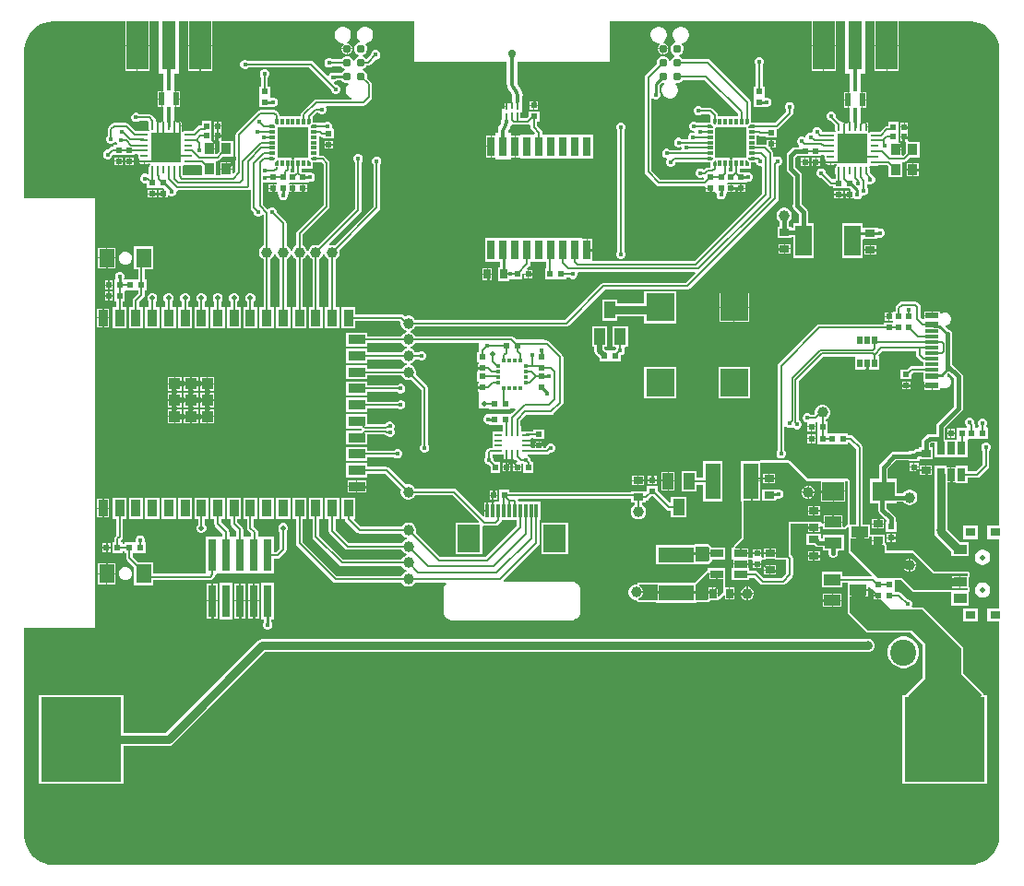
<source format=gbl>
G04*
G04 #@! TF.GenerationSoftware,Altium Limited,Altium Designer,22.1.2 (22)*
G04*
G04 Layer_Physical_Order=4*
G04 Layer_Color=16711680*
%FSLAX44Y44*%
%MOMM*%
G71*
G04*
G04 #@! TF.SameCoordinates,DC0EFF74-F3D2-441A-B5B2-ABEB85199A1F*
G04*
G04*
G04 #@! TF.FilePolarity,Positive*
G04*
G01*
G75*
%ADD10C,0.2032*%
%ADD16R,2.0000X4.5000*%
%ADD29C,0.7620*%
%ADD30C,0.3360*%
%ADD31C,0.3810*%
%ADD32C,0.1000*%
%ADD33C,0.6000*%
%ADD34C,0.5000*%
%ADD35O,2.1000X1.2000*%
%ADD36O,2.3000X1.2000*%
%ADD37C,2.4000*%
%ADD38C,0.4500*%
%ADD39C,0.8000*%
%ADD40C,0.7000*%
%ADD41C,0.3361*%
%ADD42R,0.6096X0.5080*%
%ADD43R,0.5080X0.6096*%
%ADD44R,1.0000X1.5000*%
%ADD45R,2.5000X2.5000*%
%ADD46R,1.4000X1.7000*%
%ADD47C,0.7870*%
%ADD48R,0.7000X1.8000*%
%ADD49R,0.8000X1.8000*%
%ADD50R,1.1000X1.1000*%
%ADD51R,0.9000X1.5000*%
%ADD52R,1.5000X0.9000*%
%ADD53R,0.3500X0.3000*%
%ADD54R,0.5500X0.3000*%
%ADD55R,0.3000X0.3500*%
%ADD56R,0.3000X0.5500*%
%ADD57R,2.6800X2.6800*%
%ADD58O,0.2200X0.7000*%
%ADD59O,0.7000X0.2200*%
%ADD60R,0.9000X1.0000*%
%ADD61R,0.5500X1.2500*%
%ADD62R,0.3500X0.5500*%
%ADD63R,0.3000X0.4500*%
%ADD64R,0.4500X0.3000*%
%ADD65R,0.6750X0.2500*%
%ADD66R,0.2500X0.6750*%
%ADD67R,0.8890X0.6350*%
%ADD68C,1.0000*%
%ADD69R,0.6350X0.8890*%
%ADD70R,1.2000X0.7000*%
%ADD71R,1.5000X2.8000*%
%ADD72R,3.3000X1.4000*%
%ADD73R,0.7000X1.2000*%
%ADD74R,1.4000X3.3000*%
%ADD75R,1.5000X1.0000*%
%ADD76R,2.0000X1.8000*%
%ADD77R,0.9600X0.8000*%
%ADD78R,1.2500X0.9000*%
%ADD79R,1.2500X0.6000*%
%ADD80R,1.2500X0.3000*%
%ADD81R,0.8000X3.0000*%
%ADD82R,0.5000X0.8000*%
%ADD83R,0.2000X0.5000*%
%ADD84R,0.2000X0.4500*%
%ADD85R,7.3500X7.7700*%
%ADD86R,2.0000X2.5000*%
%ADD87R,0.3000X1.2500*%
%ADD88R,1.2000X4.5000*%
%ADD89C,0.5080*%
%ADD90C,0.1524*%
%ADD91C,0.2286*%
%ADD92C,0.2235*%
%ADD93C,1.2700*%
%ADD94C,0.2540*%
G36*
X871796Y777410D02*
X875359Y776941D01*
X878830Y776011D01*
X882149Y774636D01*
X885261Y772840D01*
X888112Y770652D01*
X890652Y768112D01*
X892840Y765261D01*
X894636Y762149D01*
X896011Y758830D01*
X896941Y755359D01*
X897410Y751796D01*
X897410Y750000D01*
X897410Y314032D01*
X886518D01*
Y301968D01*
X897410D01*
Y238032D01*
X886518D01*
Y225968D01*
X897410D01*
Y30000D01*
Y28203D01*
X896941Y24641D01*
X896011Y21170D01*
X894636Y17851D01*
X892840Y14739D01*
X890652Y11888D01*
X888112Y9348D01*
X885261Y7160D01*
X882149Y5364D01*
X878830Y3989D01*
X875359Y3059D01*
X871796Y2590D01*
X870000Y2590D01*
X30000Y2590D01*
X28203D01*
X24641Y3059D01*
X21170Y3989D01*
X17851Y5364D01*
X14739Y7160D01*
X11888Y9348D01*
X9348Y11888D01*
X7160Y14739D01*
X5364Y17851D01*
X3989Y21170D01*
X3059Y24641D01*
X2590Y28203D01*
X2590Y30000D01*
Y220000D01*
X67500D01*
Y615000D01*
X2590D01*
Y750000D01*
Y751796D01*
X3059Y755359D01*
X3989Y758830D01*
X5364Y762149D01*
X7160Y765261D01*
X9348Y768112D01*
X11888Y770652D01*
X14739Y772840D01*
X17851Y774636D01*
X21170Y776011D01*
X24641Y776941D01*
X28203Y777410D01*
X30000Y777410D01*
X94984D01*
Y755508D01*
X106000D01*
X117016D01*
Y777410D01*
X125952D01*
Y729452D01*
X130179D01*
Y716250D01*
X130202Y716133D01*
Y713266D01*
X129008D01*
Y706000D01*
Y698734D01*
X130202D01*
Y695867D01*
X130179Y695750D01*
Y687000D01*
X130388Y685946D01*
X130000Y685557D01*
X129174Y685393D01*
X128474Y684926D01*
X128206Y684523D01*
X127852Y684436D01*
X127148D01*
X126794Y684523D01*
X126526Y684926D01*
X125826Y685393D01*
X125508Y685456D01*
Y681000D01*
X124492D01*
Y685456D01*
X124378Y685434D01*
X123689Y685741D01*
X123071Y686183D01*
X122871Y687189D01*
X122198Y688197D01*
X119198Y691198D01*
X118189Y691871D01*
X117000Y692108D01*
X107948D01*
X107426Y692630D01*
X105852Y693282D01*
X104148D01*
X102575Y692630D01*
X101370Y691426D01*
X100718Y689852D01*
Y688148D01*
X101370Y686574D01*
X102575Y685370D01*
X104148Y684718D01*
X105852D01*
X107426Y685370D01*
X107948Y685892D01*
X115713D01*
X116892Y684713D01*
Y683831D01*
X116807Y683400D01*
Y678600D01*
X117050Y677378D01*
X117074Y677342D01*
X116158Y676426D01*
X116122Y676450D01*
X114900Y676693D01*
X110100D01*
X108878Y676450D01*
X108726Y676349D01*
X104680D01*
X98014Y683014D01*
X97090Y683632D01*
X96000Y683849D01*
X96000Y683849D01*
X85000D01*
X85000Y683849D01*
X83910Y683632D01*
X82986Y683014D01*
X82986Y683014D01*
X79986Y680014D01*
X79368Y679090D01*
X79151Y678000D01*
X79151Y678000D01*
Y672207D01*
X78370Y671426D01*
X77718Y669852D01*
Y668148D01*
X78370Y666574D01*
X79574Y665370D01*
X81148Y664718D01*
X82852D01*
X84426Y665370D01*
X85630Y666574D01*
X86980Y666515D01*
X87370Y665574D01*
X88022Y664922D01*
X87496Y663652D01*
X83920D01*
Y662188D01*
X83080D01*
X81891Y661951D01*
X80883Y661277D01*
X78887Y659282D01*
X78148D01*
X76575Y658630D01*
X75370Y657426D01*
X74718Y655852D01*
Y654148D01*
X75370Y652574D01*
X76575Y651370D01*
X78148Y650718D01*
X79852D01*
X81426Y651370D01*
X82630Y652574D01*
X83054Y653597D01*
X83920Y654508D01*
X104080D01*
Y655424D01*
X106208D01*
X107037Y654154D01*
X106907Y653500D01*
X107150Y652278D01*
X107842Y651242D01*
X107976Y651153D01*
X108075Y650966D01*
X108214Y649485D01*
X108107Y649326D01*
X108044Y649008D01*
X112500D01*
Y648500D01*
X113008D01*
Y646342D01*
X114900D01*
X115726Y646507D01*
X116364Y646933D01*
X116726Y646893D01*
X117720Y646626D01*
X117900Y646140D01*
X117636Y645499D01*
X117050Y644622D01*
X116807Y643400D01*
Y638600D01*
X116892Y638169D01*
Y636959D01*
X115622Y636433D01*
X115426Y636630D01*
X113852Y637282D01*
X112148D01*
X110575Y636630D01*
X109370Y635426D01*
X108718Y633852D01*
Y632148D01*
X109370Y630574D01*
X110575Y629370D01*
X112148Y628718D01*
X113852D01*
X113864Y628723D01*
X114920Y628018D01*
Y624508D01*
X130319D01*
X131178Y623649D01*
X130691Y622476D01*
X130508D01*
Y618920D01*
Y615364D01*
X134064D01*
Y617084D01*
X135334Y617610D01*
X135575Y617370D01*
X137148Y616718D01*
X138852D01*
X140426Y617370D01*
X141630Y618574D01*
X142282Y620148D01*
Y620999D01*
X142914Y622013D01*
X143455Y622151D01*
X207000D01*
X207000Y622151D01*
X208090Y622368D01*
X208881Y622897D01*
X209390Y622768D01*
X210151Y622327D01*
Y606000D01*
X210151Y606000D01*
X210368Y604910D01*
X210986Y603986D01*
X212718Y602253D01*
Y601148D01*
X213370Y599575D01*
X214575Y598370D01*
X216148Y597718D01*
X217852D01*
X219426Y598370D01*
X220630Y599574D01*
X221958Y599462D01*
X222151Y599347D01*
Y571475D01*
X220682Y570627D01*
X219373Y569318D01*
X218447Y567714D01*
X217968Y565926D01*
Y564074D01*
X218447Y562286D01*
X219373Y560682D01*
X220682Y559373D01*
X222151Y558525D01*
Y514532D01*
X218468D01*
Y495468D01*
X231532D01*
Y514532D01*
X227849D01*
Y558525D01*
X229318Y559373D01*
X230627Y560682D01*
X231553Y562286D01*
X231843Y563367D01*
X233157D01*
X233447Y562286D01*
X234373Y560682D01*
X235682Y559373D01*
X236892Y558674D01*
Y514532D01*
X233468D01*
Y495468D01*
X246532D01*
Y514532D01*
X243108D01*
Y558674D01*
X244318Y559373D01*
X245627Y560682D01*
X246553Y562286D01*
X246843Y563368D01*
X248157D01*
X248447Y562286D01*
X249373Y560682D01*
X250682Y559373D01*
X252151Y558525D01*
Y514532D01*
X248468D01*
Y495468D01*
X261532D01*
Y514532D01*
X257849D01*
Y558525D01*
X259318Y559373D01*
X260627Y560682D01*
X261553Y562286D01*
X261843Y563367D01*
X263157D01*
X263447Y562286D01*
X264373Y560682D01*
X265682Y559373D01*
X266892Y558674D01*
Y514532D01*
X263468D01*
Y495468D01*
X276532D01*
Y514532D01*
X273108D01*
Y558674D01*
X274318Y559373D01*
X275627Y560682D01*
X276553Y562286D01*
X276843Y563367D01*
X278157D01*
X278447Y562286D01*
X279373Y560682D01*
X280682Y559373D01*
X281892Y558674D01*
Y514532D01*
X278468D01*
Y495468D01*
X291532D01*
Y514532D01*
X288108D01*
Y558674D01*
X289318Y559373D01*
X290627Y560682D01*
X291553Y562286D01*
X292032Y564074D01*
Y565926D01*
X291670Y567275D01*
X328198Y603802D01*
X328871Y604811D01*
X329108Y606000D01*
Y646052D01*
X329630Y646574D01*
X330282Y648148D01*
Y649852D01*
X329630Y651425D01*
X328426Y652630D01*
X326852Y653282D01*
X325148D01*
X323574Y652630D01*
X322370Y651425D01*
X321718Y649852D01*
Y648148D01*
X322370Y646574D01*
X322892Y646052D01*
Y607287D01*
X287275Y571670D01*
X285926Y572032D01*
X284074D01*
X282911Y571720D01*
X282254Y572859D01*
X311197Y601802D01*
X311871Y602811D01*
X312108Y604000D01*
Y648052D01*
X312630Y648575D01*
X313282Y650148D01*
Y651852D01*
X312630Y653426D01*
X311426Y654630D01*
X309852Y655282D01*
X308148D01*
X306574Y654630D01*
X305370Y653426D01*
X304718Y651852D01*
Y650148D01*
X305370Y648575D01*
X305892Y648052D01*
Y605287D01*
X272275Y571670D01*
X270926Y572032D01*
X269074D01*
X267286Y571553D01*
X265682Y570627D01*
X264373Y569318D01*
X263447Y567714D01*
X263157Y566633D01*
X261843D01*
X261553Y567714D01*
X260627Y569318D01*
X259318Y570627D01*
X257849Y571475D01*
Y581320D01*
X282014Y605486D01*
X282014Y605486D01*
X282632Y606410D01*
X282849Y607500D01*
X282849Y607500D01*
Y647250D01*
X282849Y647250D01*
X282632Y648340D01*
X282014Y649264D01*
X282014Y649264D01*
X278264Y653014D01*
X277340Y653632D01*
X276250Y653849D01*
X276250Y653849D01*
X272782D01*
Y654532D01*
X272782D01*
Y662468D01*
Y671027D01*
X273225Y671364D01*
X274052Y671636D01*
X274811Y671129D01*
X276000Y670892D01*
X276920D01*
Y669508D01*
X287080D01*
Y678652D01*
X285555D01*
X284850Y679708D01*
X285032Y680148D01*
Y681852D01*
X284380Y683426D01*
X283176Y684630D01*
X281602Y685282D01*
X279898D01*
X278325Y684630D01*
X277543Y683849D01*
X272782D01*
Y684532D01*
X269200D01*
X269000Y684572D01*
X267572D01*
Y686000D01*
X267532Y686200D01*
Y689782D01*
X267532Y689782D01*
X267532D01*
X268248Y690719D01*
X270930Y693401D01*
X272543D01*
X273325Y692620D01*
X274898Y691968D01*
X276602D01*
X278176Y692620D01*
X279380Y693824D01*
X280032Y695398D01*
Y697102D01*
X279380Y698676D01*
X279951Y699901D01*
X313500D01*
X313500Y699901D01*
X314590Y700118D01*
X315514Y700736D01*
X320514Y705736D01*
X320514Y705736D01*
X321132Y706660D01*
X321349Y707750D01*
Y719550D01*
X321132Y720640D01*
X320514Y721564D01*
X320514Y721564D01*
X317097Y724982D01*
X317317Y725513D01*
Y727887D01*
X316409Y730080D01*
X314730Y731759D01*
X313272Y732363D01*
Y733737D01*
X314730Y734342D01*
X316409Y736020D01*
X316563Y736392D01*
X318000D01*
X319189Y736629D01*
X320197Y737302D01*
X325113Y742218D01*
X325852D01*
X327426Y742870D01*
X328630Y744074D01*
X329282Y745648D01*
Y747352D01*
X328630Y748926D01*
X327426Y750130D01*
X325852Y750782D01*
X324148D01*
X322575Y750130D01*
X321370Y748926D01*
X320718Y747352D01*
Y746613D01*
X317477Y743372D01*
X316409Y742780D01*
X314730Y744459D01*
X313272Y745063D01*
Y746437D01*
X314730Y747041D01*
X316409Y748720D01*
X317317Y750913D01*
Y753287D01*
X316409Y755480D01*
X315814Y756075D01*
X316021Y756880D01*
X316298Y757387D01*
X318037Y757853D01*
X319737Y758835D01*
X321125Y760223D01*
X322107Y761923D01*
X322615Y763819D01*
Y765781D01*
X322107Y767678D01*
X321125Y769378D01*
X319737Y770766D01*
X318037Y771747D01*
X316141Y772255D01*
X314179D01*
X312283Y771747D01*
X310583Y770766D01*
X309195Y769378D01*
X308213Y767678D01*
X307705Y765781D01*
Y763819D01*
X308213Y761923D01*
X309195Y760223D01*
X310104Y759313D01*
X310117Y759045D01*
X309766Y757903D01*
X307970Y757159D01*
X306292Y755480D01*
X305383Y753287D01*
Y750913D01*
X306292Y748720D01*
X307970Y747041D01*
X309428Y746437D01*
Y745063D01*
X307970Y744459D01*
X306292Y742780D01*
X305687Y741322D01*
X304313D01*
X303709Y742780D01*
X302030Y744459D01*
X299837Y745367D01*
X297463D01*
X295270Y744459D01*
X293591Y742780D01*
X293396Y742308D01*
X284998D01*
X284676Y742630D01*
X283102Y743282D01*
X281398D01*
X279825Y742630D01*
X278620Y741425D01*
X277968Y739852D01*
Y738148D01*
X278620Y736574D01*
X279825Y735370D01*
X281398Y734718D01*
X283102D01*
X284676Y735370D01*
X285398Y736092D01*
X293561D01*
X293591Y736020D01*
X295270Y734342D01*
X296728Y733737D01*
Y732363D01*
X295270Y731759D01*
X293591Y730080D01*
X293586Y730067D01*
X287372D01*
X286852Y730282D01*
X285148D01*
X283575Y729630D01*
X282370Y728426D01*
X281973Y727468D01*
X280545Y727100D01*
X267698Y739948D01*
X266689Y740621D01*
X265500Y740858D01*
X207948D01*
X207426Y741380D01*
X205852Y742032D01*
X204148D01*
X202575Y741380D01*
X201370Y740176D01*
X200718Y738602D01*
Y736898D01*
X201370Y735324D01*
X202575Y734120D01*
X204148Y733468D01*
X205852D01*
X207426Y734120D01*
X207948Y734642D01*
X264213D01*
X284218Y714637D01*
Y713898D01*
X284870Y712325D01*
X286075Y711120D01*
X287648Y710468D01*
X289352D01*
X290926Y711120D01*
X292130Y712325D01*
X292782Y713898D01*
Y715602D01*
X292130Y717176D01*
X290926Y718380D01*
X289352Y719032D01*
X288613D01*
X287100Y720545D01*
X287468Y721973D01*
X288426Y722370D01*
X289389Y723333D01*
X293586D01*
X293591Y723320D01*
X295270Y721641D01*
X297463Y720733D01*
X299394D01*
X299979Y719522D01*
X299035Y718577D01*
X298053Y716878D01*
X297545Y714982D01*
Y713019D01*
X298053Y711123D01*
X299035Y709423D01*
X300423Y708035D01*
X302122Y707053D01*
X302810Y706869D01*
X302643Y705599D01*
X270250D01*
X270250Y705599D01*
X269160Y705382D01*
X268236Y704764D01*
X268236Y704764D01*
X256986Y693514D01*
X256368Y692590D01*
X256151Y691500D01*
X256151Y691500D01*
Y689782D01*
X237532D01*
Y689782D01*
X236849D01*
Y691000D01*
X236632Y692090D01*
X236014Y693014D01*
X236014Y693014D01*
X234014Y695014D01*
X233090Y695632D01*
X232000Y695849D01*
X232000Y695849D01*
X219000D01*
X219000Y695849D01*
X217910Y695632D01*
X216986Y695014D01*
X216986Y695014D01*
X197268Y675296D01*
X196650Y674372D01*
X196433Y673282D01*
X196433Y673282D01*
Y639462D01*
X194564Y637593D01*
X193391Y638079D01*
Y641242D01*
X187875D01*
X182359D01*
Y635849D01*
X178657D01*
Y648387D01*
X179574Y649111D01*
X179763Y649179D01*
X180715Y649368D01*
X181639Y649986D01*
X184872Y653218D01*
X194407D01*
Y667282D01*
X184635D01*
X183636Y667936D01*
X183636Y668552D01*
Y671492D01*
X180588D01*
Y667776D01*
X181343Y667282D01*
X181343Y666666D01*
Y657747D01*
X178911Y655315D01*
X177641Y655841D01*
Y659742D01*
X172125D01*
Y660758D01*
X177641D01*
Y666266D01*
X175491D01*
X174492Y666920D01*
Y675920D01*
Y686080D01*
X165348D01*
Y681563D01*
X163714D01*
X163714Y681563D01*
X162624Y681346D01*
X161700Y680728D01*
X161700Y680728D01*
X157320Y676349D01*
X156274D01*
X156122Y676450D01*
X154900Y676693D01*
X150100D01*
X148878Y676450D01*
X148000Y675864D01*
X147360Y675600D01*
X146874Y675780D01*
X146607Y676774D01*
X146567Y677136D01*
X146993Y677774D01*
X147157Y678600D01*
Y680492D01*
X145000D01*
Y681000D01*
X144492D01*
Y685456D01*
X144174Y685393D01*
X143474Y684926D01*
X143206Y684523D01*
X142852Y684436D01*
X142148D01*
X141794Y684523D01*
X141525Y684926D01*
X140826Y685393D01*
X140000Y685557D01*
X139612Y685946D01*
X139821Y687000D01*
Y695750D01*
X139798Y695867D01*
Y698734D01*
X140992D01*
Y706000D01*
Y713266D01*
X139798D01*
Y716133D01*
X139821Y716250D01*
Y729452D01*
X144048D01*
Y777410D01*
X152984D01*
Y755508D01*
X175016D01*
Y777410D01*
X360000D01*
Y740001D01*
X360001Y740000D01*
X445179D01*
Y721036D01*
X445158D01*
X445613Y717573D01*
X446950Y714347D01*
X449076Y711576D01*
X449076Y711576D01*
X449796Y710604D01*
X449931Y710401D01*
X450198Y709059D01*
X450179Y708964D01*
Y706054D01*
X450179Y706050D01*
Y704000D01*
X450321Y703286D01*
X449278Y702016D01*
X447984D01*
X447984Y702016D01*
X447016Y702266D01*
X447016Y702266D01*
X446818Y702266D01*
X445508D01*
Y698750D01*
X445000D01*
Y698242D01*
X442984D01*
Y696548D01*
X440952D01*
Y691731D01*
X440856Y691250D01*
Y688429D01*
X440856Y688423D01*
X440841Y688287D01*
X440546Y687845D01*
X440179Y686000D01*
Y684225D01*
X440197Y684130D01*
X439921Y683463D01*
X439841Y683409D01*
X439714Y683220D01*
X438409Y681519D01*
X437503Y679331D01*
X437223Y677205D01*
X437179Y676982D01*
Y674548D01*
X434952D01*
Y672516D01*
X431508D01*
Y662500D01*
Y652484D01*
X434952D01*
Y650452D01*
X449048D01*
Y652484D01*
X452492D01*
Y662500D01*
Y672516D01*
X449048D01*
Y674548D01*
X446821D01*
Y676782D01*
X446840Y676826D01*
X448375Y678827D01*
X449453Y681431D01*
X449493Y681733D01*
X450851Y682321D01*
X451750Y682142D01*
X464822D01*
X465622Y682301D01*
X466650Y681699D01*
X466892Y681440D01*
Y680250D01*
X467129Y679061D01*
X467803Y678053D01*
X471053Y674802D01*
X470527Y673532D01*
X457968D01*
Y672516D01*
X453508D01*
Y662500D01*
Y652484D01*
X457968D01*
Y651468D01*
X524532D01*
Y673532D01*
X478108D01*
Y675250D01*
X477871Y676439D01*
X477197Y677448D01*
X473108Y681537D01*
Y685348D01*
X475080D01*
Y694492D01*
X464920D01*
Y689743D01*
X463535Y688358D01*
X458108D01*
Y691250D01*
X458032Y691631D01*
Y693202D01*
X459048D01*
Y698269D01*
X459144Y698750D01*
Y701571D01*
X459144Y701577D01*
X459159Y701713D01*
X459454Y702155D01*
X459821Y704000D01*
Y706050D01*
X459821Y706054D01*
Y708964D01*
X459842D01*
X459387Y712427D01*
X458050Y715654D01*
X455924Y718424D01*
X455924Y718424D01*
X455204Y719396D01*
X455069Y719600D01*
X454802Y720941D01*
X454821Y721036D01*
Y740000D01*
X540000D01*
Y777410D01*
X560000D01*
X724984Y777410D01*
Y755508D01*
X736000D01*
X747016D01*
Y777410D01*
X755952D01*
Y729452D01*
X760179D01*
Y715500D01*
X760202Y715383D01*
Y712516D01*
X759008D01*
Y705250D01*
Y697984D01*
X760202D01*
Y695117D01*
X760179Y695000D01*
Y686039D01*
X760000Y684807D01*
X759174Y684643D01*
X758474Y684175D01*
X758206Y683773D01*
X757852Y683686D01*
X757148D01*
X756794Y683773D01*
X756525Y684175D01*
X755826Y684643D01*
X755508Y684706D01*
Y680250D01*
X754492D01*
Y684706D01*
X754174Y684643D01*
X754014Y684536D01*
X752534Y684676D01*
X752347Y684774D01*
X752258Y684908D01*
X751222Y685600D01*
X751043Y685636D01*
X747282Y689397D01*
Y690852D01*
X746630Y692426D01*
X745426Y693630D01*
X743852Y694282D01*
X742148D01*
X740574Y693630D01*
X739370Y692426D01*
X738718Y690852D01*
Y689148D01*
X739370Y687574D01*
X740574Y686370D01*
X742148Y685718D01*
X742903D01*
X746807Y681815D01*
Y677850D01*
X747050Y676628D01*
X747074Y676592D01*
X746158Y675676D01*
X746122Y675700D01*
X744900Y675943D01*
X740100D01*
X738878Y675700D01*
X738726Y675599D01*
X734430D01*
X734282Y675747D01*
Y676852D01*
X733630Y678426D01*
X732426Y679630D01*
X730852Y680282D01*
X729148D01*
X727574Y679630D01*
X726370Y678426D01*
X725718Y676852D01*
Y676298D01*
X724852Y675282D01*
X723148D01*
X721574Y674630D01*
X720370Y673426D01*
X719718Y671852D01*
Y671134D01*
X718448Y670608D01*
X718426Y670630D01*
X716852Y671282D01*
X715148D01*
X713575Y670630D01*
X712370Y669426D01*
X711718Y667852D01*
Y666148D01*
X712370Y664575D01*
X713109Y663836D01*
X713777Y663066D01*
X713508Y661796D01*
X709782D01*
X708246Y661491D01*
X706944Y660620D01*
X703162Y656838D01*
X702291Y655536D01*
X701986Y654000D01*
Y642000D01*
X702291Y640464D01*
X703162Y639162D01*
X707986Y634337D01*
Y609498D01*
X707718Y608852D01*
Y607148D01*
X708370Y605574D01*
X709575Y604370D01*
X709902Y604234D01*
X713486Y600651D01*
Y592032D01*
X707968D01*
Y587634D01*
X706477D01*
Y588827D01*
X704014D01*
Y593198D01*
X704318Y593373D01*
X705627Y594682D01*
X706553Y596286D01*
X707032Y598074D01*
Y599926D01*
X706553Y601714D01*
X705627Y603318D01*
X704318Y604627D01*
X702714Y605553D01*
X700926Y606032D01*
X699074D01*
X697286Y605553D01*
X695682Y604627D01*
X694373Y603318D01*
X693447Y601714D01*
X692968Y599926D01*
Y598074D01*
X693447Y596286D01*
X694373Y594682D01*
X695682Y593373D01*
X695986Y593198D01*
Y588827D01*
X693523D01*
Y578413D01*
X706477D01*
Y579606D01*
X707968D01*
Y559968D01*
X727032D01*
Y592032D01*
X721514D01*
Y602313D01*
X721209Y603849D01*
X720338Y605152D01*
X716030Y609460D01*
X716014Y609498D01*
Y636000D01*
X715709Y637536D01*
X714838Y638838D01*
X710014Y643663D01*
Y652337D01*
X711445Y653768D01*
X713920D01*
Y653758D01*
X734080D01*
Y654933D01*
X736381D01*
X737088Y653663D01*
X736907Y652750D01*
X737150Y651528D01*
X737842Y650492D01*
X737975Y650403D01*
X738074Y650216D01*
X738214Y648736D01*
X738107Y648576D01*
X738044Y648258D01*
X742500D01*
Y647750D01*
X743008D01*
Y645592D01*
X744900D01*
X745726Y645757D01*
X746364Y646183D01*
X746726Y646143D01*
X747720Y645875D01*
X747900Y645390D01*
X747636Y644750D01*
X747050Y643872D01*
X746807Y642650D01*
Y637850D01*
X747050Y636628D01*
X747151Y636476D01*
Y632902D01*
X744920D01*
Y632902D01*
X743650Y632379D01*
X738282Y637747D01*
Y638852D01*
X737630Y640426D01*
X736426Y641630D01*
X734852Y642282D01*
X733148D01*
X731574Y641630D01*
X730370Y640426D01*
X729718Y638852D01*
Y637148D01*
X730370Y635574D01*
X731574Y634370D01*
X733148Y633718D01*
X734253D01*
X741222Y626750D01*
X741222Y626749D01*
X742146Y626132D01*
X743236Y625915D01*
X743236Y625915D01*
X744920D01*
Y623758D01*
X760319D01*
X761177Y622899D01*
X760691Y621726D01*
X760508D01*
Y618170D01*
Y614614D01*
X764064D01*
X764544Y614401D01*
X764575Y614370D01*
X766148Y613718D01*
X767852D01*
X769426Y614370D01*
X770630Y615574D01*
X771124Y616768D01*
X772148Y617718D01*
X773852D01*
X775426Y618370D01*
X776630Y619575D01*
X777282Y621148D01*
Y622852D01*
X776630Y624426D01*
X775849Y625207D01*
Y627436D01*
X777119Y628144D01*
X778148Y627718D01*
X779852D01*
X781426Y628370D01*
X782630Y629575D01*
X783282Y631148D01*
Y632852D01*
X782630Y634426D01*
X781426Y635630D01*
X781073Y635776D01*
X781014Y635864D01*
X781014Y635864D01*
X778193Y638685D01*
Y642650D01*
X777950Y643872D01*
X777926Y643908D01*
X778842Y644824D01*
X778878Y644800D01*
X780100Y644557D01*
X784900D01*
X786122Y644800D01*
X786274Y644901D01*
X794695D01*
X795593Y644003D01*
Y633968D01*
X808657D01*
Y648032D01*
X809606Y648125D01*
X809875Y648151D01*
X809877Y648152D01*
X810965Y648368D01*
X811889Y648986D01*
X815372Y652468D01*
X824407D01*
Y666532D01*
X814635D01*
X813636Y667186D01*
X813636Y667802D01*
Y670742D01*
X810588D01*
Y667026D01*
X811343Y666532D01*
X811343Y665916D01*
Y656497D01*
X808911Y654065D01*
X807641Y654370D01*
Y658992D01*
X802125D01*
Y660008D01*
X807641D01*
Y665516D01*
X805491D01*
X804492Y666170D01*
Y675170D01*
Y685330D01*
X795348D01*
Y681067D01*
X794218D01*
X793128Y680850D01*
X792204Y680232D01*
X792204Y680232D01*
X787570Y675599D01*
X786274D01*
X786122Y675700D01*
X784900Y675943D01*
X780100D01*
X778878Y675700D01*
X778000Y675114D01*
X777360Y674849D01*
X776874Y675030D01*
X776607Y676024D01*
X776567Y676386D01*
X776993Y677024D01*
X777157Y677850D01*
Y679742D01*
X775000D01*
Y680250D01*
X774492D01*
Y684706D01*
X774174Y684643D01*
X773474Y684175D01*
X773206Y683773D01*
X772852Y683686D01*
X772148D01*
X771794Y683773D01*
X771525Y684175D01*
X770826Y684643D01*
X770000Y684807D01*
X769821Y686039D01*
Y695000D01*
X769798Y695117D01*
Y697984D01*
X770992D01*
Y705250D01*
Y712516D01*
X769798D01*
Y715383D01*
X769821Y715500D01*
Y729452D01*
X774048D01*
Y777410D01*
X782984D01*
Y755508D01*
X805016D01*
Y777410D01*
X850000D01*
X871796Y777410D01*
D02*
G37*
G36*
X452304Y744838D02*
X452173Y744652D01*
X452057Y744443D01*
X451957Y744211D01*
X451872Y743955D01*
X451803Y743677D01*
X451749Y743375D01*
X451711Y743050D01*
X451680Y742330D01*
X448320D01*
X448312Y742701D01*
X448251Y743375D01*
X448197Y743677D01*
X448128Y743955D01*
X448043Y744211D01*
X447943Y744443D01*
X447827Y744652D01*
X447696Y744838D01*
X447550Y745001D01*
X452450D01*
X452304Y744838D01*
D02*
G37*
G36*
X456272Y702881D02*
X456218Y702764D01*
X456171Y702623D01*
X456130Y702459D01*
X456095Y702271D01*
X456044Y701825D01*
X456019Y701285D01*
X456016Y700980D01*
X453984D01*
X453981Y701285D01*
X453905Y702271D01*
X453870Y702459D01*
X453829Y702623D01*
X453782Y702764D01*
X453728Y702881D01*
X453668Y702975D01*
X456332D01*
X456272Y702881D01*
D02*
G37*
G36*
X446019Y688715D02*
X446095Y687729D01*
X446130Y687541D01*
X446171Y687377D01*
X446218Y687236D01*
X446272Y687119D01*
X446332Y687025D01*
X443668D01*
X443728Y687119D01*
X443782Y687236D01*
X443829Y687377D01*
X443870Y687541D01*
X443905Y687729D01*
X443956Y688175D01*
X443981Y688715D01*
X443984Y689020D01*
X446016D01*
X446019Y688715D01*
D02*
G37*
G36*
X136296Y685912D02*
X136264Y685821D01*
X136236Y685702D01*
X136211Y685555D01*
X136173Y685178D01*
X136151Y684688D01*
X136143Y684087D01*
X133857D01*
X133855Y684402D01*
X133764Y685702D01*
X133736Y685821D01*
X133704Y685912D01*
X133668Y685975D01*
X136332D01*
X136296Y685912D01*
D02*
G37*
G36*
X766291Y684906D02*
X766255Y684809D01*
X766223Y684686D01*
X766195Y684536D01*
X766152Y684153D01*
X766126Y683663D01*
X766118Y683064D01*
X763882D01*
X763880Y683377D01*
X763805Y684536D01*
X763777Y684686D01*
X763745Y684809D01*
X763709Y684906D01*
X763668Y684975D01*
X766332D01*
X766291Y684906D01*
D02*
G37*
G36*
X265500Y683750D02*
X264000Y682250D01*
X262500D01*
Y686000D01*
X265500D01*
Y683750D01*
D02*
G37*
G36*
X235500Y682250D02*
X234000D01*
X232500Y683750D01*
Y686000D01*
X235500D01*
Y682250D01*
D02*
G37*
G36*
X269000Y679500D02*
X265250D01*
Y681000D01*
X266750Y682500D01*
X269000D01*
Y679500D01*
D02*
G37*
G36*
X232750Y681000D02*
Y679500D01*
X229000D01*
Y682500D01*
X231250D01*
X232750Y681000D01*
D02*
G37*
G36*
X269000Y649500D02*
X266750D01*
X265250Y651000D01*
Y652500D01*
X269000D01*
Y649500D01*
D02*
G37*
G36*
X232750Y651000D02*
X231250Y649500D01*
X229000D01*
Y652500D01*
X232750D01*
Y651000D01*
D02*
G37*
G36*
X262500Y680178D02*
X263178D01*
Y679500D01*
X263218Y679300D01*
Y672468D01*
Y662468D01*
Y652768D01*
X262532Y651782D01*
X262237Y651782D01*
X250468D01*
Y650766D01*
X249508D01*
Y647000D01*
X248492D01*
Y650766D01*
X247532D01*
Y651782D01*
X235763D01*
X235468Y651782D01*
X234782Y652768D01*
Y657468D01*
Y667468D01*
Y679300D01*
X234822Y679500D01*
Y680178D01*
X235500D01*
X235700Y680218D01*
X262300D01*
X262500Y680178D01*
D02*
G37*
G36*
X265500Y648250D02*
Y646000D01*
X262500D01*
Y649750D01*
X264000D01*
X265500Y648250D01*
D02*
G37*
G36*
X235500Y646000D02*
X232500D01*
Y648250D01*
X234000Y649750D01*
X235500D01*
Y646000D01*
D02*
G37*
G36*
X165593Y644253D02*
Y635849D01*
X148180D01*
X147849Y636180D01*
Y637226D01*
X147950Y637378D01*
X148193Y638600D01*
Y643400D01*
X147950Y644622D01*
X147926Y644658D01*
X148842Y645574D01*
X148878Y645550D01*
X150100Y645307D01*
X154900D01*
X156122Y645550D01*
X156274Y645651D01*
X164195D01*
X165593Y644253D01*
D02*
G37*
G36*
X277151Y646070D02*
Y608680D01*
X252986Y584514D01*
X252368Y583590D01*
X252151Y582500D01*
X252151Y582500D01*
Y571475D01*
X250682Y570627D01*
X249373Y569318D01*
X248447Y567714D01*
X248157Y566633D01*
X246843D01*
X246553Y567714D01*
X245627Y569318D01*
X244318Y570627D01*
X243108Y571326D01*
Y592000D01*
X242871Y593189D01*
X242197Y594198D01*
X234282Y602113D01*
Y602852D01*
X233630Y604426D01*
X232426Y605630D01*
X230852Y606282D01*
X229148D01*
X227575Y605630D01*
X227081Y605136D01*
X225362Y605059D01*
X221567Y608855D01*
Y628912D01*
X222398Y629468D01*
X224102D01*
X224650Y629695D01*
X225920Y629508D01*
Y629508D01*
X225920Y629508D01*
X233874D01*
X234636Y628374D01*
X234533Y628080D01*
X233966Y627476D01*
X231508D01*
Y623920D01*
Y620364D01*
X234920D01*
Y619348D01*
X235195D01*
X235900Y618292D01*
X235718Y617852D01*
Y616148D01*
X236370Y614575D01*
X237575Y613370D01*
X239148Y612718D01*
X240852D01*
X242426Y613370D01*
X243630Y614575D01*
X244282Y616148D01*
Y617852D01*
X244100Y618292D01*
X244805Y619348D01*
X245080D01*
Y620364D01*
X248492D01*
Y623920D01*
Y627476D01*
X246034D01*
X245467Y628080D01*
X245364Y628374D01*
X246126Y629508D01*
X263080D01*
Y629508D01*
X263683Y629911D01*
X264148Y629718D01*
X265852D01*
X267426Y630370D01*
X268630Y631575D01*
X269282Y633148D01*
Y634852D01*
X268630Y636426D01*
X267426Y637630D01*
X265852Y638282D01*
X264148D01*
X263831Y638150D01*
X263080Y638652D01*
Y638652D01*
X256949D01*
X256849Y638752D01*
Y642218D01*
X260468D01*
Y642218D01*
X267532D01*
Y647428D01*
X269000D01*
X269200Y647468D01*
X272782D01*
Y648151D01*
X275070D01*
X277151Y646070D01*
D02*
G37*
%LPC*%
G36*
X295821Y772255D02*
X293859D01*
X291963Y771747D01*
X290263Y770766D01*
X288875Y769378D01*
X287893Y767678D01*
X287385Y765781D01*
Y763819D01*
X287893Y761923D01*
X288875Y760223D01*
X290263Y758835D01*
X291963Y757853D01*
X293859Y757345D01*
X295234D01*
X295364Y757122D01*
X295623Y756075D01*
X294453Y754904D01*
X293699Y753085D01*
Y752608D01*
X298650D01*
X303601D01*
Y753085D01*
X302847Y754904D01*
X301455Y756297D01*
X299635Y757051D01*
X298868D01*
X298528Y758321D01*
X299417Y758835D01*
X300805Y760223D01*
X301787Y761923D01*
X302295Y763819D01*
Y765781D01*
X301787Y767678D01*
X300805Y769378D01*
X299417Y770766D01*
X297717Y771747D01*
X295821Y772255D01*
D02*
G37*
G36*
X585821D02*
X583858D01*
X581963Y771747D01*
X580262Y770766D01*
X578875Y769378D01*
X577893Y767678D01*
X577385Y765781D01*
Y763819D01*
X577893Y761923D01*
X578875Y760223D01*
X580262Y758835D01*
X581963Y757853D01*
X583858Y757345D01*
X585234D01*
X585364Y757122D01*
X585623Y756075D01*
X584453Y754904D01*
X583699Y753085D01*
Y752608D01*
X588650D01*
X593601D01*
Y753085D01*
X592847Y754904D01*
X591455Y756297D01*
X589635Y757051D01*
X588868D01*
X588528Y758321D01*
X589417Y758835D01*
X590806Y760223D01*
X591787Y761923D01*
X592295Y763819D01*
Y765781D01*
X591787Y767678D01*
X590806Y769378D01*
X589417Y770766D01*
X587718Y771747D01*
X585821Y772255D01*
D02*
G37*
G36*
X593601Y751592D02*
X589158D01*
Y747149D01*
X589635D01*
X591455Y747903D01*
X592847Y749296D01*
X593601Y751115D01*
Y751592D01*
D02*
G37*
G36*
X588142D02*
X583699D01*
Y751115D01*
X584453Y749296D01*
X585845Y747903D01*
X587665Y747149D01*
X588142D01*
Y751592D01*
D02*
G37*
G36*
X303601Y751592D02*
X299158D01*
Y747149D01*
X299635D01*
X301455Y747903D01*
X302847Y749296D01*
X303601Y751115D01*
Y751592D01*
D02*
G37*
G36*
X298142D02*
X293699D01*
Y751115D01*
X294453Y749296D01*
X295846Y747903D01*
X297665Y747149D01*
X298142D01*
Y751592D01*
D02*
G37*
G36*
X606142Y772255D02*
X604179D01*
X602282Y771747D01*
X600583Y770766D01*
X599194Y769378D01*
X598213Y767678D01*
X597705Y765781D01*
Y763819D01*
X598213Y761923D01*
X599194Y760223D01*
X600104Y759313D01*
X600117Y759045D01*
X599766Y757903D01*
X597970Y757159D01*
X596291Y755480D01*
X595383Y753287D01*
Y750913D01*
X596291Y748720D01*
X597970Y747041D01*
X599428Y746437D01*
Y745063D01*
X597970Y744459D01*
X596291Y742780D01*
X595687Y741322D01*
X594313D01*
X593709Y742780D01*
X592030Y744459D01*
X589837Y745367D01*
X587463D01*
X585270Y744459D01*
X583591Y742780D01*
X582683Y740587D01*
Y738213D01*
X582796Y737941D01*
X572803Y727947D01*
X572129Y726939D01*
X571892Y725750D01*
Y639000D01*
X572129Y637811D01*
X572803Y636802D01*
X582803Y626802D01*
X583811Y626129D01*
X585000Y625892D01*
X626920D01*
X626954Y625899D01*
X627936Y625093D01*
Y624428D01*
X632000D01*
Y623920D01*
X632508D01*
Y620364D01*
X635650D01*
X636064Y620364D01*
X636920Y619449D01*
Y619348D01*
X637386D01*
X637718Y618852D01*
Y617148D01*
X638370Y615574D01*
X639575Y614370D01*
X641148Y613718D01*
X642852D01*
X644426Y614370D01*
X645630Y615574D01*
X646282Y617148D01*
Y618852D01*
X646614Y619348D01*
X647080D01*
Y620364D01*
X650492D01*
Y623920D01*
Y627476D01*
X648034D01*
X647467Y628080D01*
X647364Y628374D01*
X648126Y629508D01*
X665080D01*
Y629508D01*
X665683Y629911D01*
X666148Y629718D01*
X667852D01*
X669426Y630370D01*
X670630Y631575D01*
X671282Y633148D01*
Y634852D01*
X670630Y636426D01*
X669426Y637630D01*
X667852Y638282D01*
X666148D01*
X665831Y638150D01*
X665080Y638652D01*
Y638652D01*
X659315D01*
X659108Y638859D01*
Y642218D01*
X662468D01*
Y642218D01*
X669532D01*
Y645800D01*
X669572Y646000D01*
Y647428D01*
X671000D01*
X671200Y647468D01*
X674000D01*
X674370Y646574D01*
X675574Y645370D01*
X677148Y644718D01*
X678852D01*
X679892Y644023D01*
Y619287D01*
X617713Y557108D01*
X524630D01*
X523516Y557484D01*
X523516Y558378D01*
Y566992D01*
X519000D01*
Y567500D01*
X518492D01*
Y577516D01*
X514645Y577516D01*
X514032Y578532D01*
X513871Y578532D01*
X513871Y578532D01*
X425468D01*
Y556468D01*
X439253D01*
Y551477D01*
X437413D01*
Y538523D01*
X447827D01*
Y540657D01*
X447918Y540718D01*
X449622D01*
X450348Y540233D01*
Y539920D01*
X459492D01*
Y545685D01*
X460351Y546544D01*
X461524Y546058D01*
Y545508D01*
X464572D01*
Y549064D01*
X464530D01*
X464044Y550237D01*
X466198Y552391D01*
X466871Y553399D01*
X467108Y554588D01*
Y556468D01*
X481812D01*
Y550080D01*
X480348D01*
Y539920D01*
X489492D01*
Y539920D01*
X490508D01*
Y539920D01*
X499652D01*
Y541892D01*
X503052D01*
X503574Y541370D01*
X505148Y540718D01*
X506852D01*
X508426Y541370D01*
X509630Y542575D01*
X510282Y544148D01*
Y545852D01*
X510185Y546086D01*
X510890Y547142D01*
X618088D01*
X618574Y545969D01*
X609713Y537108D01*
X534000D01*
X532811Y536871D01*
X531802Y536198D01*
X498713Y503108D01*
X361326D01*
X360627Y504318D01*
X359318Y505627D01*
X357714Y506553D01*
X355926Y507032D01*
X354074D01*
X352286Y506553D01*
X351763Y506251D01*
X350816Y507197D01*
X349808Y507871D01*
X348618Y508108D01*
X306532D01*
Y514532D01*
X293468D01*
Y495468D01*
X306532D01*
Y501892D01*
X347101D01*
X347968Y500926D01*
Y499074D01*
X348447Y497286D01*
X349373Y495682D01*
X350682Y494373D01*
X352286Y493447D01*
X353368Y493157D01*
Y491843D01*
X352286Y491553D01*
X350682Y490627D01*
X349373Y489318D01*
X348674Y488108D01*
X317032D01*
Y491532D01*
X297968D01*
Y478468D01*
X317032D01*
Y481892D01*
X348674D01*
X349373Y480682D01*
X350682Y479373D01*
X352286Y478447D01*
X353367Y478157D01*
Y476843D01*
X352286Y476553D01*
X350682Y475627D01*
X349373Y474318D01*
X348674Y473108D01*
X317032D01*
Y476532D01*
X297968D01*
Y463468D01*
X317032D01*
Y466892D01*
X348674D01*
X349373Y465682D01*
X350682Y464373D01*
X352286Y463447D01*
X353367Y463157D01*
Y461843D01*
X352286Y461553D01*
X350682Y460627D01*
X349373Y459318D01*
X348674Y458108D01*
X317032D01*
Y461532D01*
X297968D01*
Y448468D01*
X317032D01*
Y451892D01*
X348674D01*
X349373Y450682D01*
X350682Y449373D01*
X352286Y448447D01*
X354074Y447968D01*
X355926D01*
X357275Y448330D01*
X366892Y438713D01*
Y388198D01*
X366370Y387676D01*
X365718Y386102D01*
Y384398D01*
X366370Y382825D01*
X367575Y381620D01*
X369148Y380968D01*
X370852D01*
X372426Y381620D01*
X373630Y382825D01*
X374282Y384398D01*
Y386102D01*
X373630Y387676D01*
X373108Y388198D01*
Y440000D01*
X372871Y441189D01*
X372197Y442197D01*
X361670Y452725D01*
X362032Y454074D01*
Y455926D01*
X361553Y457714D01*
X360627Y459318D01*
X359318Y460627D01*
X357714Y461553D01*
X356633Y461843D01*
Y463157D01*
X357714Y463447D01*
X359318Y464373D01*
X360627Y465682D01*
X361326Y466892D01*
X364052D01*
X364575Y466370D01*
X366148Y465718D01*
X367852D01*
X369426Y466370D01*
X370630Y467575D01*
X371282Y469148D01*
Y470852D01*
X370630Y472425D01*
X369426Y473630D01*
X367852Y474282D01*
X366148D01*
X364575Y473630D01*
X364052Y473108D01*
X361326D01*
X360627Y474318D01*
X359318Y475627D01*
X357714Y476553D01*
X356633Y476843D01*
Y478157D01*
X357714Y478447D01*
X359318Y479373D01*
X360627Y480682D01*
X361326Y481892D01*
X420000D01*
Y475542D01*
X419892Y475000D01*
Y473652D01*
X417920D01*
Y464508D01*
X420000D01*
Y462476D01*
X418936D01*
Y455652D01*
X417920D01*
Y446508D01*
X420000D01*
Y444476D01*
X418936D01*
Y437364D01*
X420000D01*
Y422000D01*
X422988D01*
X424099Y421540D01*
X425901D01*
X427012Y422000D01*
X429348D01*
Y420920D01*
X438492D01*
Y420920D01*
X439508D01*
Y420920D01*
X448652D01*
Y422000D01*
X452946D01*
X453432Y420827D01*
X449883Y417278D01*
X448652Y417080D01*
Y417080D01*
X448652Y417080D01*
X439762D01*
X439508Y417080D01*
X438492D01*
X438238Y417080D01*
X429348D01*
Y416614D01*
X428852Y416282D01*
X427148D01*
X425574Y415630D01*
X424370Y414426D01*
X423718Y412852D01*
Y411148D01*
X424370Y409575D01*
X425574Y408370D01*
X427148Y407718D01*
X428852D01*
X429348Y407386D01*
Y406920D01*
X438238D01*
X438492Y406920D01*
X439508D01*
X439762Y406920D01*
X441658D01*
Y400782D01*
X431968D01*
Y394218D01*
Y385608D01*
X430190D01*
X429001Y385371D01*
X427993Y384697D01*
X426802Y383507D01*
X426129Y382499D01*
X425892Y381310D01*
Y377376D01*
X425370Y376854D01*
X424718Y375280D01*
Y373576D01*
X425370Y372002D01*
X426575Y370798D01*
X428148Y370146D01*
X428887D01*
X430348Y368685D01*
Y362920D01*
X439492D01*
Y373080D01*
X434743D01*
X433282Y374541D01*
Y375280D01*
X432630Y376854D01*
X432108Y377376D01*
Y379218D01*
X442734D01*
Y375569D01*
X444492D01*
Y379960D01*
X445508D01*
Y375569D01*
X447266D01*
X448536Y375569D01*
X449492D01*
Y379960D01*
X450508D01*
Y375569D01*
X451718D01*
Y374553D01*
X453887D01*
X455203Y373237D01*
X454717Y372064D01*
X451364D01*
Y368508D01*
X454920D01*
X458476D01*
Y370598D01*
X458835Y370892D01*
X460052D01*
X460508Y370436D01*
Y362920D01*
X469652D01*
Y373080D01*
X467893D01*
X467871Y373189D01*
X467282Y374071D01*
Y374852D01*
X466630Y376426D01*
X465426Y377630D01*
X464658Y377948D01*
X464911Y379218D01*
X468032D01*
Y379392D01*
X482082D01*
X483271Y379629D01*
X484280Y380303D01*
X484945Y380968D01*
X486352D01*
X487926Y381620D01*
X489130Y382825D01*
X489782Y384398D01*
Y386102D01*
X489130Y387676D01*
X487926Y388880D01*
X486352Y389532D01*
X484648D01*
X483074Y388880D01*
X481870Y387676D01*
X481218Y386102D01*
Y386031D01*
X480795Y385608D01*
X479064D01*
Y387412D01*
X470936D01*
Y385608D01*
X468214D01*
X468032Y385701D01*
Y385782D01*
X467914D01*
X467016Y386680D01*
Y386992D01*
X462625D01*
Y388008D01*
X467016D01*
Y389766D01*
X467016Y391036D01*
Y391992D01*
X462625D01*
Y393008D01*
X467016D01*
Y394218D01*
X468032D01*
Y394626D01*
X469920D01*
Y393508D01*
X480080D01*
Y402652D01*
X469920D01*
Y400842D01*
X462859D01*
X462559Y400782D01*
X458282D01*
Y405447D01*
X458108D01*
Y410713D01*
X463287Y415892D01*
X486000D01*
X487189Y416129D01*
X488198Y416802D01*
X496198Y424803D01*
X496871Y425811D01*
X497108Y427000D01*
Y469000D01*
X496871Y470189D01*
X496198Y471198D01*
X484198Y483198D01*
X483189Y483871D01*
X482000Y484108D01*
X480000D01*
Y485000D01*
X453983D01*
X451786Y487197D01*
X450777Y487871D01*
X449588Y488108D01*
X361326D01*
X360627Y489318D01*
X359318Y490627D01*
X357714Y491553D01*
X356633Y491843D01*
Y493157D01*
X357714Y493447D01*
X359318Y494373D01*
X360627Y495682D01*
X361326Y496892D01*
X500000D01*
X501189Y497129D01*
X502197Y497803D01*
X535287Y530892D01*
X611000D01*
X612189Y531129D01*
X613198Y531802D01*
X693698Y612303D01*
X694371Y613311D01*
X694608Y614500D01*
Y644545D01*
X694781Y644718D01*
X694852D01*
X696426Y645370D01*
X697630Y646574D01*
X698282Y648148D01*
Y649852D01*
X697630Y651425D01*
X696426Y652630D01*
X694852Y653282D01*
X693148D01*
X691574Y652630D01*
X691378Y652433D01*
X690108Y652959D01*
Y656000D01*
X689871Y657189D01*
X689197Y658197D01*
X687204Y660191D01*
X687492Y660885D01*
Y664920D01*
Y668476D01*
X683936D01*
Y664783D01*
X682666Y663975D01*
X682000Y664108D01*
X674782D01*
Y672073D01*
X675059Y672312D01*
X675663Y672603D01*
X676052Y672662D01*
X676731Y672209D01*
X677920Y671972D01*
X682920D01*
Y670508D01*
X693080D01*
Y677908D01*
X694189Y678129D01*
X695198Y678802D01*
X707197Y690803D01*
X707871Y691811D01*
X708108Y693000D01*
Y696052D01*
X708630Y696574D01*
X709282Y698148D01*
Y699852D01*
X708630Y701425D01*
X707426Y702630D01*
X705852Y703282D01*
X704148D01*
X702574Y702630D01*
X701370Y701425D01*
X700718Y699852D01*
Y698148D01*
X701370Y696574D01*
X701892Y696052D01*
Y694287D01*
X691713Y684108D01*
X674782D01*
Y684532D01*
X671200D01*
X671000Y684572D01*
X669572D01*
Y686000D01*
X669532Y686200D01*
Y689782D01*
X669108D01*
Y703000D01*
X668871Y704189D01*
X668197Y705198D01*
X631797Y741598D01*
X630789Y742271D01*
X629600Y742508D01*
X606521D01*
X606409Y742780D01*
X604730Y744459D01*
X603272Y745063D01*
Y746437D01*
X604730Y747041D01*
X606409Y748720D01*
X607317Y750913D01*
Y753287D01*
X606409Y755480D01*
X605814Y756075D01*
X606021Y756880D01*
X606298Y757387D01*
X608037Y757853D01*
X609738Y758835D01*
X611125Y760223D01*
X612107Y761923D01*
X612615Y763819D01*
Y765781D01*
X612107Y767678D01*
X611125Y769378D01*
X609738Y770766D01*
X608037Y771747D01*
X606142Y772255D01*
D02*
G37*
G36*
X805016Y754492D02*
X794508D01*
Y731484D01*
X805016D01*
Y754492D01*
D02*
G37*
G36*
X793492D02*
X782984D01*
Y731484D01*
X793492D01*
Y754492D01*
D02*
G37*
G36*
X747016Y754492D02*
X736508D01*
Y731484D01*
X747016D01*
Y754492D01*
D02*
G37*
G36*
X735492D02*
X724984D01*
Y731484D01*
X735492D01*
Y754492D01*
D02*
G37*
G36*
X175016Y754492D02*
X164508D01*
Y731484D01*
X175016D01*
Y754492D01*
D02*
G37*
G36*
X163492D02*
X152984D01*
Y731484D01*
X163492D01*
Y754492D01*
D02*
G37*
G36*
X117016Y754492D02*
X106508D01*
Y731484D01*
X117016D01*
Y754492D01*
D02*
G37*
G36*
X105492D02*
X94984D01*
Y731484D01*
X105492D01*
Y754492D01*
D02*
G37*
G36*
X145266Y713266D02*
X142008D01*
Y706508D01*
X145266D01*
Y713266D01*
D02*
G37*
G36*
X127992D02*
X124734D01*
Y706508D01*
X127992D01*
Y713266D01*
D02*
G37*
G36*
X775266Y712516D02*
X772008D01*
Y705758D01*
X775266D01*
Y712516D01*
D02*
G37*
G36*
X757992D02*
X754734D01*
Y705758D01*
X757992D01*
Y712516D01*
D02*
G37*
G36*
X474064Y703636D02*
X470508D01*
Y700588D01*
X474064D01*
Y703636D01*
D02*
G37*
G36*
X469492D02*
X465936D01*
Y700588D01*
X469492D01*
Y703636D01*
D02*
G37*
G36*
X444492Y702266D02*
X442984D01*
Y699258D01*
X444492D01*
Y702266D01*
D02*
G37*
G36*
X145266Y705492D02*
X142008D01*
Y698734D01*
X145266D01*
Y705492D01*
D02*
G37*
G36*
X127992D02*
X124734D01*
Y698734D01*
X127992D01*
Y705492D01*
D02*
G37*
G36*
X677852Y744282D02*
X676148D01*
X674575Y743630D01*
X673370Y742426D01*
X672718Y740852D01*
Y739148D01*
X673370Y737574D01*
X673892Y737052D01*
Y717652D01*
X671920D01*
Y708762D01*
X671920Y708508D01*
Y707492D01*
X671920Y707238D01*
Y698348D01*
X682080D01*
Y698348D01*
X682831Y698850D01*
X683148Y698718D01*
X684852D01*
X686426Y699370D01*
X687630Y700574D01*
X688282Y702148D01*
Y703852D01*
X687630Y705426D01*
X686426Y706630D01*
X684852Y707282D01*
X683148D01*
X682080Y708146D01*
Y708508D01*
X682080Y708762D01*
Y717652D01*
X680108D01*
Y737052D01*
X680630Y737574D01*
X681282Y739148D01*
Y740852D01*
X680630Y742426D01*
X679426Y743630D01*
X677852Y744282D01*
D02*
G37*
G36*
X223852Y733282D02*
X222148D01*
X220574Y732630D01*
X219370Y731426D01*
X218718Y729852D01*
Y728148D01*
X219370Y726574D01*
X219892Y726052D01*
Y717652D01*
X217920D01*
Y708762D01*
X217920Y708508D01*
Y707492D01*
X217920Y707238D01*
Y698348D01*
X228080D01*
X228080Y698348D01*
X229350Y699049D01*
X230148Y698718D01*
X231852D01*
X233426Y699370D01*
X234630Y700574D01*
X235282Y702148D01*
Y703852D01*
X234630Y705426D01*
X233426Y706630D01*
X231852Y707282D01*
X230148D01*
X229350Y706951D01*
X228080Y707492D01*
Y708508D01*
X228080Y708762D01*
Y717652D01*
X226108D01*
Y726052D01*
X226630Y726574D01*
X227282Y728148D01*
Y729852D01*
X226630Y731426D01*
X225426Y732630D01*
X223852Y733282D01*
D02*
G37*
G36*
X775266Y704742D02*
X772008D01*
Y697984D01*
X775266D01*
Y704742D01*
D02*
G37*
G36*
X757992D02*
X754734D01*
Y697984D01*
X757992D01*
Y704742D01*
D02*
G37*
G36*
X474064Y699572D02*
X470508D01*
Y696524D01*
X474064D01*
Y699572D01*
D02*
G37*
G36*
X469492D02*
X465936D01*
Y696524D01*
X469492D01*
Y699572D01*
D02*
G37*
G36*
X145508Y685456D02*
Y681508D01*
X147157D01*
Y683400D01*
X146993Y684226D01*
X146525Y684926D01*
X145826Y685393D01*
X145508Y685456D01*
D02*
G37*
G36*
X183636Y685064D02*
X180588D01*
Y681508D01*
X183636D01*
Y685064D01*
D02*
G37*
G36*
X179572D02*
X176524D01*
Y681508D01*
X179572D01*
Y685064D01*
D02*
G37*
G36*
X813636Y684314D02*
X810588D01*
Y680758D01*
X813636D01*
Y684314D01*
D02*
G37*
G36*
X809572D02*
X806524D01*
Y680758D01*
X809572D01*
Y684314D01*
D02*
G37*
G36*
X775508Y684706D02*
Y680758D01*
X777157D01*
Y682650D01*
X776993Y683476D01*
X776525Y684175D01*
X775826Y684643D01*
X775508Y684706D01*
D02*
G37*
G36*
X183636Y680492D02*
X180080D01*
X176524D01*
Y677334D01*
X176524Y676064D01*
X176524Y675666D01*
Y672508D01*
X180080D01*
X183636D01*
Y675666D01*
X183636Y676936D01*
X183636Y677334D01*
Y680492D01*
D02*
G37*
G36*
X813636Y679742D02*
X810080D01*
X806524D01*
Y676584D01*
X806524Y675314D01*
X806524Y674916D01*
Y671758D01*
X810080D01*
X813636D01*
Y674916D01*
X813636Y676186D01*
X813636Y676584D01*
Y679742D01*
D02*
G37*
G36*
X179572Y671492D02*
X176524D01*
Y667936D01*
X179572D01*
Y671492D01*
D02*
G37*
G36*
X809572Y670742D02*
X806524D01*
Y667186D01*
X809572D01*
Y670742D01*
D02*
G37*
G36*
X692064Y668476D02*
X688508D01*
Y665428D01*
X692064D01*
Y668476D01*
D02*
G37*
G36*
X286064Y667476D02*
X282508D01*
Y664428D01*
X286064D01*
Y667476D01*
D02*
G37*
G36*
X281492D02*
X277936D01*
Y664428D01*
X281492D01*
Y667476D01*
D02*
G37*
G36*
X430492Y672516D02*
X426484D01*
Y663008D01*
X430492D01*
Y672516D01*
D02*
G37*
G36*
X692064Y664412D02*
X688508D01*
Y661364D01*
X692064D01*
Y664412D01*
D02*
G37*
G36*
X286064Y663412D02*
X282508D01*
Y660364D01*
X286064D01*
Y663412D01*
D02*
G37*
G36*
X281492D02*
X277936D01*
Y660364D01*
X281492D01*
Y663412D01*
D02*
G37*
G36*
X430492Y661992D02*
X426484D01*
Y652484D01*
X430492D01*
Y661992D01*
D02*
G37*
G36*
X103064Y652476D02*
X99508D01*
Y649428D01*
X103064D01*
Y652476D01*
D02*
G37*
G36*
X98492D02*
X94936D01*
Y649428D01*
X98492D01*
Y652476D01*
D02*
G37*
G36*
X93064D02*
X89508D01*
Y649428D01*
X93064D01*
Y652476D01*
D02*
G37*
G36*
X88492D02*
X84936D01*
Y649428D01*
X88492D01*
Y652476D01*
D02*
G37*
G36*
X733064Y651726D02*
X729508D01*
Y648678D01*
X733064D01*
Y651726D01*
D02*
G37*
G36*
X728492D02*
X724936D01*
Y648678D01*
X728492D01*
Y651726D01*
D02*
G37*
G36*
X723064D02*
X719508D01*
Y648678D01*
X723064D01*
Y651726D01*
D02*
G37*
G36*
X718492D02*
X714936D01*
Y648678D01*
X718492D01*
Y651726D01*
D02*
G37*
G36*
X111992Y647992D02*
X108044D01*
X108107Y647674D01*
X108574Y646974D01*
X109274Y646507D01*
X110100Y646342D01*
X111992D01*
Y647992D01*
D02*
G37*
G36*
X741992Y647242D02*
X738044D01*
X738107Y646924D01*
X738574Y646224D01*
X739274Y645757D01*
X740100Y645592D01*
X741992D01*
Y647242D01*
D02*
G37*
G36*
X103064Y648412D02*
X99508D01*
Y645364D01*
X103064D01*
Y648412D01*
D02*
G37*
G36*
X98492D02*
X94936D01*
Y645364D01*
X98492D01*
Y648412D01*
D02*
G37*
G36*
X93064D02*
X89508D01*
Y645364D01*
X93064D01*
Y648412D01*
D02*
G37*
G36*
X88492D02*
X84936D01*
Y645364D01*
X88492D01*
Y648412D01*
D02*
G37*
G36*
X733064Y647662D02*
X729508D01*
Y644614D01*
X733064D01*
Y647662D01*
D02*
G37*
G36*
X728492D02*
X724936D01*
Y644614D01*
X728492D01*
Y647662D01*
D02*
G37*
G36*
X723064D02*
X719508D01*
Y644614D01*
X723064D01*
Y647662D01*
D02*
G37*
G36*
X718492D02*
X714936D01*
Y644614D01*
X718492D01*
Y647662D01*
D02*
G37*
G36*
X193391Y647766D02*
X188383D01*
Y642258D01*
X193391D01*
Y647766D01*
D02*
G37*
G36*
X187367D02*
X182359D01*
Y642258D01*
X187367D01*
Y647766D01*
D02*
G37*
G36*
X823391Y647016D02*
X818383D01*
Y641508D01*
X823391D01*
Y647016D01*
D02*
G37*
G36*
X817367D02*
X812359D01*
Y641508D01*
X817367D01*
Y647016D01*
D02*
G37*
G36*
X823391Y640492D02*
X818383D01*
Y634984D01*
X823391D01*
Y640492D01*
D02*
G37*
G36*
X817367D02*
X812359D01*
Y634984D01*
X817367D01*
Y640492D01*
D02*
G37*
G36*
X660508Y627476D02*
Y624428D01*
X664064D01*
Y627476D01*
X660508D01*
D02*
G37*
G36*
X664064Y623412D02*
X660508D01*
Y620364D01*
X664064D01*
Y623412D01*
D02*
G37*
G36*
X631492D02*
X627936D01*
Y620364D01*
X631492D01*
Y623412D01*
D02*
G37*
G36*
X655064Y627476D02*
X654666Y627476D01*
X651508D01*
Y623920D01*
Y620364D01*
X654666D01*
X655936Y620364D01*
X656334Y620364D01*
X659492D01*
Y623920D01*
Y627476D01*
X656334D01*
X655064Y627476D01*
D02*
G37*
G36*
X129492Y622476D02*
X125936D01*
Y619428D01*
X129492D01*
Y622476D01*
D02*
G37*
G36*
X124064D02*
X120508D01*
Y619428D01*
X124064D01*
Y622476D01*
D02*
G37*
G36*
X119492D02*
X115936D01*
Y619428D01*
X119492D01*
Y622476D01*
D02*
G37*
G36*
X759492Y621726D02*
X755936D01*
Y618678D01*
X759492D01*
Y621726D01*
D02*
G37*
G36*
X754064D02*
X750508D01*
Y618678D01*
X754064D01*
Y621726D01*
D02*
G37*
G36*
X749492D02*
X745936D01*
Y618678D01*
X749492D01*
Y621726D01*
D02*
G37*
G36*
X129492Y618412D02*
X125936D01*
Y615364D01*
X129492D01*
Y618412D01*
D02*
G37*
G36*
X124064D02*
X120508D01*
Y615364D01*
X124064D01*
Y618412D01*
D02*
G37*
G36*
X119492D02*
X115936D01*
Y615364D01*
X119492D01*
Y618412D01*
D02*
G37*
G36*
X759492Y617662D02*
X755936D01*
Y614614D01*
X759492D01*
Y617662D01*
D02*
G37*
G36*
X754064D02*
X750508D01*
Y614614D01*
X754064D01*
Y617662D01*
D02*
G37*
G36*
X749492D02*
X745936D01*
Y614614D01*
X749492D01*
Y617662D01*
D02*
G37*
G36*
X772032Y592032D02*
X752968D01*
Y559968D01*
X772032D01*
Y576346D01*
X772523Y577413D01*
X785477D01*
Y578036D01*
X786747Y578884D01*
X787148Y578718D01*
X788852D01*
X790426Y579370D01*
X791630Y580574D01*
X792282Y582148D01*
Y583852D01*
X791630Y585425D01*
X790426Y586630D01*
X788852Y587282D01*
X787148D01*
X786747Y587116D01*
X785477Y587827D01*
Y587827D01*
X772523D01*
X772032Y588894D01*
Y592032D01*
D02*
G37*
G36*
X705461Y572571D02*
X700508D01*
Y568888D01*
X705461D01*
Y572571D01*
D02*
G37*
G36*
X699492D02*
X694539D01*
Y568888D01*
X699492D01*
Y572571D01*
D02*
G37*
G36*
X519508Y577516D02*
Y568008D01*
X523516D01*
Y577516D01*
X519508D01*
D02*
G37*
G36*
X784461Y571571D02*
X779508D01*
Y567888D01*
X784461D01*
Y571571D01*
D02*
G37*
G36*
X778492D02*
X773539D01*
Y567888D01*
X778492D01*
Y571571D01*
D02*
G37*
G36*
X705461Y567872D02*
X700508D01*
Y564189D01*
X705461D01*
Y567872D01*
D02*
G37*
G36*
X699492D02*
X694539D01*
Y564189D01*
X699492D01*
Y567872D01*
D02*
G37*
G36*
X784461Y566872D02*
X779508D01*
Y563189D01*
X784461D01*
Y566872D01*
D02*
G37*
G36*
X778492D02*
X773539D01*
Y563189D01*
X778492D01*
Y566872D01*
D02*
G37*
G36*
X86016Y569514D02*
X78508D01*
Y560506D01*
X86016D01*
Y569514D01*
D02*
G37*
G36*
X77492D02*
X69984D01*
Y560506D01*
X77492D01*
Y569514D01*
D02*
G37*
G36*
X550852Y684282D02*
X549148D01*
X547575Y683630D01*
X546370Y682426D01*
X545718Y680852D01*
Y679148D01*
X546370Y677574D01*
X546892Y677052D01*
Y565948D01*
X546370Y565426D01*
X545718Y563852D01*
Y562148D01*
X546370Y560574D01*
X547575Y559370D01*
X549148Y558718D01*
X550852D01*
X552426Y559370D01*
X553630Y560574D01*
X554282Y562148D01*
Y563852D01*
X553630Y565426D01*
X553108Y565948D01*
Y677052D01*
X553630Y677574D01*
X554282Y679148D01*
Y680852D01*
X553630Y682426D01*
X552426Y683630D01*
X550852Y684282D01*
D02*
G37*
G36*
X96194Y566000D02*
X93806D01*
X91601Y565087D01*
X89914Y563399D01*
X89000Y561194D01*
Y558806D01*
X89914Y556601D01*
X91601Y554913D01*
X93806Y554000D01*
X96194D01*
X98399Y554913D01*
X100087Y556601D01*
X101000Y558806D01*
Y561194D01*
X100087Y563399D01*
X98399Y565087D01*
X96194Y566000D01*
D02*
G37*
G36*
X86016Y559490D02*
X78508D01*
Y550482D01*
X86016D01*
Y559490D01*
D02*
G37*
G36*
X77492D02*
X69984D01*
Y550482D01*
X77492D01*
Y559490D01*
D02*
G37*
G36*
X468636Y549064D02*
X465588D01*
Y545508D01*
X468636D01*
Y549064D01*
D02*
G37*
G36*
X431571Y550461D02*
X427888D01*
Y545508D01*
X431571D01*
Y550461D01*
D02*
G37*
G36*
X426872D02*
X423189D01*
Y545508D01*
X426872D01*
Y550461D01*
D02*
G37*
G36*
X468636Y544492D02*
X465588D01*
Y540936D01*
X468636D01*
Y544492D01*
D02*
G37*
G36*
X464572D02*
X461524D01*
Y540936D01*
X464572D01*
Y544492D01*
D02*
G37*
G36*
X121032Y570530D02*
X102968D01*
Y549466D01*
X106972D01*
Y540224D01*
X105702Y540080D01*
X105508Y540080D01*
X104492D01*
X104238Y540080D01*
X95348D01*
Y540080D01*
X94652D01*
X93951Y541350D01*
X94282Y542148D01*
Y543852D01*
X93630Y545426D01*
X92426Y546630D01*
X90852Y547282D01*
X89148D01*
X87575Y546630D01*
X86370Y545426D01*
X85718Y543852D01*
Y542148D01*
X86049Y541350D01*
X85508Y540080D01*
X85508D01*
Y529920D01*
Y519920D01*
X86972D01*
Y514532D01*
X83468D01*
Y495468D01*
X96532D01*
Y514532D01*
X93188D01*
Y519920D01*
X94652D01*
Y528938D01*
X95348Y529920D01*
X104238D01*
X104492Y529920D01*
X105508D01*
X105702Y529920D01*
X106972Y529776D01*
Y527367D01*
X102802Y523198D01*
X102129Y522189D01*
X101892Y521000D01*
Y514532D01*
X98468D01*
Y495468D01*
X111532D01*
Y514532D01*
X108108D01*
Y519713D01*
X112277Y523882D01*
X112951Y524891D01*
X113188Y526080D01*
Y529920D01*
X114652D01*
Y540080D01*
X113188D01*
Y549466D01*
X121032D01*
Y570530D01*
D02*
G37*
G36*
X431571Y544492D02*
X427888D01*
Y539539D01*
X431571D01*
Y544492D01*
D02*
G37*
G36*
X426872D02*
X423189D01*
Y539539D01*
X426872D01*
Y544492D01*
D02*
G37*
G36*
X83476Y539064D02*
X80428D01*
Y535508D01*
X83476D01*
Y539064D01*
D02*
G37*
G36*
X79412D02*
X76364D01*
Y535508D01*
X79412D01*
Y539064D01*
D02*
G37*
G36*
X83476Y534492D02*
X80428D01*
Y530936D01*
X83476D01*
Y534492D01*
D02*
G37*
G36*
X79412D02*
X76364D01*
Y530936D01*
X79412D01*
Y534492D01*
D02*
G37*
G36*
X83476Y529064D02*
X80428D01*
Y525508D01*
X83476D01*
Y529064D01*
D02*
G37*
G36*
X79412D02*
X76364D01*
Y525508D01*
X79412D01*
Y529064D01*
D02*
G37*
G36*
X83476Y524492D02*
X80428D01*
Y520936D01*
X83476D01*
Y524492D01*
D02*
G37*
G36*
X79412D02*
X76364D01*
Y520936D01*
X79412D01*
Y524492D01*
D02*
G37*
G36*
X600532Y529032D02*
X571468D01*
Y517956D01*
X547032D01*
Y521532D01*
X532968D01*
Y502468D01*
X547032D01*
Y506044D01*
X571468D01*
Y499968D01*
X600532D01*
Y529032D01*
D02*
G37*
G36*
X667516Y528016D02*
X654508D01*
Y515008D01*
X667516D01*
Y528016D01*
D02*
G37*
G36*
X653492D02*
X640484D01*
Y515008D01*
X653492D01*
Y528016D01*
D02*
G37*
G36*
X835242Y511016D02*
X828484D01*
Y507508D01*
X835242D01*
Y511016D01*
D02*
G37*
G36*
X795492Y509636D02*
X791936D01*
Y506588D01*
X795492D01*
Y509636D01*
D02*
G37*
G36*
X80516Y513516D02*
X75508D01*
Y505508D01*
X80516D01*
Y513516D01*
D02*
G37*
G36*
X74492D02*
X69484D01*
Y505508D01*
X74492D01*
Y513516D01*
D02*
G37*
G36*
X795492Y505572D02*
X791936D01*
Y502524D01*
X795492D01*
Y505572D01*
D02*
G37*
G36*
X667516Y513992D02*
X654508D01*
Y500984D01*
X667516D01*
Y513992D01*
D02*
G37*
G36*
X653492D02*
X640484D01*
Y500984D01*
X653492D01*
Y513992D01*
D02*
G37*
G36*
X80516Y504492D02*
X75508D01*
Y496484D01*
X80516D01*
Y504492D01*
D02*
G37*
G36*
X74492D02*
X69484D01*
Y496484D01*
X74492D01*
Y504492D01*
D02*
G37*
G36*
X210902Y527532D02*
X209098D01*
X207433Y526842D01*
X206158Y525567D01*
X205468Y523901D01*
Y522099D01*
X206158Y520433D01*
X206892Y519698D01*
Y514532D01*
X203468D01*
Y495468D01*
X216532D01*
Y514532D01*
X213108D01*
Y519698D01*
X213842Y520433D01*
X214532Y522099D01*
Y523901D01*
X213842Y525567D01*
X212567Y526842D01*
X210902Y527532D01*
D02*
G37*
G36*
X195902D02*
X194098D01*
X192433Y526842D01*
X191158Y525567D01*
X190468Y523901D01*
Y522099D01*
X191158Y520433D01*
X191892Y519698D01*
Y514532D01*
X188468D01*
Y495468D01*
X201532D01*
Y514532D01*
X198108D01*
Y519698D01*
X198842Y520433D01*
X199532Y522099D01*
Y523901D01*
X198842Y525567D01*
X197567Y526842D01*
X195902Y527532D01*
D02*
G37*
G36*
X180902Y527532D02*
X179098D01*
X177433Y526842D01*
X176158Y525567D01*
X175468Y523901D01*
Y522099D01*
X176158Y520433D01*
X176892Y519698D01*
Y514532D01*
X173468D01*
Y495468D01*
X186532D01*
Y514532D01*
X183108D01*
Y519698D01*
X183842Y520433D01*
X184532Y522099D01*
Y523901D01*
X183842Y525567D01*
X182567Y526842D01*
X180902Y527532D01*
D02*
G37*
G36*
X165902Y527532D02*
X164098D01*
X162433Y526842D01*
X161158Y525567D01*
X160468Y523901D01*
Y522099D01*
X161158Y520433D01*
X161892Y519698D01*
Y514532D01*
X158468D01*
Y495468D01*
X171532D01*
Y514532D01*
X168108D01*
Y519698D01*
X168842Y520433D01*
X169532Y522099D01*
Y523901D01*
X168842Y525567D01*
X167567Y526842D01*
X165902Y527532D01*
D02*
G37*
G36*
X150901D02*
X149099D01*
X147433Y526842D01*
X146158Y525567D01*
X145468Y523901D01*
Y522099D01*
X146158Y520433D01*
X146892Y519698D01*
Y514532D01*
X143468D01*
Y495468D01*
X156532D01*
Y514532D01*
X153108D01*
Y519698D01*
X153842Y520433D01*
X154532Y522099D01*
Y523901D01*
X153842Y525567D01*
X152567Y526842D01*
X150901Y527532D01*
D02*
G37*
G36*
X135901D02*
X134099D01*
X132433Y526842D01*
X131158Y525567D01*
X130468Y523901D01*
Y522099D01*
X131158Y520433D01*
X131892Y519698D01*
Y514532D01*
X128468D01*
Y495468D01*
X141532D01*
Y514532D01*
X138108D01*
Y519698D01*
X138842Y520433D01*
X139532Y522099D01*
Y523901D01*
X138842Y525567D01*
X137567Y526842D01*
X135901Y527532D01*
D02*
G37*
G36*
X120901D02*
X119099D01*
X117433Y526842D01*
X116158Y525567D01*
X115468Y523901D01*
Y522099D01*
X116158Y520433D01*
X116892Y519698D01*
Y514532D01*
X113468D01*
Y495468D01*
X126532D01*
Y514532D01*
X123108D01*
Y519698D01*
X123842Y520433D01*
X124532Y522099D01*
Y523901D01*
X123842Y525567D01*
X122567Y526842D01*
X120901Y527532D01*
D02*
G37*
G36*
X556532Y497532D02*
X542468D01*
Y478468D01*
X545188D01*
X545547Y477882D01*
X545806Y477198D01*
X545218Y475780D01*
Y475080D01*
X540762D01*
X540508Y475080D01*
X539492D01*
X539238Y475080D01*
X536432D01*
X535162Y476351D01*
Y478468D01*
X537532D01*
Y497532D01*
X523468D01*
Y478468D01*
X525838D01*
Y474420D01*
X526193Y472636D01*
X527204Y471124D01*
X530348Y467980D01*
Y464920D01*
X539238D01*
X539492Y464920D01*
X540508D01*
X540762Y464920D01*
X549652D01*
Y470646D01*
X550352D01*
X551926Y471298D01*
X553130Y472503D01*
X553782Y474076D01*
Y475780D01*
X553195Y477198D01*
X553454Y477882D01*
X553812Y478468D01*
X556532D01*
Y497532D01*
D02*
G37*
G36*
X177016Y450916D02*
X171008D01*
Y444908D01*
X177016D01*
Y450916D01*
D02*
G37*
G36*
X147016D02*
X141008D01*
Y444908D01*
X147016D01*
Y450916D01*
D02*
G37*
G36*
X169992D02*
X163984D01*
Y444908D01*
X169992D01*
Y450916D01*
D02*
G37*
G36*
X139992D02*
X133984D01*
Y444908D01*
X139992D01*
Y450916D01*
D02*
G37*
G36*
X162016D02*
X156008D01*
Y444908D01*
X162016D01*
Y450916D01*
D02*
G37*
G36*
X154992D02*
X148984D01*
Y444908D01*
X154992D01*
Y450916D01*
D02*
G37*
G36*
X816064Y446476D02*
X812508D01*
Y443428D01*
X816064D01*
Y446476D01*
D02*
G37*
G36*
X811492D02*
X807936D01*
Y443428D01*
X811492D01*
Y446476D01*
D02*
G37*
G36*
X816064Y442412D02*
X812508D01*
Y439364D01*
X816064D01*
Y442412D01*
D02*
G37*
G36*
X811492D02*
X807936D01*
Y439364D01*
X811492D01*
Y442412D01*
D02*
G37*
G36*
X835242Y442492D02*
X828484D01*
Y438984D01*
X835242D01*
Y442492D01*
D02*
G37*
G36*
X177016Y443892D02*
X171008D01*
Y437884D01*
X177016D01*
Y443892D01*
D02*
G37*
G36*
X169992D02*
X163984D01*
Y437884D01*
X169992D01*
Y443892D01*
D02*
G37*
G36*
X162016Y443892D02*
X156008D01*
Y437884D01*
X162016D01*
Y443892D01*
D02*
G37*
G36*
X154992D02*
X148984D01*
Y437884D01*
X154992D01*
Y443892D01*
D02*
G37*
G36*
X147016Y443892D02*
X141008D01*
Y437884D01*
X147016D01*
Y443892D01*
D02*
G37*
G36*
X139992D02*
X133984D01*
Y437884D01*
X139992D01*
Y443892D01*
D02*
G37*
G36*
X317032Y446532D02*
X297968D01*
Y433468D01*
X317032D01*
Y436892D01*
X345052D01*
X345574Y436370D01*
X347148Y435718D01*
X348852D01*
X350426Y436370D01*
X351630Y437575D01*
X352282Y439148D01*
Y440852D01*
X351630Y442426D01*
X350426Y443630D01*
X348852Y444282D01*
X347148D01*
X345574Y443630D01*
X345052Y443108D01*
X317032D01*
Y446532D01*
D02*
G37*
G36*
X668532Y460032D02*
X639468D01*
Y430968D01*
X668532D01*
Y460032D01*
D02*
G37*
G36*
X600532D02*
X571468D01*
Y430968D01*
X600532D01*
Y460032D01*
D02*
G37*
G36*
X177016Y435916D02*
X171008D01*
Y429908D01*
X177016D01*
Y435916D01*
D02*
G37*
G36*
X147016D02*
X141008D01*
Y429908D01*
X147016D01*
Y435916D01*
D02*
G37*
G36*
X169992D02*
X163984D01*
Y429908D01*
X169992D01*
Y435916D01*
D02*
G37*
G36*
X139992D02*
X133984D01*
Y429908D01*
X139992D01*
Y435916D01*
D02*
G37*
G36*
X162016D02*
X156008D01*
Y429908D01*
X162016D01*
Y435916D01*
D02*
G37*
G36*
X154992D02*
X148984D01*
Y429908D01*
X154992D01*
Y435916D01*
D02*
G37*
G36*
X177016Y428892D02*
X171008D01*
Y422884D01*
X177016D01*
Y428892D01*
D02*
G37*
G36*
X169992D02*
X163984D01*
Y422884D01*
X169992D01*
Y428892D01*
D02*
G37*
G36*
X162016Y428892D02*
X156008D01*
Y422884D01*
X162016D01*
Y428892D01*
D02*
G37*
G36*
X154992D02*
X148984D01*
Y422884D01*
X154992D01*
Y428892D01*
D02*
G37*
G36*
X147016Y428892D02*
X141008D01*
Y422884D01*
X147016D01*
Y428892D01*
D02*
G37*
G36*
X139992D02*
X133984D01*
Y422884D01*
X139992D01*
Y428892D01*
D02*
G37*
G36*
X317032Y431532D02*
X297968D01*
Y418468D01*
X317032D01*
Y421892D01*
X345052D01*
X345574Y421370D01*
X347148Y420718D01*
X348852D01*
X350426Y421370D01*
X351630Y422575D01*
X352282Y424148D01*
Y425852D01*
X351630Y427426D01*
X350426Y428630D01*
X348852Y429282D01*
X347148D01*
X345574Y428630D01*
X345052Y428108D01*
X317032D01*
Y431532D01*
D02*
G37*
G36*
X735926Y425032D02*
X734074D01*
X732286Y424553D01*
X730682Y423627D01*
X729373Y422318D01*
X728447Y420714D01*
X727968Y418926D01*
Y417074D01*
X727125Y416108D01*
X723948D01*
X723426Y416630D01*
X721852Y417282D01*
X720148D01*
X718575Y416630D01*
X717370Y415426D01*
X716718Y413852D01*
Y412148D01*
X717370Y410574D01*
X718575Y409370D01*
X720148Y408718D01*
X721364D01*
Y405508D01*
X724920D01*
X728476D01*
Y409064D01*
X729223Y410025D01*
X729238Y410028D01*
X730343Y409330D01*
X730508Y409110D01*
Y399920D01*
X730508D01*
Y399080D01*
X730508D01*
Y388920D01*
X748238D01*
X748492Y388920D01*
X749508D01*
X749762Y388920D01*
X758652D01*
Y390387D01*
X759922Y390683D01*
X765892Y384713D01*
Y315032D01*
X761174D01*
X760072Y316000D01*
X760072Y316000D01*
Y355000D01*
X759914Y355793D01*
X759465Y356465D01*
X758793Y356914D01*
X758000Y357072D01*
X756016D01*
X755816Y357032D01*
X734184D01*
X733984Y357072D01*
X721858D01*
X705465Y373465D01*
X704793Y373914D01*
X704000Y374072D01*
X704000Y374072D01*
X677516D01*
X676723Y373914D01*
X676151Y373532D01*
X660468D01*
Y336468D01*
X660928D01*
Y302858D01*
X653724Y295654D01*
X653275Y294982D01*
X653117Y294189D01*
X652988Y294032D01*
X651968D01*
Y282968D01*
X652984D01*
Y279508D01*
X660000D01*
X667016D01*
Y282928D01*
X669853D01*
X669927Y282898D01*
X670346Y282603D01*
X670787Y282146D01*
X670936Y281849D01*
Y279428D01*
X679064D01*
Y281849D01*
X679213Y282146D01*
X679654Y282603D01*
X680074Y282898D01*
X680147Y282928D01*
X681539D01*
X682332Y283086D01*
X682821Y283413D01*
X691179D01*
X691668Y283086D01*
X692461Y282928D01*
X701677D01*
X701892Y282713D01*
Y270287D01*
X697713Y266108D01*
X681287D01*
X675698Y271697D01*
X674689Y272371D01*
X673500Y272608D01*
X668032D01*
Y275032D01*
X667016D01*
Y278492D01*
X660000D01*
X652984D01*
Y275032D01*
X651968D01*
Y263968D01*
X668032D01*
Y266392D01*
X672213D01*
X677803Y260802D01*
X678811Y260129D01*
X680000Y259892D01*
X699000D01*
X700189Y260129D01*
X701198Y260802D01*
X707197Y266803D01*
X707871Y267811D01*
X708108Y269000D01*
Y284000D01*
X707871Y285189D01*
X707197Y286197D01*
X706072Y287323D01*
Y315928D01*
X721539D01*
Y312888D01*
X732461D01*
Y313950D01*
X733634Y314436D01*
X733846Y314224D01*
X734518Y313775D01*
X735311Y313617D01*
X735468Y313488D01*
Y310468D01*
X754532D01*
Y310506D01*
X754786Y310714D01*
X755218Y310800D01*
X755579Y310872D01*
X756251Y311321D01*
X758198Y313268D01*
X759468Y312742D01*
Y303349D01*
X759086Y302777D01*
X758928Y301984D01*
Y291000D01*
X758928Y291000D01*
X759086Y290207D01*
X759535Y289535D01*
X780192Y268878D01*
X779666Y267608D01*
X753532D01*
Y271532D01*
X734468D01*
Y257468D01*
X753532D01*
Y261392D01*
X758468D01*
Y250349D01*
X758086Y249777D01*
X757928Y248984D01*
Y235000D01*
X758086Y234207D01*
X758535Y233535D01*
X758535Y233535D01*
X775535Y216535D01*
X776207Y216086D01*
X777000Y215928D01*
X777000Y215928D01*
X816142D01*
X826928Y205142D01*
Y174858D01*
X812404Y160334D01*
X811955Y159662D01*
X811797Y158869D01*
X811668Y158712D01*
X808408D01*
Y76948D01*
X885972D01*
Y158712D01*
X883332D01*
X883203Y158869D01*
X883131Y159230D01*
X883045Y159662D01*
X882596Y160334D01*
X864072Y178858D01*
Y202000D01*
X864072Y202000D01*
X863914Y202793D01*
X863465Y203465D01*
X828465Y238465D01*
X827793Y238914D01*
X827000Y239072D01*
X827000Y239072D01*
X817787D01*
X816948Y240342D01*
X817282Y241148D01*
Y242852D01*
X816630Y244426D01*
X815426Y245630D01*
X813852Y246282D01*
X813113D01*
X807278Y252118D01*
X806269Y252791D01*
X805080Y253028D01*
X801224D01*
X801080Y254298D01*
X801080Y254492D01*
X801080D01*
Y255508D01*
X801080D01*
Y263928D01*
X807142D01*
X817535Y253535D01*
X818207Y253086D01*
X819000Y252928D01*
X819000Y252928D01*
X852968D01*
Y240968D01*
X869532D01*
Y253635D01*
X869914Y254207D01*
X870072Y255000D01*
Y256984D01*
X869914Y257777D01*
X869532Y258349D01*
Y266651D01*
X869914Y267223D01*
X870072Y268016D01*
Y270000D01*
X869914Y270793D01*
X869465Y271465D01*
X868793Y271914D01*
X868000Y272072D01*
X837858D01*
X819465Y290465D01*
X818793Y290914D01*
X818000Y291072D01*
X818000Y291072D01*
X794072D01*
Y295142D01*
X794055Y295227D01*
X794065Y295314D01*
X793977Y295621D01*
X793914Y295935D01*
X793866Y296007D01*
X793842Y296091D01*
X793303Y297138D01*
X793104Y297388D01*
X792926Y297654D01*
X792854Y297702D01*
X792800Y297770D01*
X792520Y297925D01*
X792477Y297954D01*
Y305587D01*
X785940D01*
X785365Y305701D01*
X784790Y305587D01*
X781821D01*
X781332Y305914D01*
X780539Y306072D01*
X778532D01*
Y315032D01*
X772108D01*
Y386000D01*
X771871Y387189D01*
X771198Y388198D01*
X763197Y396198D01*
X762189Y396871D01*
X761000Y397108D01*
X758652D01*
Y399080D01*
X749762D01*
X749508Y399080D01*
X748492D01*
X748238Y399080D01*
X740574D01*
X739652Y399920D01*
Y410080D01*
X738108D01*
Y411674D01*
X739318Y412373D01*
X740627Y413682D01*
X741553Y415286D01*
X742032Y417074D01*
Y418926D01*
X741553Y420714D01*
X740627Y422318D01*
X739318Y423627D01*
X737714Y424553D01*
X735926Y425032D01*
D02*
G37*
G36*
X177016Y420916D02*
X171008D01*
Y414908D01*
X177016D01*
Y420916D01*
D02*
G37*
G36*
X147016D02*
X141008D01*
Y414908D01*
X147016D01*
Y420916D01*
D02*
G37*
G36*
X169992D02*
X163984D01*
Y414908D01*
X169992D01*
Y420916D01*
D02*
G37*
G36*
X139992D02*
X133984D01*
Y414908D01*
X139992D01*
Y420916D01*
D02*
G37*
G36*
X162016D02*
X156008D01*
Y414908D01*
X162016D01*
Y420916D01*
D02*
G37*
G36*
X154992D02*
X148984D01*
Y414908D01*
X154992D01*
Y420916D01*
D02*
G37*
G36*
X177016Y413892D02*
X171008D01*
Y407884D01*
X177016D01*
Y413892D01*
D02*
G37*
G36*
X169992D02*
X163984D01*
Y407884D01*
X169992D01*
Y413892D01*
D02*
G37*
G36*
X162016Y413892D02*
X156008D01*
Y407884D01*
X162016D01*
Y413892D01*
D02*
G37*
G36*
X154992D02*
X148984D01*
Y407884D01*
X154992D01*
Y413892D01*
D02*
G37*
G36*
X147016Y413892D02*
X141008D01*
Y407884D01*
X147016D01*
Y413892D01*
D02*
G37*
G36*
X139992D02*
X133984D01*
Y407884D01*
X139992D01*
Y413892D01*
D02*
G37*
G36*
X728476Y404492D02*
X725428D01*
Y400936D01*
X728476D01*
Y404492D01*
D02*
G37*
G36*
X724412D02*
X721364D01*
Y400936D01*
X724412D01*
Y404492D01*
D02*
G37*
G36*
X856476Y403064D02*
X853428D01*
Y399508D01*
X856476D01*
Y403064D01*
D02*
G37*
G36*
X852412D02*
X849364D01*
Y399508D01*
X852412D01*
Y403064D01*
D02*
G37*
G36*
X317032Y416532D02*
X297968D01*
Y403468D01*
X311485D01*
X311786Y403017D01*
X312303Y402500D01*
X311786Y401983D01*
X311485Y401532D01*
X297968D01*
Y388468D01*
X317032D01*
Y397868D01*
X332723D01*
X333699Y397216D01*
X334503Y397056D01*
X335574Y395985D01*
X337148Y395333D01*
X338852D01*
X340426Y395985D01*
X341630Y397189D01*
X342282Y398763D01*
Y400467D01*
X341630Y402040D01*
X341171Y402500D01*
X341630Y402960D01*
X342282Y404533D01*
Y406237D01*
X341630Y407811D01*
X340426Y409015D01*
X338852Y409667D01*
X337148D01*
X335574Y409015D01*
X334503Y407944D01*
X333699Y407784D01*
X332723Y407132D01*
X317032D01*
Y416532D01*
D02*
G37*
G36*
X856476Y398492D02*
X853428D01*
Y394936D01*
X856476D01*
Y398492D01*
D02*
G37*
G36*
X852412D02*
X849364D01*
Y394936D01*
X852412D01*
Y398492D01*
D02*
G37*
G36*
X728476Y398064D02*
X725428D01*
Y394508D01*
X728476D01*
Y398064D01*
D02*
G37*
G36*
X724412D02*
X721364D01*
Y394508D01*
X724412D01*
Y398064D01*
D02*
G37*
G36*
X820000Y520108D02*
X808000D01*
X806811Y519871D01*
X805803Y519198D01*
X802803Y516198D01*
X802129Y515189D01*
X801892Y514000D01*
Y510652D01*
X799920D01*
Y509636D01*
X796508D01*
Y506080D01*
Y502524D01*
X799022D01*
X799482Y502063D01*
X799636Y501626D01*
X798874Y500492D01*
X790920D01*
Y499108D01*
X732000D01*
X730811Y498871D01*
X729802Y498198D01*
X694802Y463198D01*
X694129Y462189D01*
X693892Y461000D01*
Y382948D01*
X693370Y382425D01*
X692718Y380852D01*
Y379148D01*
X693370Y377575D01*
X694575Y376370D01*
X696148Y375718D01*
X697852D01*
X699426Y376370D01*
X700630Y377575D01*
X701282Y379148D01*
Y380852D01*
X700630Y382425D01*
X700108Y382948D01*
Y405229D01*
X701073Y405546D01*
X701378Y405567D01*
X702522Y404422D01*
X704096Y403770D01*
X705800D01*
X706908Y404229D01*
X708140Y404575D01*
X709344Y403370D01*
X710918Y402718D01*
X712622D01*
X714196Y403370D01*
X715400Y404575D01*
X716052Y406148D01*
Y407852D01*
X715400Y409426D01*
X714196Y410630D01*
X713354Y410979D01*
Y446959D01*
X735763Y469368D01*
X764968D01*
Y457468D01*
X774032D01*
Y458484D01*
X775491D01*
Y463500D01*
X776507D01*
Y458484D01*
X777968D01*
Y457468D01*
X787032D01*
Y469532D01*
X786937D01*
X786411Y470802D01*
X790002Y474392D01*
X820892D01*
Y471000D01*
X821129Y469811D01*
X821803Y468802D01*
X825303Y465303D01*
X826311Y464629D01*
X827468Y464399D01*
Y460608D01*
X816928D01*
X815739Y460371D01*
X814731Y459697D01*
X812685Y457652D01*
X806920D01*
Y448508D01*
X817080D01*
Y453257D01*
X818215Y454392D01*
X827468D01*
Y445968D01*
X828484D01*
Y443508D01*
X835750D01*
Y443000D01*
X836258D01*
Y438984D01*
X843016D01*
Y440743D01*
X844189Y441229D01*
X844193Y441225D01*
X846306Y440350D01*
X848594D01*
X850707Y441225D01*
X852325Y442843D01*
X853200Y444956D01*
Y447244D01*
X852325Y449357D01*
X850707Y450975D01*
X849682Y451399D01*
X849384Y452897D01*
X850886Y454400D01*
X850917Y454406D01*
X855986Y449337D01*
Y423663D01*
X840662Y408339D01*
X839791Y407036D01*
X839486Y405500D01*
Y398264D01*
X833250D01*
X831714Y397959D01*
X830412Y397088D01*
X827162Y393838D01*
X826291Y392536D01*
X825986Y391000D01*
Y385827D01*
X823523D01*
Y384634D01*
X822048D01*
X820512Y384329D01*
X819210Y383458D01*
X818403Y382652D01*
X813920D01*
Y382094D01*
X802305D01*
X801852Y382282D01*
X800148D01*
X798575Y381630D01*
X797370Y380426D01*
X797102Y379779D01*
X788162Y370839D01*
X787291Y369536D01*
X786986Y368000D01*
Y357032D01*
X778968D01*
Y334968D01*
X785986D01*
Y329000D01*
X786291Y327464D01*
X787162Y326162D01*
X793986Y319337D01*
Y317652D01*
X792920D01*
Y308508D01*
X803080D01*
Y317652D01*
X802014D01*
Y321000D01*
X801709Y322536D01*
X800838Y323838D01*
X794014Y330663D01*
Y334968D01*
X803032D01*
Y335986D01*
X809198D01*
X809373Y335682D01*
X810682Y334373D01*
X812286Y333447D01*
X814074Y332968D01*
X815926D01*
X817714Y333447D01*
X819318Y334373D01*
X820627Y335682D01*
X821553Y337286D01*
X822032Y339074D01*
Y340926D01*
X821553Y342714D01*
X820627Y344318D01*
X819318Y345627D01*
X817714Y346553D01*
X815926Y347032D01*
X814074D01*
X812286Y346553D01*
X810682Y345627D01*
X809373Y344318D01*
X809198Y344014D01*
X803032D01*
Y357032D01*
X795014D01*
Y366337D01*
X802743Y374066D01*
X813920D01*
Y373508D01*
X824080D01*
Y375413D01*
X836477D01*
Y385827D01*
X834014D01*
Y389337D01*
X834913Y390236D01*
X837968D01*
Y376968D01*
X868032D01*
Y393032D01*
X868934Y393920D01*
X876238D01*
X876492Y393920D01*
X877508D01*
X877762Y393920D01*
X886652D01*
Y404080D01*
X885714D01*
X885406Y405350D01*
X885630Y405574D01*
X886282Y407148D01*
Y408852D01*
X885630Y410425D01*
X884426Y411630D01*
X882852Y412282D01*
X881148D01*
X879575Y411630D01*
X878370Y410425D01*
X877718Y408852D01*
Y407148D01*
X878370Y405574D01*
X878594Y405350D01*
X878068Y404080D01*
X877508Y404080D01*
X876492D01*
X876298Y404080D01*
X875028Y404224D01*
Y406412D01*
X874791Y407601D01*
X874282Y408363D01*
Y409852D01*
X873630Y411426D01*
X872426Y412630D01*
X870852Y413282D01*
X869148D01*
X867574Y412630D01*
X866370Y411426D01*
X865718Y409852D01*
Y408148D01*
X866370Y406574D01*
X867574Y405370D01*
X867623Y405350D01*
X867370Y404080D01*
X858508D01*
Y393920D01*
X857606Y393032D01*
X847514D01*
Y403837D01*
X862838Y419162D01*
X863709Y420464D01*
X864014Y422000D01*
Y451000D01*
X863709Y452536D01*
X862838Y453838D01*
X853968Y462709D01*
Y490250D01*
X853662Y491786D01*
X852792Y493088D01*
X851490Y493959D01*
X850632Y494129D01*
X847785Y496977D01*
X848271Y498150D01*
X848594D01*
X850707Y499025D01*
X852325Y500643D01*
X853200Y502756D01*
Y505044D01*
X852325Y507157D01*
X850707Y508775D01*
X848594Y509650D01*
X846306D01*
X844193Y508775D01*
X844189Y508771D01*
X843016Y509257D01*
Y511016D01*
X836258D01*
Y507000D01*
X835750D01*
Y506492D01*
X828484D01*
Y504645D01*
X827468Y504032D01*
X826284Y504111D01*
X825108Y505287D01*
Y515000D01*
X824871Y516189D01*
X824197Y517197D01*
X822197Y519198D01*
X821189Y519871D01*
X820000Y520108D01*
D02*
G37*
G36*
X728476Y393492D02*
X725428D01*
Y389936D01*
X728476D01*
Y393492D01*
D02*
G37*
G36*
X724412D02*
X721364D01*
Y389936D01*
X724412D01*
Y393492D01*
D02*
G37*
G36*
X479064Y391476D02*
X475508D01*
Y388428D01*
X479064D01*
Y391476D01*
D02*
G37*
G36*
X474492D02*
X470936D01*
Y388428D01*
X474492D01*
Y391476D01*
D02*
G37*
G36*
X317032Y386532D02*
X297968D01*
Y373468D01*
X317032D01*
Y376892D01*
X342052D01*
X342575Y376370D01*
X344148Y375718D01*
X345852D01*
X347426Y376370D01*
X348630Y377575D01*
X349282Y379148D01*
Y380852D01*
X348630Y382425D01*
X347426Y383630D01*
X345852Y384282D01*
X344148D01*
X342575Y383630D01*
X342052Y383108D01*
X317032D01*
Y386532D01*
D02*
G37*
G36*
X448636Y372064D02*
X445588D01*
Y368508D01*
X448636D01*
Y372064D01*
D02*
G37*
G36*
X444572D02*
X441524D01*
Y368508D01*
X444572D01*
Y372064D01*
D02*
G37*
G36*
X823064Y371476D02*
X819508D01*
Y368428D01*
X823064D01*
Y371476D01*
D02*
G37*
G36*
X818492D02*
X814936D01*
Y368428D01*
X818492D01*
Y371476D01*
D02*
G37*
G36*
X835461Y369571D02*
X830508D01*
Y365888D01*
X835461D01*
Y369571D01*
D02*
G37*
G36*
X829492D02*
X824539D01*
Y365888D01*
X829492D01*
Y369571D01*
D02*
G37*
G36*
X823064Y367412D02*
X819508D01*
Y364364D01*
X823064D01*
Y367412D01*
D02*
G37*
G36*
X818492D02*
X814936D01*
Y364364D01*
X818492D01*
Y367412D01*
D02*
G37*
G36*
X885852Y390282D02*
X884148D01*
X882574Y389630D01*
X881370Y388426D01*
X880718Y386852D01*
Y385148D01*
X881370Y383574D01*
X881892Y383052D01*
Y370287D01*
X875713Y364108D01*
X868032D01*
Y369032D01*
X856968D01*
Y368016D01*
X853508D01*
Y361000D01*
Y353984D01*
X856968D01*
Y352968D01*
X868032D01*
Y357892D01*
X877000D01*
X878189Y358129D01*
X879197Y358802D01*
X887197Y366802D01*
X887871Y367811D01*
X888108Y369000D01*
Y383052D01*
X888630Y383574D01*
X889282Y385148D01*
Y386852D01*
X888630Y388426D01*
X887426Y389630D01*
X885852Y390282D01*
D02*
G37*
G36*
X458476Y367492D02*
X455428D01*
Y363936D01*
X458476D01*
Y367492D01*
D02*
G37*
G36*
X454412D02*
X451364D01*
Y363936D01*
X454412D01*
Y367492D01*
D02*
G37*
G36*
X448636D02*
X445588D01*
Y363936D01*
X448636D01*
Y367492D01*
D02*
G37*
G36*
X444572D02*
X441524D01*
Y363936D01*
X444572D01*
Y367492D01*
D02*
G37*
G36*
X835461Y364872D02*
X830508D01*
Y361189D01*
X835461D01*
Y364872D01*
D02*
G37*
G36*
X829492D02*
X824539D01*
Y361189D01*
X829492D01*
Y364872D01*
D02*
G37*
G36*
X643532Y373532D02*
X625468D01*
Y358108D01*
X619532D01*
Y364532D01*
X605468D01*
Y345468D01*
X619532D01*
Y351892D01*
X625468D01*
Y336468D01*
X643532D01*
Y373532D01*
D02*
G37*
G36*
X583064Y359636D02*
X579508D01*
Y356588D01*
X583064D01*
Y359636D01*
D02*
G37*
G36*
X578492D02*
X574936D01*
Y356588D01*
X578492D01*
Y359636D01*
D02*
G37*
G36*
X571461Y359811D02*
X566508D01*
Y356128D01*
X571461D01*
Y359811D01*
D02*
G37*
G36*
X565492D02*
X560539D01*
Y356128D01*
X565492D01*
Y359811D01*
D02*
G37*
G36*
X599516Y363516D02*
X594008D01*
Y355508D01*
X599516D01*
Y363516D01*
D02*
G37*
G36*
X592992D02*
X587484D01*
Y355508D01*
X592992D01*
Y363516D01*
D02*
G37*
G36*
X583064Y355572D02*
X579508D01*
Y352524D01*
X583064D01*
Y355572D01*
D02*
G37*
G36*
X578492D02*
X574936D01*
Y352524D01*
X578492D01*
Y355572D01*
D02*
G37*
G36*
X571461Y355112D02*
X566508D01*
Y351429D01*
X571461D01*
Y355112D01*
D02*
G37*
G36*
X565492D02*
X560539D01*
Y351429D01*
X565492D01*
Y355112D01*
D02*
G37*
G36*
X316016Y355516D02*
X308008D01*
Y350508D01*
X316016D01*
Y355516D01*
D02*
G37*
G36*
X306992D02*
X298984D01*
Y350508D01*
X306992D01*
Y355516D01*
D02*
G37*
G36*
X599516Y354492D02*
X594008D01*
Y346484D01*
X599516D01*
Y354492D01*
D02*
G37*
G36*
X592992D02*
X587484D01*
Y346484D01*
X592992D01*
Y354492D01*
D02*
G37*
G36*
X316016Y349492D02*
X308008D01*
Y344484D01*
X316016D01*
Y349492D01*
D02*
G37*
G36*
X306992D02*
X298984D01*
Y344484D01*
X306992D01*
Y349492D01*
D02*
G37*
G36*
X436476Y346064D02*
X433428D01*
Y342508D01*
X436476D01*
Y346064D01*
D02*
G37*
G36*
X432412D02*
X429364D01*
Y342508D01*
X432412D01*
Y346064D01*
D02*
G37*
G36*
X436476Y341492D02*
X433428D01*
Y337936D01*
X436476D01*
Y341492D01*
D02*
G37*
G36*
X432412D02*
X429364D01*
Y337936D01*
X432412D01*
Y341492D01*
D02*
G37*
G36*
X80516Y338516D02*
X75508D01*
Y330508D01*
X80516D01*
Y338516D01*
D02*
G37*
G36*
X74492D02*
X69484D01*
Y330508D01*
X74492D01*
Y338516D01*
D02*
G37*
G36*
X426992Y335141D02*
X424984D01*
Y328383D01*
X426992D01*
Y335141D01*
D02*
G37*
G36*
X80516Y329492D02*
X75508D01*
Y321484D01*
X80516D01*
Y329492D01*
D02*
G37*
G36*
X74492D02*
X69484D01*
Y321484D01*
X74492D01*
Y329492D01*
D02*
G37*
G36*
X317032Y371532D02*
X297968D01*
Y358468D01*
X317032D01*
Y361892D01*
X333713D01*
X348330Y347275D01*
X347968Y345926D01*
Y344074D01*
X348447Y342286D01*
X349373Y340682D01*
X350682Y339373D01*
X352286Y338447D01*
X354074Y337968D01*
X355926D01*
X357714Y338447D01*
X359318Y339373D01*
X360627Y340682D01*
X361326Y341892D01*
X395713D01*
X419775Y317830D01*
X419289Y316657D01*
X398568D01*
Y287593D01*
X422632D01*
Y313389D01*
X423770Y314103D01*
X423902Y314111D01*
X425000Y313892D01*
X435000D01*
X436189Y314129D01*
X437197Y314802D01*
X439697Y317302D01*
X440371Y318311D01*
X440608Y319500D01*
Y319593D01*
X454392D01*
Y313787D01*
X425713Y285108D01*
X384287D01*
X361670Y307725D01*
X362032Y309074D01*
Y310926D01*
X361553Y312714D01*
X360627Y314318D01*
X359318Y315627D01*
X357714Y316553D01*
X355926Y317032D01*
X354074D01*
X352286Y316553D01*
X350682Y315627D01*
X349373Y314318D01*
X348674Y313108D01*
X311287D01*
X305100Y319295D01*
X305586Y320468D01*
X306532D01*
Y339532D01*
X293468D01*
Y320468D01*
X296892D01*
Y320000D01*
X297129Y318811D01*
X297803Y317803D01*
X307803Y307803D01*
X308811Y307129D01*
X310000Y306892D01*
X348674D01*
X349373Y305682D01*
X350682Y304373D01*
X352286Y303447D01*
X353367Y303157D01*
Y301843D01*
X352286Y301553D01*
X350682Y300627D01*
X349373Y299318D01*
X348674Y298108D01*
X300287D01*
X288108Y310287D01*
Y320468D01*
X291532D01*
Y339532D01*
X278468D01*
Y320468D01*
X281892D01*
Y309000D01*
X282129Y307811D01*
X282803Y306803D01*
X296803Y292803D01*
X297811Y292129D01*
X299000Y291892D01*
X348674D01*
X349373Y290682D01*
X350682Y289373D01*
X352286Y288447D01*
X353368Y288157D01*
Y286843D01*
X352286Y286553D01*
X350682Y285627D01*
X349373Y284318D01*
X348674Y283108D01*
X295287D01*
X273108Y305287D01*
Y320468D01*
X276532D01*
Y339532D01*
X263468D01*
Y320468D01*
X266892D01*
Y304000D01*
X267129Y302811D01*
X267803Y301803D01*
X291803Y277803D01*
X292811Y277129D01*
X294000Y276892D01*
X348674D01*
X349373Y275682D01*
X350682Y274373D01*
X352286Y273447D01*
X353367Y273157D01*
Y271843D01*
X352286Y271553D01*
X350682Y270627D01*
X349373Y269318D01*
X348674Y268108D01*
X289287D01*
X258108Y299287D01*
Y320468D01*
X261532D01*
Y339532D01*
X248468D01*
Y320468D01*
X251892D01*
Y298000D01*
X252129Y296811D01*
X252803Y295802D01*
X285802Y262803D01*
X286811Y262129D01*
X288000Y261892D01*
X348674D01*
X349373Y260682D01*
X350682Y259373D01*
X352286Y258447D01*
X354074Y257968D01*
X355926D01*
X357714Y258447D01*
X359318Y259373D01*
X360627Y260682D01*
X361326Y261892D01*
X389363D01*
X389889Y260622D01*
X388930Y259664D01*
X388369Y258823D01*
X387607Y256986D01*
X387410Y255995D01*
Y234005D01*
X387607Y233014D01*
X388369Y231177D01*
X388930Y230336D01*
X390336Y228930D01*
X391177Y228369D01*
X393014Y227607D01*
X394005Y227410D01*
X505995D01*
X506986Y227607D01*
X508823Y228369D01*
X509664Y228930D01*
X511070Y230336D01*
X511631Y231177D01*
X512393Y233014D01*
X512590Y234005D01*
Y255995D01*
X512393Y256986D01*
X511631Y258823D01*
X511070Y259664D01*
X509664Y261070D01*
X508823Y261631D01*
X506986Y262393D01*
X505995Y262590D01*
X442781D01*
X442255Y263860D01*
X474697Y296303D01*
X475371Y297311D01*
X475608Y298500D01*
Y319593D01*
X476032D01*
Y336157D01*
X455608D01*
Y336452D01*
X455371Y337641D01*
X455866Y338719D01*
X456063Y338892D01*
X559523D01*
Y335173D01*
X562892D01*
Y333326D01*
X561682Y332627D01*
X560373Y331318D01*
X559447Y329714D01*
X558968Y327926D01*
Y326074D01*
X559447Y324286D01*
X560373Y322682D01*
X561682Y321373D01*
X563286Y320447D01*
X565074Y319968D01*
X566926D01*
X568714Y320447D01*
X570318Y321373D01*
X571627Y322682D01*
X572553Y324286D01*
X573032Y326074D01*
Y327926D01*
X572553Y329714D01*
X571627Y331318D01*
X570318Y332627D01*
X569108Y333326D01*
Y335173D01*
X572477D01*
Y337272D01*
X572952D01*
X574141Y337509D01*
X575149Y338182D01*
X578315Y341348D01*
X579685D01*
X592230Y328803D01*
X593239Y328129D01*
X594428Y327892D01*
X595968D01*
Y321468D01*
X610032D01*
Y340532D01*
X595968D01*
Y335651D01*
X594698Y335125D01*
X584080Y345743D01*
Y350492D01*
X573920D01*
Y346337D01*
X572764Y345468D01*
X572477Y345587D01*
Y345587D01*
X559523D01*
Y345108D01*
X447652D01*
Y347080D01*
X438508D01*
Y336920D01*
X437554Y336157D01*
X433968D01*
Y335141D01*
X433008D01*
Y327875D01*
X431992D01*
Y335141D01*
X428008D01*
Y327875D01*
X427500D01*
Y327367D01*
X424984D01*
Y323070D01*
X423811Y322584D01*
X399198Y347197D01*
X398189Y347871D01*
X397000Y348108D01*
X361326D01*
X360627Y349318D01*
X359318Y350627D01*
X357714Y351553D01*
X355926Y352032D01*
X354074D01*
X352725Y351670D01*
X337197Y367197D01*
X336189Y367871D01*
X335000Y368108D01*
X317032D01*
Y371532D01*
D02*
G37*
G36*
X246532Y339532D02*
X233468D01*
Y320468D01*
X246532D01*
Y339532D01*
D02*
G37*
G36*
X231532D02*
X218468D01*
Y320468D01*
X231532D01*
Y339532D01*
D02*
G37*
G36*
X156532D02*
X143468D01*
Y320468D01*
X156532D01*
Y339532D01*
D02*
G37*
G36*
X141532D02*
X128468D01*
Y320468D01*
X141532D01*
Y339532D01*
D02*
G37*
G36*
X126532D02*
X113468D01*
Y320468D01*
X126532D01*
Y339532D01*
D02*
G37*
G36*
X111532D02*
X98468D01*
Y320468D01*
X111532D01*
Y339532D01*
D02*
G37*
G36*
X791461Y319811D02*
X786508D01*
Y316128D01*
X791461D01*
Y319811D01*
D02*
G37*
G36*
X785492D02*
X780539D01*
Y316128D01*
X785492D01*
Y319811D01*
D02*
G37*
G36*
X791461Y315112D02*
X786508D01*
Y311429D01*
X791461D01*
Y315112D01*
D02*
G37*
G36*
X785492D02*
X780539D01*
Y311429D01*
X785492D01*
Y315112D01*
D02*
G37*
G36*
X732461Y311872D02*
X727508D01*
Y308189D01*
X732461D01*
Y311872D01*
D02*
G37*
G36*
X726492D02*
X721539D01*
Y308189D01*
X726492D01*
Y311872D01*
D02*
G37*
G36*
X171532Y339532D02*
X158468D01*
Y320468D01*
X161892D01*
Y315301D01*
X161158Y314567D01*
X160468Y312901D01*
Y311098D01*
X161158Y309433D01*
X162433Y308158D01*
X164099Y307468D01*
X165902D01*
X167567Y308158D01*
X168842Y309433D01*
X169532Y311098D01*
Y312901D01*
X168842Y314567D01*
X168108Y315301D01*
Y320468D01*
X171532D01*
Y339532D01*
D02*
G37*
G36*
X216532D02*
X203468D01*
Y320468D01*
X206892D01*
Y312000D01*
X207129Y310811D01*
X207803Y309802D01*
X210892Y306713D01*
Y304930D01*
X209994Y304032D01*
X206750Y304032D01*
X205798Y304032D01*
X203508D01*
Y310600D01*
X203271Y311789D01*
X202598Y312798D01*
X198108Y317287D01*
Y320468D01*
X201532D01*
Y339532D01*
X188468D01*
Y320468D01*
X191892D01*
Y316000D01*
X192129Y314811D01*
X192803Y313803D01*
X197292Y309313D01*
Y304930D01*
X196394Y304032D01*
X194050Y304032D01*
X193098Y304032D01*
X190808D01*
Y308300D01*
X190571Y309489D01*
X189897Y310497D01*
X183108Y317287D01*
Y320468D01*
X186532D01*
Y339532D01*
X173468D01*
Y320468D01*
X176892D01*
Y316000D01*
X177129Y314811D01*
X177803Y313803D01*
X184592Y307013D01*
Y304930D01*
X183694Y304032D01*
X181350Y304032D01*
X180398Y304032D01*
X168968D01*
Y270108D01*
X121032D01*
Y280530D01*
X107363D01*
X102028Y285866D01*
Y288776D01*
X103298Y288920D01*
X103492Y288920D01*
X104508D01*
X104762Y288920D01*
X113652D01*
Y299080D01*
X113652D01*
X113150Y299831D01*
X113282Y300148D01*
Y301852D01*
X112630Y303426D01*
X111426Y304630D01*
X109852Y305282D01*
X108148D01*
X106574Y304630D01*
X105370Y303426D01*
X104718Y301852D01*
Y300148D01*
X103854Y299080D01*
X103492D01*
X103238Y299080D01*
X94348D01*
Y297108D01*
X92652D01*
Y299080D01*
X91188D01*
Y300793D01*
X92198Y301803D01*
X92871Y302811D01*
X93108Y304000D01*
Y320468D01*
X96532D01*
Y339532D01*
X83468D01*
Y320468D01*
X86892D01*
Y305287D01*
X85883Y304277D01*
X85209Y303269D01*
X84972Y302080D01*
Y299080D01*
X83508D01*
Y288920D01*
X92652D01*
Y290892D01*
X94348D01*
Y288920D01*
X95812D01*
Y284578D01*
X96049Y283389D01*
X96722Y282381D01*
X102968Y276135D01*
Y259466D01*
X121032D01*
Y263892D01*
X173000D01*
X174189Y264129D01*
X175198Y264802D01*
X177197Y266803D01*
X177871Y267811D01*
X178108Y269000D01*
Y269070D01*
X179006Y269968D01*
X181350Y269968D01*
X182302Y269968D01*
X193098D01*
X194050Y269968D01*
X195002Y269968D01*
X205798D01*
X206750Y269968D01*
X207702Y269968D01*
X218498D01*
X219450Y269968D01*
X220402Y269968D01*
X231832D01*
Y283892D01*
X235000D01*
X236189Y284129D01*
X237197Y284802D01*
X242197Y289802D01*
X242871Y290811D01*
X243108Y292000D01*
Y308699D01*
X243842Y309433D01*
X244532Y311098D01*
Y312901D01*
X243842Y314567D01*
X242567Y315842D01*
X240902Y316532D01*
X239098D01*
X237433Y315842D01*
X236158Y314567D01*
X235468Y312901D01*
Y311098D01*
X236158Y309433D01*
X236892Y308699D01*
Y293287D01*
X233713Y290108D01*
X231832D01*
Y304032D01*
X220402D01*
X219450Y304032D01*
X218498Y304032D01*
X217108D01*
Y308000D01*
X216871Y309189D01*
X216197Y310198D01*
X213108Y313287D01*
Y320468D01*
X216532D01*
Y339532D01*
D02*
G37*
G36*
X802064Y306476D02*
X798508D01*
Y303428D01*
X802064D01*
Y306476D01*
D02*
G37*
G36*
X797492D02*
X793936D01*
Y303428D01*
X797492D01*
Y306476D01*
D02*
G37*
G36*
X877482Y314032D02*
X863818D01*
Y301968D01*
X877482D01*
Y314032D01*
D02*
G37*
G36*
X802064Y302412D02*
X798508D01*
Y299364D01*
X802064D01*
Y302412D01*
D02*
G37*
G36*
X797492D02*
X793936D01*
Y299364D01*
X797492D01*
Y302412D01*
D02*
G37*
G36*
X81476Y298064D02*
X78428D01*
Y294508D01*
X81476D01*
Y298064D01*
D02*
G37*
G36*
X77412D02*
X74364D01*
Y294508D01*
X77412D01*
Y298064D01*
D02*
G37*
G36*
X81476Y293492D02*
X78428D01*
Y289936D01*
X81476D01*
Y293492D01*
D02*
G37*
G36*
X77412D02*
X74364D01*
Y289936D01*
X77412D01*
Y293492D01*
D02*
G37*
G36*
X501432Y316657D02*
X477368D01*
Y287593D01*
X501432D01*
Y316657D01*
D02*
G37*
G36*
X732461Y290571D02*
X727508D01*
Y286888D01*
X732461D01*
Y290571D01*
D02*
G37*
G36*
X726492D02*
X721539D01*
Y286888D01*
X726492D01*
Y290571D01*
D02*
G37*
G36*
X849032Y369032D02*
X837968D01*
Y363134D01*
X837544Y361000D01*
Y310985D01*
X837468Y310803D01*
Y308403D01*
X837763Y307692D01*
X838070Y306148D01*
X839361Y304216D01*
X852968Y290608D01*
Y285968D01*
X869532D01*
Y299032D01*
X861392D01*
X849469Y310955D01*
X849456Y310985D01*
Y353984D01*
X852492D01*
Y361000D01*
Y368016D01*
X849032D01*
Y369032D01*
D02*
G37*
G36*
X733477Y306827D02*
X720523D01*
Y296413D01*
X727800D01*
X728552Y295662D01*
X729854Y294791D01*
X731390Y294486D01*
X735468D01*
Y291468D01*
X740296D01*
X740861Y290198D01*
X740718Y289852D01*
Y288148D01*
X741370Y286574D01*
X742574Y285370D01*
X744148Y284718D01*
X745852D01*
X747426Y285370D01*
X748630Y286574D01*
X749282Y288148D01*
Y289852D01*
X749139Y290198D01*
X749704Y291468D01*
X754532D01*
Y305532D01*
X735468D01*
Y302514D01*
X733477D01*
Y306827D01*
D02*
G37*
G36*
X732461Y285872D02*
X727508D01*
Y282189D01*
X732461D01*
Y285872D01*
D02*
G37*
G36*
X726492D02*
X721539D01*
Y282189D01*
X726492D01*
Y285872D01*
D02*
G37*
G36*
X630000Y297072D02*
X630000Y297072D01*
X618516D01*
X617723Y296914D01*
X617151Y296532D01*
X582468D01*
Y278468D01*
X619532D01*
Y278928D01*
X630000D01*
X630000Y278928D01*
X630793Y279086D01*
X631465Y279535D01*
X631465Y279535D01*
X633276Y281346D01*
X633725Y282018D01*
X633883Y282811D01*
X634012Y282968D01*
X646032D01*
Y294032D01*
X633287D01*
X633191Y294516D01*
X632742Y295188D01*
X631465Y296465D01*
X630793Y296914D01*
X630000Y297072D01*
D02*
G37*
G36*
X882922Y292000D02*
X881078D01*
X879298Y291523D01*
X877702Y290601D01*
X876399Y289298D01*
X875477Y287702D01*
X875000Y285922D01*
Y284078D01*
X875477Y282298D01*
X876399Y280702D01*
X877702Y279399D01*
X879298Y278477D01*
X881078Y278000D01*
X882922D01*
X884702Y278477D01*
X886298Y279399D01*
X887601Y280702D01*
X888523Y282298D01*
X889000Y284078D01*
Y285922D01*
X888523Y287702D01*
X887601Y289298D01*
X886298Y290601D01*
X884702Y291523D01*
X882922Y292000D01*
D02*
G37*
G36*
X679064Y278412D02*
X675508D01*
Y275364D01*
X679064D01*
Y278412D01*
D02*
G37*
G36*
X674492D02*
X670936D01*
Y275364D01*
X674492D01*
Y278412D01*
D02*
G37*
G36*
X692461Y277571D02*
X687508D01*
Y273888D01*
X692461D01*
Y277571D01*
D02*
G37*
G36*
X686492D02*
X681539D01*
Y273888D01*
X686492D01*
Y277571D01*
D02*
G37*
G36*
X86016Y279514D02*
X78508D01*
Y270506D01*
X86016D01*
Y279514D01*
D02*
G37*
G36*
X77492D02*
X69984D01*
Y270506D01*
X77492D01*
Y279514D01*
D02*
G37*
G36*
X692461Y272872D02*
X687508D01*
Y269189D01*
X692461D01*
Y272872D01*
D02*
G37*
G36*
X686492D02*
X681539D01*
Y269189D01*
X686492D01*
Y272872D01*
D02*
G37*
G36*
X96194Y276000D02*
X93806D01*
X91601Y275087D01*
X89914Y273399D01*
X89000Y271194D01*
Y268806D01*
X89914Y266601D01*
X91601Y264914D01*
X93806Y264000D01*
X96194D01*
X98399Y264914D01*
X100087Y266601D01*
X101000Y268806D01*
Y271194D01*
X100087Y273399D01*
X98399Y275087D01*
X96194Y276000D01*
D02*
G37*
G36*
X646032Y275032D02*
X629968D01*
Y273012D01*
X629811Y272883D01*
X629307Y272782D01*
X629018Y272725D01*
X628346Y272276D01*
X618049Y261979D01*
X617723Y261914D01*
X617151Y261532D01*
X584849D01*
X584277Y261914D01*
X583484Y262072D01*
X567021D01*
X566904Y262048D01*
X566785Y262058D01*
X566511Y261970D01*
X566228Y261914D01*
X566129Y261848D01*
X566015Y261811D01*
X565796Y261625D01*
X565556Y261465D01*
X565490Y261366D01*
X565399Y261289D01*
X565173Y261005D01*
X565109Y260879D01*
X565014Y260774D01*
X564925Y260522D01*
X564804Y260286D01*
X564792Y260145D01*
X564752Y260032D01*
X563074D01*
X561286Y259553D01*
X559682Y258627D01*
X558373Y257318D01*
X557447Y255714D01*
X556968Y253926D01*
Y252074D01*
X557447Y250286D01*
X558373Y248682D01*
X559682Y247373D01*
X561286Y246447D01*
X563074Y245968D01*
X564034D01*
X564108Y245596D01*
X564186Y245407D01*
X564226Y245207D01*
X564339Y245037D01*
X564417Y244849D01*
X564561Y244705D01*
X564675Y244535D01*
X564844Y244422D01*
X564989Y244277D01*
X565177Y244199D01*
X565347Y244086D01*
X565547Y244046D01*
X565736Y243968D01*
X565939D01*
X566140Y243928D01*
X582468D01*
Y243468D01*
X619532D01*
Y243928D01*
X629142D01*
X629227Y243945D01*
X629314Y243935D01*
X629621Y244023D01*
X629935Y244086D01*
X630007Y244134D01*
X630091Y244158D01*
X631138Y244697D01*
X631388Y244896D01*
X631654Y245074D01*
X631702Y245146D01*
X631770Y245200D01*
X631925Y245480D01*
X631954Y245523D01*
X639587D01*
Y246543D01*
X639744Y246672D01*
X640248Y246773D01*
X640537Y246830D01*
X641209Y247279D01*
X644256Y250326D01*
X645429Y249840D01*
Y246539D01*
X649112D01*
Y252000D01*
Y257461D01*
X646072D01*
Y264984D01*
X646032Y265184D01*
Y275032D01*
D02*
G37*
G36*
X86016Y269490D02*
X78508D01*
Y260482D01*
X86016D01*
Y269490D01*
D02*
G37*
G36*
X77492D02*
X69984D01*
Y260482D01*
X77492D01*
Y269490D01*
D02*
G37*
G36*
X667197Y258016D02*
X666508D01*
Y252508D01*
X672016D01*
Y253197D01*
X671100Y255408D01*
X669408Y257100D01*
X667197Y258016D01*
D02*
G37*
G36*
X653811Y257461D02*
X650128D01*
Y252508D01*
X653811D01*
Y257461D01*
D02*
G37*
G36*
X665492Y258016D02*
X664803D01*
X662592Y257100D01*
X660900Y255408D01*
X659984Y253197D01*
Y252508D01*
X665492D01*
Y258016D01*
D02*
G37*
G36*
X882922Y262000D02*
X881078D01*
X879298Y261523D01*
X877702Y260601D01*
X876399Y259298D01*
X875477Y257702D01*
X875000Y255922D01*
Y254078D01*
X875477Y252298D01*
X876399Y250702D01*
X877702Y249399D01*
X879298Y248477D01*
X881078Y248000D01*
X882922D01*
X884702Y248477D01*
X886298Y249399D01*
X887601Y250702D01*
X888523Y252298D01*
X889000Y254078D01*
Y255922D01*
X888523Y257702D01*
X887601Y259298D01*
X886298Y260601D01*
X884702Y261523D01*
X882922Y262000D01*
D02*
G37*
G36*
X653811Y251492D02*
X650128D01*
Y246539D01*
X653811D01*
Y251492D01*
D02*
G37*
G36*
X752516Y251516D02*
X744508D01*
Y246008D01*
X752516D01*
Y251516D01*
D02*
G37*
G36*
X743492D02*
X735484D01*
Y246008D01*
X743492D01*
Y251516D01*
D02*
G37*
G36*
X672016Y251492D02*
X666508D01*
Y245984D01*
X667197D01*
X669408Y246900D01*
X671100Y248592D01*
X672016Y250803D01*
Y251492D01*
D02*
G37*
G36*
X665492D02*
X659984D01*
Y250803D01*
X660900Y248592D01*
X662592Y246900D01*
X664803Y245984D01*
X665492D01*
Y251492D01*
D02*
G37*
G36*
X218116Y261016D02*
X213608D01*
Y245508D01*
X218116D01*
Y261016D01*
D02*
G37*
G36*
X205416D02*
X200908D01*
Y245508D01*
X205416D01*
Y261016D01*
D02*
G37*
G36*
X180016D02*
X175508D01*
Y245508D01*
X180016D01*
Y261016D01*
D02*
G37*
G36*
X212592D02*
X208084D01*
Y245508D01*
X212592D01*
Y261016D01*
D02*
G37*
G36*
X199892D02*
X195384D01*
Y245508D01*
X199892D01*
Y261016D01*
D02*
G37*
G36*
X174492D02*
X169984D01*
Y245508D01*
X174492D01*
Y261016D01*
D02*
G37*
G36*
X752516Y244992D02*
X744508D01*
Y239484D01*
X752516D01*
Y244992D01*
D02*
G37*
G36*
X743492D02*
X735484D01*
Y239484D01*
X743492D01*
Y244992D01*
D02*
G37*
G36*
X218116Y244492D02*
X213608D01*
Y228984D01*
X218116D01*
Y244492D01*
D02*
G37*
G36*
X212592D02*
X208084D01*
Y228984D01*
X212592D01*
Y244492D01*
D02*
G37*
G36*
X205416D02*
X200908D01*
Y228984D01*
X205416D01*
Y244492D01*
D02*
G37*
G36*
X199892D02*
X195384D01*
Y228984D01*
X199892D01*
Y244492D01*
D02*
G37*
G36*
X180016D02*
X175508D01*
Y228984D01*
X180016D01*
Y244492D01*
D02*
G37*
G36*
X174492D02*
X169984D01*
Y228984D01*
X174492D01*
Y244492D01*
D02*
G37*
G36*
X193732Y262032D02*
X181668D01*
Y227968D01*
X193732D01*
Y262032D01*
D02*
G37*
G36*
X877482Y238032D02*
X863818D01*
Y225968D01*
X877482D01*
Y238032D01*
D02*
G37*
G36*
X231832Y262032D02*
X219768D01*
Y227968D01*
X222633D01*
Y225689D01*
X222370Y225426D01*
X221718Y223852D01*
Y222148D01*
X222370Y220574D01*
X223575Y219370D01*
X225148Y218718D01*
X226852D01*
X228426Y219370D01*
X229630Y220574D01*
X230282Y222148D01*
Y223852D01*
X229630Y225426D01*
X229367Y225689D01*
Y227968D01*
X231832D01*
Y262032D01*
D02*
G37*
G36*
X778200Y210032D02*
X775800D01*
X775618Y209956D01*
X221000D01*
X218721Y209503D01*
X216788Y208212D01*
X132363Y123786D01*
X93372D01*
Y158712D01*
X15808D01*
Y76948D01*
X93372D01*
Y111874D01*
X134830D01*
X137109Y112327D01*
X139042Y113618D01*
X223467Y198043D01*
X775618D01*
X775800Y197968D01*
X778200D01*
X780417Y198886D01*
X782114Y200583D01*
X783032Y202800D01*
Y205200D01*
X782114Y207417D01*
X780417Y209114D01*
X778200Y210032D01*
D02*
G37*
G36*
X811199Y212330D02*
X807381D01*
X803693Y211342D01*
X800387Y209433D01*
X797687Y206733D01*
X795778Y203427D01*
X794790Y199739D01*
Y195921D01*
X795778Y192233D01*
X797687Y188927D01*
X800387Y186227D01*
X803693Y184318D01*
X807381Y183330D01*
X811199D01*
X814887Y184318D01*
X818193Y186227D01*
X820893Y188927D01*
X822802Y192233D01*
X823790Y195921D01*
Y199739D01*
X822802Y203427D01*
X820893Y206733D01*
X818193Y209433D01*
X814887Y211342D01*
X811199Y212330D01*
D02*
G37*
%LPD*%
G36*
X657892Y692713D02*
Y689782D01*
X639532D01*
Y689782D01*
X639108D01*
Y691000D01*
X638871Y692189D01*
X638198Y693197D01*
X634198Y697197D01*
X633189Y697871D01*
X632000Y698108D01*
X623948D01*
X623426Y698630D01*
X621852Y699282D01*
X620148D01*
X618574Y698630D01*
X617370Y697426D01*
X616718Y695852D01*
Y694148D01*
X617370Y692574D01*
X618574Y691370D01*
X620148Y690718D01*
X621852D01*
X623426Y691370D01*
X623948Y691892D01*
X630713D01*
X631835Y690770D01*
X632468Y689782D01*
X632468D01*
X632468Y689782D01*
Y686200D01*
X632428Y686000D01*
Y684572D01*
X631000D01*
X630800Y684532D01*
X627218D01*
Y684108D01*
X619948D01*
X619426Y684630D01*
X617852Y685282D01*
X616148D01*
X614575Y684630D01*
X613370Y683426D01*
X612718Y681852D01*
Y680148D01*
X613370Y678575D01*
X614575Y677370D01*
X616148Y676718D01*
X616859D01*
X617587Y675879D01*
X616852Y675282D01*
X615148D01*
X613574Y674630D01*
X612370Y673426D01*
X611718Y671852D01*
Y670148D01*
X611023Y669108D01*
X605948D01*
X605426Y669630D01*
X603852Y670282D01*
X602148D01*
X600574Y669630D01*
X599370Y668426D01*
X598718Y666852D01*
Y665148D01*
X599370Y663575D01*
X600574Y662370D01*
X602148Y661718D01*
X603852D01*
X604505Y661989D01*
X605718Y661116D01*
Y660148D01*
X605023Y659108D01*
X594948D01*
X594426Y659630D01*
X592852Y660282D01*
X591148D01*
X589575Y659630D01*
X588370Y658426D01*
X587718Y656852D01*
Y655148D01*
X588370Y653575D01*
X589575Y652370D01*
X591148Y651718D01*
X591866D01*
X592392Y650448D01*
X592370Y650425D01*
X591718Y648852D01*
Y647148D01*
X592370Y645574D01*
X593574Y644370D01*
X595148Y643718D01*
X596852D01*
X598425Y644370D01*
X599630Y645574D01*
X600282Y647148D01*
Y647887D01*
X600287Y647892D01*
X627218D01*
Y647468D01*
X630800D01*
X631000Y647428D01*
X632428D01*
Y646000D01*
X632468Y645800D01*
Y643108D01*
X629458D01*
X628269Y642871D01*
X627261Y642197D01*
X626171Y641108D01*
X625948D01*
X625426Y641630D01*
X623852Y642282D01*
X622148D01*
X620574Y641630D01*
X619370Y640426D01*
X618718Y638852D01*
Y637148D01*
X619370Y635574D01*
X620574Y634370D01*
X622148Y633718D01*
X623852D01*
X625012Y634199D01*
X626160Y633754D01*
X626402Y633551D01*
X626499Y632974D01*
X625633Y632108D01*
X586287D01*
X578108Y640287D01*
Y706041D01*
X579378Y706567D01*
X579575Y706370D01*
X581148Y705718D01*
X582852D01*
X584426Y706370D01*
X585630Y707574D01*
X586282Y709148D01*
Y710852D01*
X585630Y712426D01*
X585367Y712689D01*
Y718655D01*
X587450Y720739D01*
X587463Y720733D01*
X589394D01*
X589979Y719522D01*
X589035Y718577D01*
X588053Y716878D01*
X587545Y714982D01*
Y713019D01*
X588053Y711123D01*
X589035Y709423D01*
X590423Y708035D01*
X592122Y707053D01*
X594019Y706545D01*
X595981D01*
X597878Y707053D01*
X599577Y708035D01*
X600965Y709423D01*
X601947Y711123D01*
X602455Y713019D01*
Y714982D01*
X601947Y716878D01*
X600965Y718577D01*
X600021Y719522D01*
X600606Y720733D01*
X602537D01*
X604730Y721641D01*
X606409Y723320D01*
X606521Y723592D01*
X627013D01*
X657892Y692713D01*
D02*
G37*
G36*
X667500Y683750D02*
X666000Y682250D01*
X664500D01*
Y686000D01*
X667500D01*
Y683750D01*
D02*
G37*
G36*
X637500Y682250D02*
X636000D01*
X634500Y683750D01*
Y686000D01*
X637500D01*
Y682250D01*
D02*
G37*
G36*
X671000Y679500D02*
X667250D01*
Y681000D01*
X668750Y682500D01*
X671000D01*
Y679500D01*
D02*
G37*
G36*
X634750Y681000D02*
Y679500D01*
X631000D01*
Y682500D01*
X633250D01*
X634750Y681000D01*
D02*
G37*
G36*
X671000Y649500D02*
X668750D01*
X667250Y651000D01*
Y652500D01*
X671000D01*
Y649500D01*
D02*
G37*
G36*
X634750Y651000D02*
X633250Y649500D01*
X631000D01*
Y652500D01*
X634750D01*
Y651000D01*
D02*
G37*
G36*
X664500Y680178D02*
X665178D01*
Y679500D01*
X665218Y679300D01*
Y672468D01*
Y667468D01*
Y662468D01*
Y657468D01*
Y652700D01*
X665178Y652500D01*
Y651822D01*
X664500D01*
X664300Y651782D01*
X652468D01*
Y650766D01*
X651508D01*
Y647000D01*
X650492D01*
Y650766D01*
X649532D01*
Y651782D01*
X637700D01*
X637500Y651822D01*
X636822D01*
Y652500D01*
X636782Y652700D01*
Y657468D01*
Y662468D01*
Y667468D01*
Y672468D01*
Y679300D01*
X636822Y679500D01*
Y680178D01*
X637500D01*
X637700Y680218D01*
X664300D01*
X664500Y680178D01*
D02*
G37*
G36*
X667500Y648250D02*
Y646000D01*
X664500D01*
Y649750D01*
X666000D01*
X667500Y648250D01*
D02*
G37*
G36*
X637500Y646000D02*
X634500D01*
Y648250D01*
X636000Y649750D01*
X637500D01*
Y646000D01*
D02*
G37*
G36*
X721000Y355000D02*
X733984D01*
Y346508D01*
X756016D01*
Y355000D01*
X758000D01*
Y316000D01*
X754786Y312786D01*
X753516Y313312D01*
Y316992D01*
X745000D01*
X736484D01*
Y316175D01*
X735311Y315689D01*
X733477Y317523D01*
Y317587D01*
X733413D01*
X733000Y318000D01*
X704000D01*
Y285000D01*
X692461D01*
Y288112D01*
X687000D01*
X681539D01*
Y285000D01*
X680117D01*
X679064Y285524D01*
X679064Y286270D01*
Y288572D01*
X675000D01*
X670936D01*
X670936Y285524D01*
X669883Y285000D01*
X667016D01*
Y287992D01*
X660000D01*
Y288500D01*
X659492D01*
Y293016D01*
X655675D01*
X655189Y294189D01*
X663000Y302000D01*
Y337484D01*
X668992D01*
Y355000D01*
X669500D01*
Y355508D01*
X677516D01*
Y372000D01*
X704000D01*
X721000Y355000D01*
D02*
G37*
G36*
X769508Y301984D02*
X777516D01*
Y304000D01*
X780539D01*
Y300888D01*
X786000D01*
Y300380D01*
X786508D01*
Y296189D01*
X791461D01*
X792000Y295142D01*
Y289000D01*
X818000D01*
X837000Y270000D01*
X868000D01*
Y268016D01*
X861758D01*
Y262500D01*
Y256984D01*
X868000D01*
Y255000D01*
X819000D01*
X808000Y266000D01*
X786000D01*
X761000Y291000D01*
Y301984D01*
X768492D01*
Y308000D01*
X769508D01*
Y301984D01*
D02*
G37*
G36*
X781441Y254559D02*
X781936Y253476D01*
X781936D01*
X781936Y253476D01*
Y250428D01*
X786000D01*
Y249920D01*
X786508D01*
Y246364D01*
X789000D01*
Y246000D01*
X798000Y237000D01*
X827000D01*
X862000Y202000D01*
Y178000D01*
X881131Y158869D01*
X880645Y157696D01*
X847698D01*
Y117830D01*
X846682D01*
Y157696D01*
X814355D01*
X813869Y158869D01*
X829000Y174000D01*
Y206000D01*
X817000Y218000D01*
X777000D01*
X760000Y235000D01*
Y248984D01*
X767492D01*
Y255000D01*
X768000D01*
Y255508D01*
X776516D01*
Y257825D01*
X777689Y258311D01*
X781441Y254559D01*
D02*
G37*
%LPC*%
G36*
X691461Y361811D02*
X686508D01*
Y358128D01*
X691461D01*
Y361811D01*
D02*
G37*
G36*
X685492D02*
X680539D01*
Y358128D01*
X685492D01*
Y361811D01*
D02*
G37*
G36*
X691461Y357112D02*
X686508D01*
Y353429D01*
X691461D01*
Y357112D01*
D02*
G37*
G36*
X685492D02*
X680539D01*
Y353429D01*
X685492D01*
Y357112D01*
D02*
G37*
G36*
X723197Y351016D02*
X722508D01*
Y345508D01*
X728016D01*
Y346197D01*
X727100Y348408D01*
X725408Y350100D01*
X723197Y351016D01*
D02*
G37*
G36*
X721492D02*
X720803D01*
X718592Y350100D01*
X716900Y348408D01*
X715984Y346197D01*
Y345508D01*
X721492D01*
Y351016D01*
D02*
G37*
G36*
X728016Y344492D02*
X722508D01*
Y338984D01*
X723197D01*
X725408Y339900D01*
X727100Y341592D01*
X728016Y343803D01*
Y344492D01*
D02*
G37*
G36*
X721492D02*
X715984D01*
Y343803D01*
X716900Y341592D01*
X718592Y339900D01*
X720803Y338984D01*
X721492D01*
Y344492D01*
D02*
G37*
G36*
X692477Y347587D02*
Y347587D01*
X679523D01*
Y337173D01*
X692477D01*
Y338036D01*
X693747Y338884D01*
X694148Y338718D01*
X695852D01*
X697426Y339370D01*
X698630Y340574D01*
X699282Y342148D01*
Y343852D01*
X698630Y345425D01*
X697426Y346630D01*
X695852Y347282D01*
X694148D01*
X693747Y347116D01*
X692477Y347587D01*
D02*
G37*
G36*
X677516Y354492D02*
X670008D01*
Y337484D01*
X677516D01*
Y354492D01*
D02*
G37*
G36*
X756016Y345492D02*
X745508D01*
Y335984D01*
X756016D01*
Y345492D01*
D02*
G37*
G36*
X744492D02*
X733984D01*
Y335984D01*
X744492D01*
Y345492D01*
D02*
G37*
G36*
X732461Y331811D02*
X727508D01*
Y328128D01*
X732461D01*
Y331811D01*
D02*
G37*
G36*
X726492D02*
X721539D01*
Y328128D01*
X726492D01*
Y331811D01*
D02*
G37*
G36*
X732461Y327112D02*
X727508D01*
Y323429D01*
X732461D01*
Y327112D01*
D02*
G37*
G36*
X726492D02*
X721539D01*
Y323429D01*
X726492D01*
Y327112D01*
D02*
G37*
G36*
X753516Y323516D02*
X745508D01*
Y318008D01*
X753516D01*
Y323516D01*
D02*
G37*
G36*
X744492D02*
X736484D01*
Y318008D01*
X744492D01*
Y323516D01*
D02*
G37*
G36*
X679064Y292636D02*
X675508D01*
Y289588D01*
X679064D01*
Y292636D01*
D02*
G37*
G36*
X674492D02*
X670936D01*
Y289588D01*
X674492D01*
Y292636D01*
D02*
G37*
G36*
X692461Y292811D02*
X687508D01*
Y289128D01*
X692461D01*
Y292811D01*
D02*
G37*
G36*
X686492D02*
X681539D01*
Y289128D01*
X686492D01*
Y292811D01*
D02*
G37*
G36*
X667016Y293016D02*
X660508D01*
Y289008D01*
X667016D01*
Y293016D01*
D02*
G37*
G36*
X785492Y299872D02*
X780539D01*
Y296189D01*
X785492D01*
Y299872D01*
D02*
G37*
G36*
X816197Y284016D02*
X815508D01*
Y278508D01*
X821016D01*
Y279197D01*
X820100Y281408D01*
X818408Y283100D01*
X816197Y284016D01*
D02*
G37*
G36*
X814492D02*
X813803D01*
X811592Y283100D01*
X809900Y281408D01*
X808984Y279197D01*
Y278508D01*
X814492D01*
Y284016D01*
D02*
G37*
G36*
X821016Y277492D02*
X815508D01*
Y271984D01*
X816197D01*
X818408Y272900D01*
X820100Y274592D01*
X821016Y276803D01*
Y277492D01*
D02*
G37*
G36*
X814492D02*
X808984D01*
Y276803D01*
X809900Y274592D01*
X811592Y272900D01*
X813803Y271984D01*
X814492D01*
Y277492D01*
D02*
G37*
G36*
X860742Y268016D02*
X853984D01*
Y263008D01*
X860742D01*
Y268016D01*
D02*
G37*
G36*
Y261992D02*
X853984D01*
Y256984D01*
X860742D01*
Y261992D01*
D02*
G37*
G36*
X776516Y254492D02*
X768508D01*
Y248984D01*
X776516D01*
Y254492D01*
D02*
G37*
G36*
X785492Y249412D02*
X781936D01*
Y246364D01*
X785492D01*
Y249412D01*
D02*
G37*
%LPD*%
G36*
X631277Y293723D02*
X630984Y293016D01*
X630984D01*
Y289008D01*
X638000D01*
Y287992D01*
X630984D01*
Y283984D01*
X631325D01*
X631811Y282811D01*
X630000Y281000D01*
X618516D01*
Y286992D01*
X601000D01*
Y288008D01*
X618516D01*
Y295000D01*
X630000D01*
X631277Y293723D01*
D02*
G37*
G36*
X630984Y270325D02*
Y270008D01*
X638000D01*
Y269500D01*
X638508D01*
Y264984D01*
X644000D01*
Y253000D01*
X639744Y248744D01*
X638571Y249230D01*
Y251492D01*
X634380D01*
X630189D01*
Y246539D01*
X629142Y246000D01*
X618516D01*
Y251992D01*
X601000D01*
X583484D01*
Y246000D01*
X566140D01*
X565887Y247270D01*
X567408Y247900D01*
X569100Y249592D01*
X570016Y251803D01*
Y252492D01*
X564000D01*
Y253508D01*
X570016D01*
Y254197D01*
X569100Y256408D01*
X567408Y258100D01*
X567184Y258193D01*
X566796Y259716D01*
X567021Y260000D01*
X583484D01*
Y253008D01*
X601000D01*
X618516D01*
Y260000D01*
X619000D01*
X629811Y270811D01*
X630984Y270325D01*
D02*
G37*
%LPC*%
G36*
X637492Y268992D02*
X630984D01*
Y264984D01*
X637492D01*
Y268992D01*
D02*
G37*
G36*
X638571Y257461D02*
X634888D01*
Y252508D01*
X638571D01*
Y257461D01*
D02*
G37*
G36*
X633872D02*
X630189D01*
Y252508D01*
X633872D01*
Y257461D01*
D02*
G37*
G36*
X258508Y627476D02*
Y624428D01*
X262064D01*
Y627476D01*
X258508D01*
D02*
G37*
G36*
X230492D02*
X226936D01*
Y624428D01*
X230492D01*
Y627476D01*
D02*
G37*
G36*
X262064Y623412D02*
X258508D01*
Y620364D01*
X262064D01*
Y623412D01*
D02*
G37*
G36*
X230492D02*
X226936D01*
Y620364D01*
X230492D01*
Y623412D01*
D02*
G37*
G36*
X253064Y627476D02*
X252666Y627476D01*
X249508D01*
Y623920D01*
Y620364D01*
X252666D01*
X253936Y620364D01*
X254334Y620364D01*
X257492D01*
Y623920D01*
Y627476D01*
X254334D01*
X253064Y627476D01*
D02*
G37*
%LPD*%
D10*
X677920Y675080D02*
X688000D01*
X677000Y676000D02*
X677920Y675080D01*
X670000Y676000D02*
X677000D01*
X276000Y674000D02*
X280080D01*
X281000Y673080D01*
X274000Y676000D02*
X276000Y674000D01*
X268000Y676000D02*
X274000D01*
X120000Y505000D02*
Y523000D01*
Y505000D02*
X120000Y505000D01*
X105000Y521000D02*
X110080Y526080D01*
Y535000D02*
Y558078D01*
Y526080D02*
Y535000D01*
X549500Y474928D02*
Y488000D01*
X545080Y470508D02*
X549500Y474928D01*
X545080Y470000D02*
Y470508D01*
X534000Y534000D02*
X611000D01*
X691500Y614500D01*
X500000Y500000D02*
X534000Y534000D01*
X355000Y500000D02*
X500000D01*
X195000Y523000D02*
X195000Y523000D01*
Y505000D02*
Y523000D01*
X165000Y523000D02*
X165000Y523000D01*
Y505000D02*
Y523000D01*
X210000Y505000D02*
Y523000D01*
X240000Y292000D02*
Y312000D01*
X445952Y706638D02*
X449984Y702606D01*
X109040Y294040D02*
Y300960D01*
X109000Y301000D02*
X109040Y300960D01*
Y294040D02*
X109080Y294000D01*
X98920Y284578D02*
Y294000D01*
X112000Y269998D02*
Y271498D01*
X98920Y284578D02*
X112000Y271498D01*
X88080Y294000D02*
Y302080D01*
X90000Y304000D02*
Y330000D01*
X88080Y302080D02*
X90000Y304000D01*
X88080Y294000D02*
X98920D01*
X449984Y698766D02*
X450000Y698750D01*
X449984Y698766D02*
Y702606D01*
X127000Y688000D02*
X129968Y685032D01*
Y681032D02*
X130000Y681000D01*
X129968Y681032D02*
Y685032D01*
X140032Y681032D02*
Y685032D01*
X142000Y687000D01*
X140000Y681000D02*
X140032Y681032D01*
X882000Y408000D02*
X882080Y407920D01*
Y399000D02*
Y407920D01*
X750000Y647750D02*
X762500Y660250D01*
X742500Y647750D02*
X750000D01*
X755000Y667750D02*
Y680250D01*
Y667750D02*
X762500Y660250D01*
X770000Y680250D02*
Y682650D01*
X773000Y685650D01*
Y686000D01*
X756749Y685567D02*
X758433D01*
X759968Y684032D01*
X755826Y684643D02*
X756749Y685567D01*
X759968Y680282D02*
Y684032D01*
Y680282D02*
X760000Y680250D01*
X455000Y698750D02*
Y704000D01*
X445000Y686000D02*
Y691250D01*
X687000Y288500D02*
X700500D01*
X660000D02*
X687000D01*
X705000Y269000D02*
Y284000D01*
X700500Y288500D02*
X705000Y284000D01*
X768000Y255000D02*
X780412D01*
X448770Y545000D02*
X454920D01*
X442620D02*
X448770D01*
X482000Y481000D02*
X494000Y469000D01*
X457080Y481000D02*
X482000D01*
X455080Y479000D02*
X457080Y481000D01*
X566000Y355620D02*
X592880D01*
X78000Y269998D02*
Y306000D01*
X80000Y520000D02*
Y542000D01*
X94000Y648532D02*
X112468D01*
X89388D02*
X94000D01*
X89000Y659080D02*
X89548Y658532D01*
X112468D02*
X112500Y658500D01*
X89548Y658532D02*
X112468D01*
X83080Y659080D02*
X89000D01*
X699000Y263000D02*
X705000Y269000D01*
X680000Y263000D02*
X699000D01*
X805080Y249920D02*
X813000Y242000D01*
X796000Y249920D02*
X805080D01*
X780412Y255000D02*
X785492Y249920D01*
X744000Y264500D02*
X781072D01*
X785492Y260080D01*
X786000D01*
X796000D01*
X820000Y517000D02*
X822000Y515000D01*
Y504000D02*
Y515000D01*
Y504000D02*
X827000Y499000D01*
X835750Y482500D02*
X844810D01*
X846000Y481310D01*
Y474000D02*
Y481310D01*
X844500Y472500D02*
X846000Y474000D01*
X835750Y472500D02*
X844500D01*
X782500Y476714D02*
Y483984D01*
X783984Y482500D01*
X835750D01*
X782500Y483984D02*
Y484500D01*
X824000Y477500D02*
X835750D01*
X788714D02*
X824000D01*
Y471000D02*
Y477500D01*
X827500Y467500D02*
X835750D01*
X824000Y471000D02*
X827500Y467500D01*
X782500Y471286D02*
X788714Y477500D01*
X781310Y472476D02*
X782500Y471286D01*
X733214Y475524D02*
X781310D01*
X734476Y472476D02*
X781310D01*
Y475524D02*
X782500Y476714D01*
Y463500D02*
Y471286D01*
X707198Y449508D02*
X733214Y475524D01*
X707198Y410476D02*
Y449508D01*
X704948Y408227D02*
X707198Y410476D01*
X704948Y408052D02*
Y408227D01*
X337528Y404913D02*
X338000Y405385D01*
X334889Y404913D02*
X337528D01*
X310500Y410000D02*
X313984Y406516D01*
X307500Y410000D02*
X310500D01*
X313984Y405214D02*
Y406516D01*
X334000Y404024D02*
X334889Y404913D01*
X313984Y405214D02*
X315174Y404024D01*
X334000D01*
X710246Y448246D02*
X734476Y472476D01*
X711770Y407000D02*
Y407668D01*
X710246Y409192D02*
X711770Y407668D01*
X710246Y409192D02*
Y448246D01*
X337528Y400087D02*
X338000Y399615D01*
X334889Y400087D02*
X337528D01*
X315174Y400976D02*
X334000D01*
X313984Y399786D02*
X315174Y400976D01*
X334000D02*
X334889Y400087D01*
X313984Y398484D02*
Y399786D01*
X310500Y395000D02*
X313984Y398484D01*
X307500Y395000D02*
X310500D01*
X697000Y461000D02*
X732000Y496000D01*
X697000Y380000D02*
Y461000D01*
X732000Y496000D02*
X796000D01*
X495080Y545000D02*
X506000D01*
X550000Y563000D02*
Y680000D01*
X79000Y655000D02*
X83080Y659080D01*
X270000Y565000D02*
X309000Y604000D01*
Y651000D01*
X326000Y606000D02*
Y649000D01*
X285000Y565000D02*
X326000Y606000D01*
X877000Y361000D02*
X885000Y369000D01*
Y386000D01*
X862500Y361000D02*
X877000D01*
X871920Y399000D02*
Y406412D01*
X870000Y408332D02*
X871920Y406412D01*
X870000Y408332D02*
Y409000D01*
X223000Y713080D02*
Y729000D01*
X265500Y737750D02*
X288500Y714750D01*
X205000Y737750D02*
X265500D01*
X677000Y713080D02*
Y740000D01*
X705000Y693000D02*
Y699000D01*
X693000Y681000D02*
X705000Y693000D01*
X671000Y681000D02*
X693000D01*
X468831Y460500D02*
X474912D01*
X462750D02*
X468831D01*
X469000Y460669D02*
Y471000D01*
X468831Y460500D02*
X469000Y460669D01*
X355000Y470000D02*
X367000D01*
X691500Y614500D02*
Y645832D01*
X687000Y616000D02*
Y656000D01*
X621250Y550250D02*
X687000Y616000D01*
X502000Y550250D02*
X621250D01*
X683000Y618000D02*
Y652000D01*
X619000Y554000D02*
X683000Y618000D01*
X510250Y554000D02*
X619000D01*
X599000Y651000D02*
X631000D01*
X596000Y648000D02*
X599000Y651000D01*
X592000Y656000D02*
X632000D01*
X691500Y645832D02*
X694000Y648332D01*
Y649000D01*
X676000Y651000D02*
X678000Y649000D01*
X671000Y651000D02*
X676000D01*
X679000Y656000D02*
X683000Y652000D01*
X670000Y656000D02*
X679000D01*
X670000Y661000D02*
X682000D01*
X670000Y661000D02*
X670000Y661000D01*
X682000D02*
X687000Y656000D01*
X629600Y739400D02*
X666000Y703000D01*
Y686000D02*
Y703000D01*
X601350Y739400D02*
X629600D01*
X601350Y726700D02*
X628300D01*
X661000Y685000D02*
Y694000D01*
X628300Y726700D02*
X661000Y694000D01*
X636000Y686000D02*
Y691000D01*
X621000Y695000D02*
X632000D01*
X636000Y691000D01*
X616000Y671000D02*
X632000D01*
X623000Y638000D02*
X627458D01*
X629458Y640000D01*
X603000Y666000D02*
X632000D01*
X610000Y661000D02*
X632000D01*
X632000Y661000D01*
X623000Y676000D02*
X632000D01*
X626920Y629000D02*
X632000Y634080D01*
X585000Y629000D02*
X626920D01*
X575000Y639000D02*
Y725750D01*
X588650Y739400D01*
X575000Y639000D02*
X585000Y629000D01*
X656000Y637572D02*
Y638572D01*
X659492Y634080D02*
X660000D01*
X656000Y637572D02*
X659492Y634080D01*
X651508D02*
X656000Y638572D01*
X651000Y634080D02*
X651508D01*
X656000Y638572D02*
Y647000D01*
X642508Y634080D02*
X644032Y635604D01*
Y636112D02*
X646000Y638080D01*
X642000Y634080D02*
X642508D01*
X644032Y635604D02*
Y636112D01*
X646000Y638080D02*
Y647000D01*
X632000Y634080D02*
X642000D01*
X636000Y642000D02*
Y646000D01*
X634000Y640000D02*
X636000Y642000D01*
X629458Y640000D02*
X634000D01*
X617000Y681000D02*
X631000D01*
X180080Y672000D02*
Y672000D01*
X178540Y670460D02*
X180080Y672000D01*
X178540Y667165D02*
Y670460D01*
X172125Y660750D02*
X178540Y667165D01*
X113472Y632528D02*
X116044D01*
X113000Y633000D02*
X113472Y632528D01*
X119492Y629080D02*
X120000D01*
X116044Y632528D02*
X119492Y629080D01*
X180080Y672000D02*
Y681000D01*
X311450Y739500D02*
X318000D01*
X311350Y739400D02*
X311450Y739500D01*
X318000D02*
X325000Y746500D01*
X282250Y739000D02*
X282450Y739200D01*
X298450D02*
X298650Y739400D01*
X282450Y739200D02*
X298450D01*
X353618Y500000D02*
X355000D01*
X462625Y387500D02*
X462835Y387710D01*
X474790D01*
X475000Y387920D01*
X469912Y392500D02*
X474492Y387920D01*
X475000D01*
X462625Y392500D02*
X469912D01*
X462625Y397500D02*
X462859Y397734D01*
X474654D01*
X475000Y398080D01*
X462625Y382500D02*
X482082D01*
X484832Y385250D02*
X485500D01*
X482082Y382500D02*
X484832Y385250D01*
X370000D02*
Y440000D01*
X355000Y455000D02*
X370000Y440000D01*
X508000Y556250D02*
Y567500D01*
Y556250D02*
X510250Y554000D01*
X497000Y555250D02*
X502000Y550250D01*
X497000Y555250D02*
Y567500D01*
X484920Y545000D02*
Y566420D01*
X486000Y567500D01*
X454920Y545508D02*
X464000Y554588D01*
X454920Y545000D02*
Y545508D01*
X464000Y554588D02*
Y567500D01*
X300000Y505000D02*
X348618D01*
X353618Y500000D01*
X475000Y662500D02*
Y675250D01*
X470000Y680250D02*
X475000Y675250D01*
X470000Y680250D02*
Y689920D01*
X455250Y685250D02*
X464822D01*
X451750D02*
X455250D01*
X455000Y685500D02*
Y691250D01*
Y685500D02*
X455250Y685250D01*
X464822D02*
X469492Y689920D01*
X470000D01*
X450000Y687000D02*
X451750Y685250D01*
X450000Y687000D02*
Y691250D01*
X819508Y367920D02*
X822048Y365380D01*
X830000D01*
X819000Y367920D02*
X819508D01*
X862500Y385000D02*
X863080Y385580D01*
Y399000D01*
X827000Y499000D02*
X832000D01*
X812508Y453080D02*
X816928Y457500D01*
X812000Y453080D02*
X812508D01*
X816928Y457500D02*
X835750D01*
X808000Y517000D02*
X820000D01*
X805000Y514000D02*
X808000Y517000D01*
X814000Y506080D02*
Y512000D01*
X805000Y506080D02*
Y514000D01*
X834830Y506080D02*
X835750Y507000D01*
X822928Y487500D02*
X835750D01*
X814508Y495920D02*
X822928Y487500D01*
X814000Y495920D02*
X814508D01*
X796000Y496000D02*
X804920D01*
X735000Y394080D02*
Y405000D01*
X733557Y418000D02*
X735000D01*
X728557Y413000D02*
X733557Y418000D01*
X735000Y405000D02*
Y418000D01*
X721000Y413000D02*
X728557D01*
X804920Y496000D02*
X805000Y495920D01*
X307500Y380000D02*
X345000D01*
X433848Y426072D02*
X433920Y426000D01*
X425000Y426072D02*
X433848D01*
X307500Y440000D02*
X348000D01*
X494000Y427000D02*
Y469000D01*
X489000Y430000D02*
Y455810D01*
X485890Y458920D02*
X489000Y455810D01*
X477000Y458920D02*
X485890D01*
X484000Y425000D02*
X489000Y430000D01*
X486000Y419000D02*
X494000Y427000D01*
X735080Y394000D02*
X743920D01*
X735000Y394080D02*
X735080Y394000D01*
X769000Y308000D02*
Y386000D01*
X754080Y394000D02*
X761000D01*
X769000Y386000D01*
X307500Y425000D02*
X348000D01*
X432500Y337000D02*
Y341580D01*
Y327875D02*
Y337000D01*
X427500Y336107D02*
X428393Y337000D01*
X427500Y327875D02*
Y336107D01*
X428393Y337000D02*
X432500D01*
Y341580D02*
X432920Y342000D01*
X451880Y337072D02*
X452500Y336452D01*
X447500Y337072D02*
X451880D01*
X452500Y327875D02*
Y336452D01*
X443080Y341492D02*
X447500Y337072D01*
Y327875D02*
Y337072D01*
X443080Y341492D02*
Y342000D01*
X442500Y327875D02*
Y341420D01*
X443080Y342000D01*
X564380D02*
X566000Y340380D01*
X443080Y342000D02*
X564380D01*
X592880Y355620D02*
X593500Y355000D01*
X566000Y327000D02*
Y340380D01*
X572952D01*
X578492Y345920D01*
X579000D01*
X579508D02*
X594428Y331000D01*
X603000D01*
X579000Y345920D02*
X579508D01*
X612500Y355000D02*
X634500D01*
X722000Y345000D02*
X744000D01*
X745000Y346000D01*
X727000Y327620D02*
X742380D01*
X745000Y325000D01*
Y317500D02*
Y325000D01*
X722000Y344696D02*
Y345000D01*
X727000Y327620D02*
Y339696D01*
X722000Y344696D02*
X727000Y339696D01*
X709380Y357620D02*
X722000Y345000D01*
X686000Y357620D02*
X709380D01*
X670000Y324000D02*
Y354500D01*
X669500Y355000D02*
X670000Y354500D01*
X687000Y288620D02*
Y307000D01*
X670000Y324000D02*
X687000Y307000D01*
X669500Y355000D02*
X672120Y357620D01*
X686000D01*
X660000Y269500D02*
X673500D01*
X680000Y263000D01*
X680334Y278920D02*
X683317Y275937D01*
X685730Y273380D02*
X687000D01*
X675000Y278920D02*
X680334D01*
X683317Y275793D02*
Y275937D01*
Y275793D02*
X685730Y273380D01*
X660000Y279000D02*
X674920D01*
X675000Y278920D01*
X601000Y287500D02*
X602000Y288500D01*
X638000D01*
X564000Y253000D02*
X633380D01*
X634380Y253270D02*
X638000Y256890D01*
Y269500D01*
X634380Y252000D02*
Y253270D01*
X633380Y253000D02*
X634380Y252000D01*
X172125Y660250D02*
Y660750D01*
X141500Y706000D02*
X143000Y704500D01*
X126512Y704012D02*
X128500Y706000D01*
X140000Y668500D02*
X145000Y673500D01*
X132500Y661000D02*
X140000Y668500D01*
X145000Y673500D02*
Y681000D01*
X140000Y668500D02*
Y681000D01*
X130000Y663500D02*
X132500Y661000D01*
X125000Y668500D02*
X130000Y663500D01*
X125000Y668500D02*
Y681000D01*
X130000Y663500D02*
Y681000D01*
X112500Y648500D02*
X120000D01*
X132500Y661000D01*
X142500Y653500D02*
X152500D01*
X135000Y661000D02*
X142500Y653500D01*
X132500Y661000D02*
X135000D01*
X105000Y689000D02*
X117000D01*
X120000Y686000D01*
Y681000D02*
Y686000D01*
X230000Y602000D02*
X240000Y592000D01*
Y565000D02*
Y592000D01*
X89000Y648920D02*
X89388Y648532D01*
X112468D02*
X112500Y648500D01*
X126000Y632572D02*
X129492Y629080D01*
X120000Y629080D02*
Y641000D01*
X125000D02*
X125032Y640968D01*
Y635968D02*
X126000Y635000D01*
X125032Y635968D02*
Y640968D01*
X126000Y632572D02*
Y635000D01*
X120000Y629080D02*
X120000Y629080D01*
X129492D02*
X130000D01*
X285000Y505000D02*
Y565000D01*
X270000Y505000D02*
Y565000D01*
X240000Y505000D02*
X240000Y505000D01*
X240000Y505000D02*
Y565000D01*
X180000Y505000D02*
Y523000D01*
X150000D02*
X150000Y523000D01*
Y505000D02*
Y523000D01*
X135000Y505000D02*
Y523000D01*
X75000Y515000D02*
X80000Y520000D01*
X75000Y505000D02*
Y515000D01*
X78000Y544000D02*
X80000Y542000D01*
X78000Y544000D02*
Y559998D01*
X105000Y505000D02*
Y521000D01*
X110080Y558078D02*
X112000Y559998D01*
X90080Y535000D02*
X99920D01*
X90080Y525000D02*
Y535000D01*
Y505080D02*
Y525000D01*
X90000Y505000D02*
X90080Y505080D01*
X75000Y309000D02*
X78000Y306000D01*
X75000Y309000D02*
Y330000D01*
X466340Y445500D02*
X471920Y451080D01*
X462750Y445500D02*
X466340D01*
X471920Y451080D02*
X477000D01*
X467500Y455500D02*
X471920Y451080D01*
X462750Y455500D02*
X467500D01*
X427000Y479000D02*
X444920D01*
X423000Y475000D02*
X427000Y479000D01*
X423000Y469080D02*
Y475000D01*
X445000Y473000D02*
Y478920D01*
X444920Y479000D02*
X445000Y478920D01*
X442500Y470500D02*
X445000Y473000D01*
X442500Y465750D02*
Y470500D01*
X432000Y465000D02*
Y472000D01*
X432000Y472000D01*
X428000Y459000D02*
X431500Y455500D01*
X423000Y458920D02*
X423080Y459000D01*
X431500Y455500D02*
X437250D01*
X423080Y459000D02*
X428000D01*
X432000Y465000D02*
X436500Y460500D01*
X437250D01*
X423000Y440920D02*
X427920D01*
X432500Y445500D01*
X437250D01*
X423000Y451080D02*
X435920D01*
X436500Y450500D01*
X437250D01*
X444080Y426000D02*
Y426508D01*
X442500Y428088D02*
Y440250D01*
Y428088D02*
X444080Y426508D01*
X462000Y419000D02*
X486000D01*
X455000Y412000D02*
X462000Y419000D01*
X455000Y400040D02*
Y412000D01*
X476492Y458920D02*
X477000D01*
X474912Y460500D02*
X476492Y458920D01*
X462000Y425000D02*
X484000D01*
X450000Y413000D02*
X462000Y425000D01*
X450000Y400040D02*
Y413000D01*
X444766Y400274D02*
X445000Y400040D01*
X444766Y400274D02*
Y411314D01*
X444080Y412000D02*
X444766Y411314D01*
X429000Y374428D02*
Y381310D01*
X434920Y368000D02*
Y368508D01*
X429000Y374428D02*
X434920Y368508D01*
X430190Y382500D02*
X437375D01*
X429000Y381310D02*
X430190Y382500D01*
X450000Y373428D02*
X454920Y368508D01*
X450000Y373428D02*
X450000D01*
X454920Y368000D02*
Y368508D01*
X465000Y368080D02*
X465080Y368000D01*
X465000Y368080D02*
Y372000D01*
X463000Y374000D02*
X465000Y372000D01*
X455000Y377835D02*
Y379960D01*
Y377835D02*
X458835Y374000D01*
X463000D01*
X445080Y368508D02*
X450000Y373428D01*
Y379960D01*
X445080Y368000D02*
Y368508D01*
X445040Y368040D02*
Y379920D01*
X445000Y379960D02*
X445040Y379920D01*
Y368040D02*
X445080Y368000D01*
X225800Y287000D02*
X235000D01*
X225800Y287000D02*
X225800Y287000D01*
X235000D02*
X240000Y292000D01*
X165000Y312000D02*
Y330000D01*
X112000Y269998D02*
X114998Y267000D01*
X173000D01*
X175000Y269000D02*
Y287000D01*
X173000Y267000D02*
X175000Y269000D01*
X213100Y287000D02*
X214000Y287900D01*
Y308000D01*
X210000Y312000D02*
Y330000D01*
Y312000D02*
X214000Y308000D01*
X200400Y287000D02*
Y310600D01*
X195000Y316000D02*
X200400Y310600D01*
X195000Y316000D02*
Y330000D01*
X187700Y287000D02*
Y308300D01*
X180000Y316000D02*
X187700Y308300D01*
X180000Y316000D02*
Y330000D01*
X255000Y298000D02*
X288000Y265000D01*
X355000D01*
X255000Y298000D02*
Y330000D01*
X294000Y280000D02*
X355000D01*
X270000Y304000D02*
Y330000D01*
Y304000D02*
X294000Y280000D01*
X299000Y295000D02*
X355000D01*
X285000Y309000D02*
Y330000D01*
Y309000D02*
X299000Y295000D01*
X310000Y310000D02*
X355000D01*
X300000Y320000D02*
Y330000D01*
Y320000D02*
X310000Y310000D01*
X307500Y365000D02*
X335000D01*
X355000Y345000D01*
X397000D02*
X425000Y317000D01*
X355000Y345000D02*
X397000D01*
X425000Y317000D02*
X435000D01*
X437500Y319500D01*
Y327875D01*
X457500Y312500D02*
Y327875D01*
X427000Y282000D02*
X457500Y312500D01*
X383000Y282000D02*
X427000D01*
X355000Y310000D02*
X383000Y282000D01*
X433000Y277000D02*
X462500Y306500D01*
X373000Y277000D02*
X433000D01*
X355000Y295000D02*
X373000Y277000D01*
X436000Y271000D02*
X467500Y302500D01*
X364000Y271000D02*
X436000D01*
X355000Y280000D02*
X364000Y271000D01*
X462500Y306500D02*
Y327875D01*
X467500Y302500D02*
Y327875D01*
X439000Y265000D02*
X472500Y298500D01*
Y327875D01*
X355000Y265000D02*
X439000D01*
X307500Y455000D02*
X355000D01*
X307500Y470000D02*
X355000D01*
X455080Y473920D02*
X457500Y471500D01*
X455080Y473920D02*
Y479000D01*
X457500Y465750D02*
Y471500D01*
X355000Y485000D02*
X449588D01*
X455080Y479508D01*
Y479000D02*
Y479508D01*
X307500Y485000D02*
X355000D01*
D16*
X164000Y755000D02*
D03*
X106000D02*
D03*
X794000D02*
D03*
X736000D02*
D03*
D29*
X583500Y512000D02*
X586000Y514500D01*
X540000Y512000D02*
X583500D01*
X843573Y308427D02*
Y309530D01*
Y308427D02*
X858810Y293190D01*
X843500Y309603D02*
X843573Y309530D01*
X843500Y309603D02*
Y361000D01*
X860560Y293190D02*
X861250Y292500D01*
X858810Y293190D02*
X860560D01*
X840000Y265000D02*
X842500Y262500D01*
X861250D01*
X221000Y204000D02*
X777000D01*
X134830Y117830D02*
X221000Y204000D01*
X54590Y117830D02*
X134830D01*
X785365Y292365D02*
Y299745D01*
X779500Y286500D02*
X785365Y292365D01*
X778500Y286500D02*
X786545Y278455D01*
X769000Y296000D02*
X778500Y286500D01*
X779500D01*
X786545Y278455D02*
X814545D01*
X769000Y296000D02*
Y308000D01*
X814545Y278455D02*
X815000Y278000D01*
D30*
X455000Y708964D02*
G03*
X452500Y715000I-8536J0D01*
G01*
X450000Y721036D02*
G03*
X452500Y715000I8536J0D01*
G01*
X455000Y706050D02*
Y708964D01*
X450000Y721036D02*
Y747500D01*
D31*
X745000Y298500D02*
X745000Y298500D01*
X745000Y289000D02*
Y298500D01*
X731390Y298500D02*
X745000D01*
X801000Y378000D02*
X801080Y378080D01*
X791000Y368000D02*
X801000Y378000D01*
X727000Y301620D02*
X728270D01*
X731390Y298500D01*
X790000Y329000D02*
Y345000D01*
X791000Y346000D01*
X798000Y313080D02*
Y321000D01*
X790000Y329000D02*
X798000Y321000D01*
X797000Y340000D02*
X815000D01*
X791000Y346000D02*
X797000Y340000D01*
X801080Y378080D02*
X819000D01*
X791000Y346000D02*
Y368000D01*
X709782Y657782D02*
X719548D01*
X706000Y654000D02*
X709782Y657782D01*
X706000Y642000D02*
Y654000D01*
Y642000D02*
X712000Y636000D01*
Y608000D02*
Y636000D01*
X700000Y583620D02*
Y599000D01*
X717500Y578025D02*
Y602313D01*
X711905Y583620D02*
X717500Y578025D01*
Y576000D02*
Y578025D01*
X700000Y583620D02*
X711905D01*
X712000Y607813D02*
X717500Y602313D01*
X712000Y607813D02*
Y608000D01*
X819000Y378080D02*
X819508D01*
X822048Y380620D02*
X830000D01*
X819508Y378080D02*
X822048Y380620D01*
X843500Y395250D02*
Y405500D01*
Y385000D02*
Y395250D01*
X842500Y394250D02*
X843500Y395250D01*
X833250Y394250D02*
X842500D01*
X830000Y391000D02*
X833250Y394250D01*
X830000Y380620D02*
Y391000D01*
X849954Y458229D02*
Y461046D01*
X860000Y422000D02*
Y451000D01*
X849954Y461046D02*
X860000Y451000D01*
X849954Y461046D02*
Y490250D01*
X843500Y405500D02*
X860000Y422000D01*
D32*
X595000Y714000D02*
D03*
X605160Y764800D02*
D03*
X584840D02*
D03*
X294840D02*
D03*
X315160D02*
D03*
X305000Y714000D02*
D03*
D33*
X148000Y429400D02*
D03*
Y444400D02*
D03*
Y414400D02*
D03*
X163000Y444400D02*
D03*
Y429400D02*
D03*
Y414400D02*
D03*
X140500Y436900D02*
D03*
Y421900D02*
D03*
X155500Y436900D02*
D03*
Y421900D02*
D03*
X170500Y436900D02*
D03*
Y421900D02*
D03*
D34*
X882000Y255000D02*
D03*
Y285000D02*
D03*
X120000Y523000D02*
D03*
X165000D02*
D03*
X195000D02*
D03*
X210000D02*
D03*
X240000Y312000D02*
D03*
X572000Y257000D02*
D03*
X579000Y249000D02*
D03*
X572000D02*
D03*
X579000Y257000D02*
D03*
X425000Y426072D02*
D03*
X180000Y523000D02*
D03*
X150000Y523000D02*
D03*
X135000D02*
D03*
X432000Y472000D02*
D03*
X165000Y312000D02*
D03*
D35*
X884250Y431800D02*
D03*
Y518200D02*
D03*
D36*
X842450Y431800D02*
D03*
Y518200D02*
D03*
D37*
X809290Y197830D02*
D03*
D38*
X530500Y474420D02*
D03*
X549500Y474928D02*
D03*
X820001Y760001D02*
D03*
X830001Y740001D02*
D03*
X820001Y720001D02*
D03*
X830001Y700001D02*
D03*
Y660001D02*
D03*
Y620000D02*
D03*
X810001Y740001D02*
D03*
X800001Y720001D02*
D03*
X810001Y700001D02*
D03*
Y620000D02*
D03*
X780001Y760001D02*
D03*
Y720001D02*
D03*
X790001Y700001D02*
D03*
X780001Y680001D02*
D03*
X790001Y620000D02*
D03*
X750001Y740001D02*
D03*
X740001Y720001D02*
D03*
X750001Y700001D02*
D03*
X740001Y680001D02*
D03*
X720001Y760001D02*
D03*
Y720001D02*
D03*
X730001Y700001D02*
D03*
X690001Y740001D02*
D03*
Y700001D02*
D03*
X660001Y760001D02*
D03*
X670001Y740001D02*
D03*
X660001Y720001D02*
D03*
X640001Y760001D02*
D03*
X650001Y740001D02*
D03*
Y660001D02*
D03*
X620000Y760001D02*
D03*
Y720001D02*
D03*
X630000Y700001D02*
D03*
X610000D02*
D03*
X600000Y680001D02*
D03*
X590000Y700001D02*
D03*
X580000Y680001D02*
D03*
X590000Y620000D02*
D03*
X560000Y760001D02*
D03*
X570000Y740001D02*
D03*
X560000Y720001D02*
D03*
Y680001D02*
D03*
X570000Y620000D02*
D03*
X540000Y720001D02*
D03*
Y680001D02*
D03*
Y600000D02*
D03*
X520000Y720001D02*
D03*
X530000Y700001D02*
D03*
X520000Y680001D02*
D03*
X530000Y660001D02*
D03*
Y620000D02*
D03*
X520000Y600000D02*
D03*
X530000Y580000D02*
D03*
X500000Y720001D02*
D03*
X510000Y700001D02*
D03*
X500000Y680001D02*
D03*
X510000Y620000D02*
D03*
X500000Y600000D02*
D03*
X480000Y720001D02*
D03*
X490000Y700001D02*
D03*
X480000Y680001D02*
D03*
X490000Y620000D02*
D03*
X480000Y600000D02*
D03*
X470000Y620000D02*
D03*
X460000Y600000D02*
D03*
X450000Y620000D02*
D03*
X440000Y600000D02*
D03*
X420000Y720001D02*
D03*
X430000Y700001D02*
D03*
X420000Y680001D02*
D03*
X430000Y620000D02*
D03*
X420000Y600000D02*
D03*
Y560000D02*
D03*
X400000Y720001D02*
D03*
X410000Y700001D02*
D03*
X400000Y680001D02*
D03*
X410000Y660001D02*
D03*
Y620000D02*
D03*
X400000Y600000D02*
D03*
X410000Y580000D02*
D03*
X400000Y560000D02*
D03*
X380000Y720001D02*
D03*
X390000Y700001D02*
D03*
X380000Y680001D02*
D03*
X390000Y660001D02*
D03*
Y620000D02*
D03*
X380000Y600000D02*
D03*
X390000Y580000D02*
D03*
X380000Y560000D02*
D03*
X360000Y720001D02*
D03*
X370000Y700001D02*
D03*
X360000Y680001D02*
D03*
X370000Y660001D02*
D03*
Y620000D02*
D03*
X340000Y760001D02*
D03*
X350000Y740001D02*
D03*
X340000Y720001D02*
D03*
X350000Y700001D02*
D03*
X340000Y680001D02*
D03*
X350000Y660001D02*
D03*
Y620000D02*
D03*
X330000Y740001D02*
D03*
Y700001D02*
D03*
X320000Y680001D02*
D03*
X330000Y660001D02*
D03*
X300000Y680001D02*
D03*
X310000Y660001D02*
D03*
X300000Y640001D02*
D03*
X280000Y760001D02*
D03*
X290000Y660001D02*
D03*
Y620000D02*
D03*
X260000Y760001D02*
D03*
Y720001D02*
D03*
X270000Y620000D02*
D03*
X240000Y760001D02*
D03*
Y720001D02*
D03*
X250000Y700001D02*
D03*
X220000Y760001D02*
D03*
X200000Y720001D02*
D03*
X210000Y700001D02*
D03*
X180000Y760001D02*
D03*
X190000Y740001D02*
D03*
X180000Y720001D02*
D03*
X190000Y700001D02*
D03*
X160000Y720001D02*
D03*
X170000Y700001D02*
D03*
X160000Y640001D02*
D03*
X150000Y740001D02*
D03*
Y700001D02*
D03*
X120000Y760001D02*
D03*
Y720001D02*
D03*
X100000D02*
D03*
X110000Y700001D02*
D03*
X100000Y640001D02*
D03*
X110000Y620000D02*
D03*
X80000Y760001D02*
D03*
X90000Y740001D02*
D03*
X80000Y720001D02*
D03*
X90000Y700001D02*
D03*
Y620000D02*
D03*
X440975Y731628D02*
D03*
Y724588D02*
D03*
X441314Y717557D02*
D03*
X444079Y711082D02*
D03*
X462196Y692415D02*
D03*
X463412Y699349D02*
D03*
X464025Y706362D02*
D03*
X463455Y713379D02*
D03*
X460330Y719688D02*
D03*
X459025Y726606D02*
D03*
Y733645D02*
D03*
X109000Y301000D02*
D03*
X882000Y408000D02*
D03*
X745000Y289000D02*
D03*
X240000Y617000D02*
D03*
X265000Y634000D02*
D03*
X231000Y703000D02*
D03*
X286000Y726000D02*
D03*
X582000Y710000D02*
D03*
X684000Y703000D02*
D03*
X642000Y618000D02*
D03*
X667000Y634000D02*
D03*
X767000Y618000D02*
D03*
X788000Y583000D02*
D03*
X448770Y545000D02*
D03*
X427000Y479000D02*
D03*
X477000Y475000D02*
D03*
X484000Y451000D02*
D03*
X428000Y412000D02*
D03*
X463000Y374000D02*
D03*
X429000Y374428D02*
D03*
X226000Y223000D02*
D03*
X90000Y543000D02*
D03*
X138000Y621000D02*
D03*
X579000Y363000D02*
D03*
X416000Y459000D02*
D03*
Y441000D02*
D03*
X482000Y435000D02*
D03*
Y392000D02*
D03*
X445000Y361000D02*
D03*
X433000Y349000D02*
D03*
X321000Y350000D02*
D03*
X192000Y222000D02*
D03*
X75000Y309000D02*
D03*
X78000Y544000D02*
D03*
X94000Y643000D02*
D03*
X130000Y612000D02*
D03*
X187000Y672000D02*
D03*
X195000Y651000D02*
D03*
X249000Y617000D02*
D03*
X231000D02*
D03*
X258000D02*
D03*
X249000Y640140D02*
D03*
X529000Y567000D02*
D03*
X472000Y545000D02*
D03*
X428000Y535000D02*
D03*
X470000Y706000D02*
D03*
X632000Y618000D02*
D03*
X656000D02*
D03*
X651000Y641000D02*
D03*
X827000D02*
D03*
X817000Y680000D02*
D03*
Y671000D02*
D03*
X755000Y612000D02*
D03*
X724000Y639000D02*
D03*
X690000Y568000D02*
D03*
X790000D02*
D03*
X796000Y514000D02*
D03*
X776000Y455000D02*
D03*
X803000Y443000D02*
D03*
X853000Y350000D02*
D03*
X830000Y358000D02*
D03*
X731000Y246000D02*
D03*
X806000Y303000D02*
D03*
X785000Y324000D02*
D03*
X717000Y312000D02*
D03*
X736000Y286000D02*
D03*
X697000Y273000D02*
D03*
X658000Y244000D02*
D03*
X695000Y343000D02*
D03*
X801000Y378000D02*
D03*
X813000Y242000D02*
D03*
X704948Y408052D02*
D03*
X338000Y405385D02*
D03*
X711770Y407000D02*
D03*
X338000Y399615D02*
D03*
X506000Y545000D02*
D03*
X550000Y563000D02*
D03*
Y680000D02*
D03*
X712000Y608000D02*
D03*
X79000Y655000D02*
D03*
X309000Y651000D02*
D03*
X326000Y649000D02*
D03*
X885000Y386000D02*
D03*
X870000Y409000D02*
D03*
X163000Y659000D02*
D03*
X223000Y729000D02*
D03*
X677000Y740000D02*
D03*
X705000Y699000D02*
D03*
X469000Y471000D02*
D03*
X367000Y470000D02*
D03*
X596000Y648000D02*
D03*
X592000Y656000D02*
D03*
X694000Y649000D02*
D03*
X678000D02*
D03*
X621000Y695000D02*
D03*
X616000Y671000D02*
D03*
X623000Y638000D02*
D03*
X734000D02*
D03*
X779000Y632000D02*
D03*
X768000Y628000D02*
D03*
X603000Y666000D02*
D03*
X610000Y661000D02*
D03*
X773000Y622000D02*
D03*
X716000Y667000D02*
D03*
X724000Y671000D02*
D03*
X623000Y676000D02*
D03*
X730000D02*
D03*
X617000Y681000D02*
D03*
X743000Y690000D02*
D03*
X792000Y663000D02*
D03*
X113000Y633000D02*
D03*
X205000Y737750D02*
D03*
X288500Y714750D02*
D03*
X280750Y681000D02*
D03*
X325000Y746500D02*
D03*
X275750Y696250D02*
D03*
X282250Y739000D02*
D03*
X223250Y633750D02*
D03*
X223000Y640000D02*
D03*
X485500Y385250D02*
D03*
X370000D02*
D03*
X814000Y512000D02*
D03*
X697000Y380000D02*
D03*
X721000Y413000D02*
D03*
X345000Y380000D02*
D03*
X348000Y440000D02*
D03*
Y425000D02*
D03*
X218000Y685000D02*
D03*
X216000Y676000D02*
D03*
X105000Y689000D02*
D03*
X230000Y602000D02*
D03*
X217000D02*
D03*
X82000Y669000D02*
D03*
X91000Y668000D02*
D03*
X92000Y676000D02*
D03*
X222000Y671000D02*
D03*
D39*
X843500Y309603D02*
D03*
X777000Y204000D02*
D03*
D40*
X450000Y747500D02*
D03*
D41*
X443250Y680000D02*
G03*
X445000Y684225I-4225J4225D01*
G01*
X443250Y680000D02*
G03*
X442000Y676982I3018J-3018D01*
G01*
X455000Y704000D02*
Y706050D01*
X442000Y662500D02*
Y676982D01*
X765000Y715500D02*
Y755000D01*
X765000Y755000D01*
X765000Y686000D02*
Y695000D01*
X135000Y716250D02*
Y755000D01*
Y687000D02*
Y695750D01*
X445000Y684225D02*
Y686000D01*
D42*
X282000Y674080D02*
D03*
Y663920D02*
D03*
X688000Y675080D02*
D03*
Y664920D02*
D03*
X99000Y648920D02*
D03*
Y659080D02*
D03*
X89000Y648920D02*
D03*
Y659080D02*
D03*
X120000Y618920D02*
D03*
Y629080D02*
D03*
X130000Y618920D02*
D03*
Y629080D02*
D03*
X786000Y260080D02*
D03*
Y249920D02*
D03*
X477000Y451080D02*
D03*
Y440920D02*
D03*
X423000Y469080D02*
D03*
Y458920D02*
D03*
X477000D02*
D03*
Y469080D02*
D03*
X423000Y451080D02*
D03*
Y440920D02*
D03*
X475000Y387920D02*
D03*
Y398080D02*
D03*
X651000Y634080D02*
D03*
Y623920D02*
D03*
X660000Y634080D02*
D03*
Y623920D02*
D03*
X632000Y634080D02*
D03*
Y623920D02*
D03*
X677000Y713080D02*
D03*
Y702920D02*
D03*
X642000Y634080D02*
D03*
Y623920D02*
D03*
X760000Y628330D02*
D03*
Y618170D02*
D03*
X750000Y628330D02*
D03*
Y618170D02*
D03*
X719000Y658330D02*
D03*
Y648170D02*
D03*
X729000Y658330D02*
D03*
Y648170D02*
D03*
X223000Y713080D02*
D03*
Y702920D02*
D03*
X240000Y634080D02*
D03*
Y623920D02*
D03*
X249000Y634080D02*
D03*
Y623920D02*
D03*
X258000Y634080D02*
D03*
Y623920D02*
D03*
X231000Y634080D02*
D03*
Y623920D02*
D03*
X796000Y260080D02*
D03*
Y249920D02*
D03*
X675000Y289080D02*
D03*
Y278920D02*
D03*
X819000Y378080D02*
D03*
Y367920D02*
D03*
X579000Y345920D02*
D03*
Y356080D02*
D03*
X798000Y302920D02*
D03*
Y313080D02*
D03*
X805000Y506080D02*
D03*
Y495920D02*
D03*
X812000Y442920D02*
D03*
Y453080D02*
D03*
X814000Y506080D02*
D03*
Y495920D02*
D03*
X796000D02*
D03*
Y506080D02*
D03*
X470000Y689920D02*
D03*
Y700080D02*
D03*
D43*
X534920Y470000D02*
D03*
X545080D02*
D03*
X109080Y294000D02*
D03*
X98920D02*
D03*
X169920Y681000D02*
D03*
X180080D02*
D03*
Y672000D02*
D03*
X169920D02*
D03*
X444080Y412000D02*
D03*
X433920D02*
D03*
X434920Y368000D02*
D03*
X445080D02*
D03*
X465080D02*
D03*
X454920D02*
D03*
X455080Y479000D02*
D03*
X444920D02*
D03*
X444080Y426000D02*
D03*
X433920D02*
D03*
X799920Y671250D02*
D03*
X810080D02*
D03*
X799920Y680250D02*
D03*
X810080D02*
D03*
X871920Y399000D02*
D03*
X882080D02*
D03*
X852920D02*
D03*
X863080D02*
D03*
X743920Y394000D02*
D03*
X754080D02*
D03*
X724920Y405000D02*
D03*
X735080D02*
D03*
Y394000D02*
D03*
X724920D02*
D03*
X88080Y294000D02*
D03*
X77920D02*
D03*
X90080Y535000D02*
D03*
X79920D02*
D03*
X90080Y525000D02*
D03*
X79920D02*
D03*
X110080Y535000D02*
D03*
X99920D02*
D03*
X454920Y545000D02*
D03*
X465080D02*
D03*
X495080D02*
D03*
X484920D02*
D03*
X432920Y342000D02*
D03*
X443080D02*
D03*
D44*
X530500Y488000D02*
D03*
X549500D02*
D03*
X540000Y512000D02*
D03*
X603000Y331000D02*
D03*
X593500Y355000D02*
D03*
X612500D02*
D03*
D45*
X654000Y445500D02*
D03*
Y514500D02*
D03*
X586000Y445500D02*
D03*
Y514500D02*
D03*
D46*
X78000Y269998D02*
D03*
X112000D02*
D03*
Y559998D02*
D03*
X78000D02*
D03*
D47*
X588650Y726700D02*
D03*
X601350D02*
D03*
X588650Y739400D02*
D03*
X601350D02*
D03*
X588650Y752100D02*
D03*
X601350D02*
D03*
X311350D02*
D03*
X298650D02*
D03*
X311350Y739400D02*
D03*
X298650D02*
D03*
X311350Y726700D02*
D03*
X298650D02*
D03*
D48*
X519000Y662500D02*
D03*
X431000D02*
D03*
Y567500D02*
D03*
X519000D02*
D03*
D49*
X508000Y662500D02*
D03*
X497000D02*
D03*
X486000D02*
D03*
X475000D02*
D03*
X464000D02*
D03*
X453000D02*
D03*
X442000D02*
D03*
Y567500D02*
D03*
X453000D02*
D03*
X464000D02*
D03*
X475000D02*
D03*
X486000D02*
D03*
X497000D02*
D03*
X508000D02*
D03*
D50*
X155500Y429400D02*
D03*
Y444400D02*
D03*
Y414400D02*
D03*
X170500Y444400D02*
D03*
Y429400D02*
D03*
Y414400D02*
D03*
X140500Y444400D02*
D03*
Y429400D02*
D03*
Y414400D02*
D03*
D51*
X75000Y505000D02*
D03*
X90000D02*
D03*
X105000D02*
D03*
X120000D02*
D03*
X135000D02*
D03*
X150000D02*
D03*
X165000D02*
D03*
X180000D02*
D03*
X195000D02*
D03*
X210000D02*
D03*
X225000D02*
D03*
X240000D02*
D03*
X255000D02*
D03*
X270000D02*
D03*
X285000D02*
D03*
X300000D02*
D03*
X75000Y330000D02*
D03*
X90000D02*
D03*
X105000D02*
D03*
X120000D02*
D03*
X135000D02*
D03*
X150000D02*
D03*
X165000D02*
D03*
X180000D02*
D03*
X195000D02*
D03*
X210000D02*
D03*
X225000D02*
D03*
X240000D02*
D03*
X255000D02*
D03*
X270000D02*
D03*
X285000D02*
D03*
X300000D02*
D03*
D52*
X307500Y485000D02*
D03*
Y470000D02*
D03*
Y455000D02*
D03*
Y440000D02*
D03*
Y425000D02*
D03*
Y410000D02*
D03*
Y395000D02*
D03*
Y380000D02*
D03*
Y365000D02*
D03*
Y350000D02*
D03*
D53*
X671000Y651000D02*
D03*
Y681000D02*
D03*
X631000D02*
D03*
Y651000D02*
D03*
X269000D02*
D03*
Y681000D02*
D03*
X229000D02*
D03*
Y651000D02*
D03*
D54*
X670000Y656000D02*
D03*
Y661000D02*
D03*
Y666000D02*
D03*
Y671000D02*
D03*
Y676000D02*
D03*
X632000D02*
D03*
Y671000D02*
D03*
Y666000D02*
D03*
Y661000D02*
D03*
Y656000D02*
D03*
X268000D02*
D03*
Y661000D02*
D03*
Y666000D02*
D03*
Y671000D02*
D03*
Y676000D02*
D03*
X230000D02*
D03*
Y671000D02*
D03*
Y666000D02*
D03*
Y661000D02*
D03*
Y656000D02*
D03*
D55*
X666000Y686000D02*
D03*
X636000D02*
D03*
Y646000D02*
D03*
X666000D02*
D03*
X264000Y686000D02*
D03*
X234000D02*
D03*
Y646000D02*
D03*
X264000D02*
D03*
D56*
X661000Y685000D02*
D03*
X656000D02*
D03*
X651000D02*
D03*
X646000D02*
D03*
X641000D02*
D03*
Y647000D02*
D03*
X646000D02*
D03*
X651000D02*
D03*
X656000D02*
D03*
X661000D02*
D03*
X259000Y685000D02*
D03*
X254000D02*
D03*
X249000D02*
D03*
X244000D02*
D03*
X239000D02*
D03*
Y647000D02*
D03*
X244000D02*
D03*
X249000D02*
D03*
X254000D02*
D03*
X259000D02*
D03*
D57*
X132500Y661000D02*
D03*
X762500Y660250D02*
D03*
D58*
X145000Y681000D02*
D03*
X140000D02*
D03*
X135000D02*
D03*
X130000D02*
D03*
X125000D02*
D03*
X120000D02*
D03*
Y641000D02*
D03*
X125000D02*
D03*
X130000D02*
D03*
X135000D02*
D03*
X140000D02*
D03*
X145000D02*
D03*
X775000Y640250D02*
D03*
X770000D02*
D03*
X765000D02*
D03*
X760000D02*
D03*
X755000D02*
D03*
X750000D02*
D03*
Y680250D02*
D03*
X755000D02*
D03*
X760000D02*
D03*
X765000D02*
D03*
X770000D02*
D03*
X775000D02*
D03*
D59*
X112500Y673500D02*
D03*
Y668500D02*
D03*
Y663500D02*
D03*
Y658500D02*
D03*
Y653500D02*
D03*
Y648500D02*
D03*
X152500D02*
D03*
Y653500D02*
D03*
Y658500D02*
D03*
Y663500D02*
D03*
Y668500D02*
D03*
Y673500D02*
D03*
X782500Y672750D02*
D03*
Y667750D02*
D03*
Y662750D02*
D03*
Y657750D02*
D03*
Y652750D02*
D03*
Y647750D02*
D03*
X742500D02*
D03*
Y652750D02*
D03*
Y657750D02*
D03*
Y662750D02*
D03*
Y667750D02*
D03*
Y672750D02*
D03*
D60*
X172125Y660250D02*
D03*
X187875Y641750D02*
D03*
X172125D02*
D03*
X187875Y660250D02*
D03*
X817875Y659500D02*
D03*
X802125Y641000D02*
D03*
X817875D02*
D03*
X802125Y659500D02*
D03*
D61*
X128500Y706000D02*
D03*
X141500D02*
D03*
X771500Y705250D02*
D03*
X758500D02*
D03*
D62*
X135000Y716250D02*
D03*
Y695750D02*
D03*
X765000Y695000D02*
D03*
Y715500D02*
D03*
D63*
X452500Y440250D02*
D03*
X447500D02*
D03*
X442500D02*
D03*
Y465750D02*
D03*
X447500D02*
D03*
X457500D02*
D03*
X452500D02*
D03*
X457500Y440250D02*
D03*
D64*
X437250Y445500D02*
D03*
Y450500D02*
D03*
Y455500D02*
D03*
Y460500D02*
D03*
X462750Y460500D02*
D03*
Y455500D02*
D03*
Y450500D02*
D03*
Y445500D02*
D03*
D65*
X437375Y397500D02*
D03*
Y392500D02*
D03*
Y387500D02*
D03*
Y382500D02*
D03*
X462625D02*
D03*
Y387500D02*
D03*
Y392500D02*
D03*
Y397500D02*
D03*
D66*
X450000Y400040D02*
D03*
X445000D02*
D03*
X455000D02*
D03*
Y379960D02*
D03*
X445000D02*
D03*
X450000D02*
D03*
D67*
X700000Y583620D02*
D03*
Y568380D02*
D03*
X779000Y582620D02*
D03*
Y567380D02*
D03*
X687000Y273380D02*
D03*
Y288620D02*
D03*
X830000Y365380D02*
D03*
Y380620D02*
D03*
X686000Y342380D02*
D03*
Y357620D02*
D03*
X566000Y355620D02*
D03*
Y340380D02*
D03*
X727000Y312380D02*
D03*
Y327620D02*
D03*
X786000Y315620D02*
D03*
Y300380D02*
D03*
X727000Y286380D02*
D03*
Y301620D02*
D03*
D68*
X270000Y565000D02*
D03*
X285000D02*
D03*
X355000Y485000D02*
D03*
Y310000D02*
D03*
Y500000D02*
D03*
Y295000D02*
D03*
Y470000D02*
D03*
Y280000D02*
D03*
Y265000D02*
D03*
X815000Y340000D02*
D03*
X700000Y599000D02*
D03*
X355000Y345000D02*
D03*
Y455000D02*
D03*
X225000Y565000D02*
D03*
X240000D02*
D03*
X255000D02*
D03*
X815000Y278000D02*
D03*
X666000Y252000D02*
D03*
X564000Y253000D02*
D03*
X722000Y345000D02*
D03*
X566000Y327000D02*
D03*
X735000Y418000D02*
D03*
D69*
X649620Y252000D02*
D03*
X634380D02*
D03*
X427380Y545000D02*
D03*
X442620D02*
D03*
D70*
X660000Y269500D02*
D03*
Y288500D02*
D03*
X638000Y288500D02*
D03*
Y269500D02*
D03*
X660000Y279000D02*
D03*
D71*
X762500Y576000D02*
D03*
X717500D02*
D03*
D72*
X601000Y287500D02*
D03*
Y252500D02*
D03*
D73*
X843500Y361000D02*
D03*
X862500D02*
D03*
Y385000D02*
D03*
X853000D02*
D03*
X843500D02*
D03*
X853000Y361000D02*
D03*
D74*
X669500Y355000D02*
D03*
X634500D02*
D03*
D75*
X768000Y255000D02*
D03*
X744000Y245500D02*
D03*
Y264500D02*
D03*
X769000Y308000D02*
D03*
X745000Y298500D02*
D03*
Y317500D02*
D03*
D76*
Y346000D02*
D03*
X791000D02*
D03*
D77*
X893350Y232000D02*
D03*
X870650D02*
D03*
X893350Y308000D02*
D03*
X870650D02*
D03*
D78*
X861250Y247500D02*
D03*
Y262500D02*
D03*
Y292500D02*
D03*
D79*
X835750Y443000D02*
D03*
Y451000D02*
D03*
Y499000D02*
D03*
Y507000D02*
D03*
D80*
Y457500D02*
D03*
Y462500D02*
D03*
Y467500D02*
D03*
Y472500D02*
D03*
Y477500D02*
D03*
Y482500D02*
D03*
Y487500D02*
D03*
Y492500D02*
D03*
D81*
X175000Y287000D02*
D03*
Y245000D02*
D03*
X187700Y287000D02*
D03*
Y245000D02*
D03*
X200400Y287000D02*
D03*
Y245000D02*
D03*
X213100Y287000D02*
D03*
Y245000D02*
D03*
X225800Y287000D02*
D03*
Y245000D02*
D03*
D82*
X782500Y484500D02*
D03*
X769500D02*
D03*
X775999Y463500D02*
D03*
X782500D02*
D03*
X769500D02*
D03*
X776001Y484500D02*
D03*
D83*
X445000Y698750D02*
D03*
X455000D02*
D03*
Y691250D02*
D03*
X450000D02*
D03*
D84*
Y698750D02*
D03*
X445000Y691250D02*
D03*
D85*
X847190Y117830D02*
D03*
X54590D02*
D03*
D86*
X489400Y302125D02*
D03*
X410600D02*
D03*
D87*
X427500Y327875D02*
D03*
X432500D02*
D03*
X437500D02*
D03*
X442500D02*
D03*
X447500D02*
D03*
X452500D02*
D03*
X457500D02*
D03*
X462500D02*
D03*
X467500D02*
D03*
X472500D02*
D03*
D88*
X135000Y755000D02*
D03*
X765000D02*
D03*
D89*
X534412Y470508D02*
X534920D01*
X530500Y474420D02*
X534412Y470508D01*
X534920Y470000D02*
Y470508D01*
X530500Y474420D02*
Y488000D01*
X817000Y157696D02*
X847190D01*
X878000D01*
D90*
X728104Y647782D02*
X742468D01*
X199282Y638282D02*
Y673282D01*
X194000Y633000D02*
X199282Y638282D01*
Y673282D02*
X219000Y693000D01*
X719388Y647782D02*
X728104D01*
X719548Y657782D02*
X742468D01*
X163000Y652000D02*
X179625D01*
X156500Y658500D02*
X163000Y652000D01*
X152500Y658500D02*
X156500D01*
X734000Y638000D02*
X743236Y628764D01*
X749566D02*
X750000Y628330D01*
X743236Y628764D02*
X749566D01*
X779000Y632000D02*
Y633850D01*
X775000Y637850D02*
Y640250D01*
Y637850D02*
X779000Y633850D01*
X770000Y634000D02*
X773000Y631000D01*
Y622000D02*
Y631000D01*
X768000Y628000D02*
Y630702D01*
X770000Y634000D02*
Y640250D01*
X765000Y633702D02*
Y640250D01*
Y633702D02*
X768000Y630702D01*
X718298Y664702D02*
X734000D01*
X716000Y667000D02*
X718298Y664702D01*
X727918Y667750D02*
X742500D01*
X724000Y671000D02*
X724668D01*
X727918Y667750D01*
X734000Y664702D02*
X735952Y662750D01*
X742500D01*
X733250Y672750D02*
X742500D01*
X730000Y676000D02*
X733250Y672750D01*
X743000Y689650D02*
Y690000D01*
Y689650D02*
X750000Y682650D01*
Y680250D02*
Y682650D01*
X790750Y667750D02*
X791528Y666972D01*
Y663472D02*
X792000Y663000D01*
X791528Y663472D02*
Y666972D01*
X762500Y660250D02*
X770000Y652750D01*
X782500D01*
X788750Y672750D02*
X794218Y678218D01*
X799920Y679742D02*
Y680250D01*
X798396Y678218D02*
X799920Y679742D01*
X794218Y678218D02*
X798396D01*
X782500Y672750D02*
X788750D01*
X794250Y671250D02*
X799920D01*
X790750Y667750D02*
X794250Y671250D01*
X782500Y667750D02*
X790750D01*
X809875Y651000D02*
X817875Y659000D01*
X796000Y651000D02*
X809875D01*
X817875Y659000D02*
Y659500D01*
X789250Y657750D02*
X796000Y651000D01*
X782500Y657750D02*
X789250D01*
X795875Y647750D02*
X802125Y641500D01*
X782500Y647750D02*
X795875D01*
X802125Y641000D02*
Y641500D01*
X755000Y632822D02*
X759492Y628330D01*
X755000Y632822D02*
Y640250D01*
X759492Y628330D02*
X760000D01*
X750000Y628330D02*
Y640250D01*
X742468Y647782D02*
X742500Y647750D01*
X719000Y648170D02*
X719388Y647782D01*
X742468Y657782D02*
X742500Y657750D01*
X160500Y668500D02*
X163000Y666000D01*
Y659000D02*
Y666000D01*
X158500Y673500D02*
X163714Y678714D01*
X152500Y673500D02*
X158500D01*
X163714Y678714D02*
X168142D01*
X169920Y680492D01*
Y681000D01*
X269000D02*
X280750D01*
X264000Y690500D02*
X269750Y696250D01*
X275750D01*
X264000Y686000D02*
Y690500D01*
X313500Y702750D02*
X318500Y707750D01*
X270250Y702750D02*
X313500D01*
X259000Y691500D02*
X270250Y702750D01*
X259000Y685000D02*
Y691500D01*
X318500Y707750D02*
Y719550D01*
X311350Y726700D02*
X318500Y719550D01*
X230835Y633915D02*
X231000Y634080D01*
X223415Y633915D02*
X230835D01*
X223250Y633750D02*
X223415Y633915D01*
X218718Y607675D02*
Y647718D01*
Y607675D02*
X225000Y601393D01*
X218718Y647718D02*
X222000Y651000D01*
X223000Y640000D02*
X232000D01*
X255000Y565000D02*
Y582500D01*
X280000Y607500D02*
Y647250D01*
X255000Y582500D02*
X280000Y607500D01*
X276250Y651000D02*
X280000Y647250D01*
X269000Y651000D02*
X276250D01*
X164000Y672000D02*
X169920D01*
X152500Y668500D02*
X160500D01*
X164000Y672000D01*
X165375Y648500D02*
X167887Y645988D01*
X152500Y648500D02*
X165375D01*
X167887Y645988D02*
X168387D01*
X172125Y641750D02*
Y642250D01*
X168387Y645988D02*
X172125Y642250D01*
X179625Y652000D02*
X183637Y656012D01*
X184137D02*
X187875Y659750D01*
Y660250D01*
X183637Y656012D02*
X184137D01*
X234000Y688000D02*
Y691000D01*
X222000Y681000D02*
X227000D01*
X234000Y642000D02*
Y644000D01*
X222000Y651000D02*
X227000D01*
X218000Y685000D02*
X222000Y681000D01*
X216000Y676000D02*
X230000D01*
X232000Y693000D02*
X234000Y691000D01*
X219000Y693000D02*
X232000D01*
X147000Y633000D02*
X194000D01*
X145000Y635000D02*
X147000Y633000D01*
X145000Y635000D02*
Y641000D01*
X203000Y649000D02*
X220000Y666000D01*
X230000D01*
X203000Y632000D02*
Y649000D01*
X144000Y629000D02*
X200000D01*
X203000Y632000D01*
X140000Y633000D02*
Y641000D01*
Y633000D02*
X144000Y629000D01*
X135000Y633000D02*
X143000Y625000D01*
X135000Y633000D02*
Y641000D01*
X143000Y625000D02*
X207000D01*
X208000Y626000D01*
Y649000D01*
X220000Y661000D02*
X230000D01*
X208000Y649000D02*
X220000Y661000D01*
X213000Y606000D02*
X217000Y602000D01*
X213000Y606000D02*
Y647000D01*
X222000Y656000D02*
X230000D01*
X213000Y647000D02*
X222000Y656000D01*
X225000Y565000D02*
Y601393D01*
X96000Y681000D02*
X103500Y673500D01*
X112500D01*
X85000Y681000D02*
X96000D01*
X82000Y669000D02*
Y678000D01*
X85000Y681000D01*
X91000Y668000D02*
X96000D01*
X100500Y663500D01*
X232000Y640000D02*
X234000Y642000D01*
X100500Y663500D02*
X112500D01*
X99818Y668629D02*
X112371D01*
X92448Y676000D02*
X99818Y668629D01*
X92000Y676000D02*
X92448D01*
X112371Y668629D02*
X112500Y668500D01*
X222000Y671000D02*
X230000D01*
X242000Y639000D02*
X244000Y641000D01*
Y647000D01*
X249508Y634080D02*
X253000Y637572D01*
X254000D01*
X249000Y634080D02*
X249508D01*
X254000Y637572D02*
X257492Y634080D01*
X254000Y637572D02*
Y647000D01*
X257492Y634080D02*
X258000D01*
X240000D02*
X240476D01*
X242000Y635604D01*
Y639000D01*
X231000Y634080D02*
X240000D01*
X255000Y505000D02*
Y565000D01*
X225000Y505000D02*
Y565000D01*
Y505000D02*
X225000Y505000D01*
D91*
X135000Y681000D02*
Y687000D01*
D92*
X765000Y680250D02*
Y686000D01*
D93*
X847190Y157696D02*
Y206810D01*
X767492Y239508D02*
Y248984D01*
X826000Y228000D02*
X847190Y206810D01*
X767492Y239508D02*
X779000Y228000D01*
X826000D01*
D94*
X240000Y617000D02*
X240000Y617000D01*
Y623920D01*
X264960Y634040D02*
X265000Y634000D01*
X258000Y634080D02*
X258040Y634040D01*
X264960D01*
X230960Y702960D02*
X231000Y703000D01*
X223000Y702920D02*
X223040Y702960D01*
X230960D01*
X287230Y726700D02*
X298650D01*
X286530Y726000D02*
X287230Y726700D01*
X286000Y726000D02*
X286530D01*
X582000Y720050D02*
X588650Y726700D01*
X582000Y710000D02*
Y720050D01*
X677040Y702960D02*
X683960D01*
X677000Y702920D02*
X677040Y702960D01*
X683960D02*
X684000Y703000D01*
X642000Y618000D02*
Y623920D01*
X666960Y634040D02*
X667000Y634000D01*
X660000Y634080D02*
X660040Y634040D01*
X666960D01*
X766625Y618375D02*
Y622213D01*
X760000Y628330D02*
X760508D01*
X766625Y622213D01*
Y618375D02*
X767000Y618000D01*
X787810Y582810D02*
X788000Y583000D01*
X779000Y582620D02*
X779190Y582810D01*
X787810D01*
X768730Y582620D02*
X779000D01*
X762500Y576390D02*
X768730Y582620D01*
X762500Y576000D02*
Y576390D01*
X442620Y545000D02*
Y566880D01*
X442000Y567500D02*
X442620Y566880D01*
X477000Y469080D02*
Y475000D01*
Y451080D02*
X477040Y451040D01*
X483960D01*
X484000Y451000D01*
X428000Y412000D02*
X433920D01*
X225800Y245000D02*
X226000Y244800D01*
Y223000D02*
Y244800D01*
X90000Y543000D02*
X90040Y542960D01*
Y535040D02*
X90080Y535000D01*
X90040Y535040D02*
Y542960D01*
X130000Y629080D02*
X130508D01*
X137625Y621963D01*
Y621375D02*
Y621963D01*
Y621375D02*
X138000Y621000D01*
X579000Y356080D02*
Y363000D01*
X416000Y459000D02*
X416040Y458960D01*
X422960D02*
X423000Y458920D01*
X416040Y458960D02*
X422960D01*
X422960Y440960D02*
X423000Y440920D01*
X416040Y440960D02*
X422960D01*
X416000Y441000D02*
X416040Y440960D01*
X482000Y435000D02*
Y436428D01*
X477000Y440920D02*
X477508D01*
X482000Y436428D01*
X475508Y387920D02*
X479588Y392000D01*
X475000Y387920D02*
X475508D01*
X479588Y392000D02*
X482000D01*
X445040Y361040D02*
Y367960D01*
X445080Y368000D01*
X445000Y361000D02*
X445040Y361040D01*
X432920Y348920D02*
X433000Y349000D01*
X432920Y342000D02*
Y348920D01*
X307500Y350000D02*
X321000D01*
X192000Y222000D02*
X200000D01*
X179000D02*
X192000D01*
X200000D02*
X211000D01*
X200000D02*
X200400Y222400D01*
Y245000D01*
X213100Y224100D02*
Y245000D01*
X211000Y222000D02*
X213100Y224100D01*
X175000Y226000D02*
X179000Y222000D01*
X175000Y226000D02*
Y245000D01*
X94000Y643000D02*
Y648532D01*
X120000Y618920D02*
X130000D01*
Y612000D02*
Y618920D01*
X180080Y672000D02*
X187000D01*
X187875Y641750D02*
Y642250D01*
X194625Y649000D01*
Y650625D01*
X195000Y651000D01*
X249000Y617000D02*
Y623920D01*
X231000Y617000D02*
Y623920D01*
X258000Y617000D02*
Y623920D01*
X249000Y640140D02*
Y647000D01*
X519500Y567000D02*
X529000D01*
X519000Y567500D02*
X519500Y567000D01*
X465080Y545000D02*
X472000D01*
X427690Y535310D02*
X428000Y535000D01*
X427380Y545000D02*
X427690Y544690D01*
Y535310D02*
Y544690D01*
X470000Y700080D02*
Y706000D01*
X632000Y618000D02*
Y623920D01*
X655500D02*
X660000D01*
X651000D02*
X655500D01*
X655625Y618375D02*
Y623795D01*
Y618375D02*
X656000Y618000D01*
X655500Y623920D02*
X655625Y623795D01*
X651000Y641000D02*
Y647000D01*
X817875Y641000D02*
X827000D01*
X816875Y680125D02*
X817000Y680000D01*
X810080Y680250D02*
X810205Y680125D01*
X816875D01*
Y671125D02*
X817000Y671000D01*
X810080Y671250D02*
X810205Y671125D01*
X816875D01*
X802125Y660000D02*
X808810Y666685D01*
Y669980D01*
X810080Y671250D01*
X802125Y659500D02*
Y660000D01*
X755000Y618170D02*
X760000D01*
X750000D02*
X755000D01*
Y612000D02*
Y618170D01*
X728104Y647782D02*
X728492Y648170D01*
X727222Y646900D02*
X728104Y647782D01*
X727222Y642752D02*
Y646900D01*
X728492Y648170D02*
X729000D01*
X724000Y639530D02*
X727222Y642752D01*
X724000Y639000D02*
Y639530D01*
X699810Y568190D02*
X700000Y568380D01*
X690190Y568190D02*
X699810D01*
X690000Y568000D02*
X690190Y568190D01*
X779310Y567690D02*
X789690D01*
X779000Y567380D02*
X779310Y567690D01*
X789690D02*
X790000Y568000D01*
X796000Y506080D02*
Y514000D01*
X775999Y455001D02*
Y463499D01*
Y455001D02*
X776000Y455000D01*
X775999Y463500D02*
X775999Y463499D01*
X811960Y442960D02*
X812000Y442920D01*
X803040Y442960D02*
X811960D01*
X803000Y443000D02*
X803040Y442960D01*
X812000Y442920D02*
X812040Y442960D01*
X835710D01*
X835750Y443000D01*
X853000Y350000D02*
Y361000D01*
X830000Y358000D02*
Y365380D01*
X731000Y246000D02*
X743500D01*
X744000Y245500D01*
X798040Y302960D02*
X805960D01*
X798000Y302920D02*
X798040Y302960D01*
X805960D02*
X806000Y303000D01*
X786000Y315620D02*
Y323000D01*
X785000Y324000D02*
X786000Y323000D01*
X717190Y312190D02*
X726810D01*
X717000Y312000D02*
X717190Y312190D01*
X726810D02*
X727000Y312380D01*
X727190Y286190D02*
X735810D01*
X727000Y286380D02*
X727190Y286190D01*
X735810D02*
X736000Y286000D01*
X687190Y273190D02*
X696810D01*
X687000Y273380D02*
X687190Y273190D01*
X696810D02*
X697000Y273000D01*
X657810Y252000D02*
X666000D01*
X649620D02*
X657810D01*
Y244190D02*
X658000Y244000D01*
X657810Y244190D02*
Y252000D01*
X694690Y342690D02*
X695000Y343000D01*
X686000Y342380D02*
X686310Y342690D01*
X694690D01*
X842500Y497500D02*
X849750Y490250D01*
X837250Y497500D02*
X842500D01*
X844225Y452500D02*
X849954Y458229D01*
X837250Y452500D02*
X844225D01*
M02*

</source>
